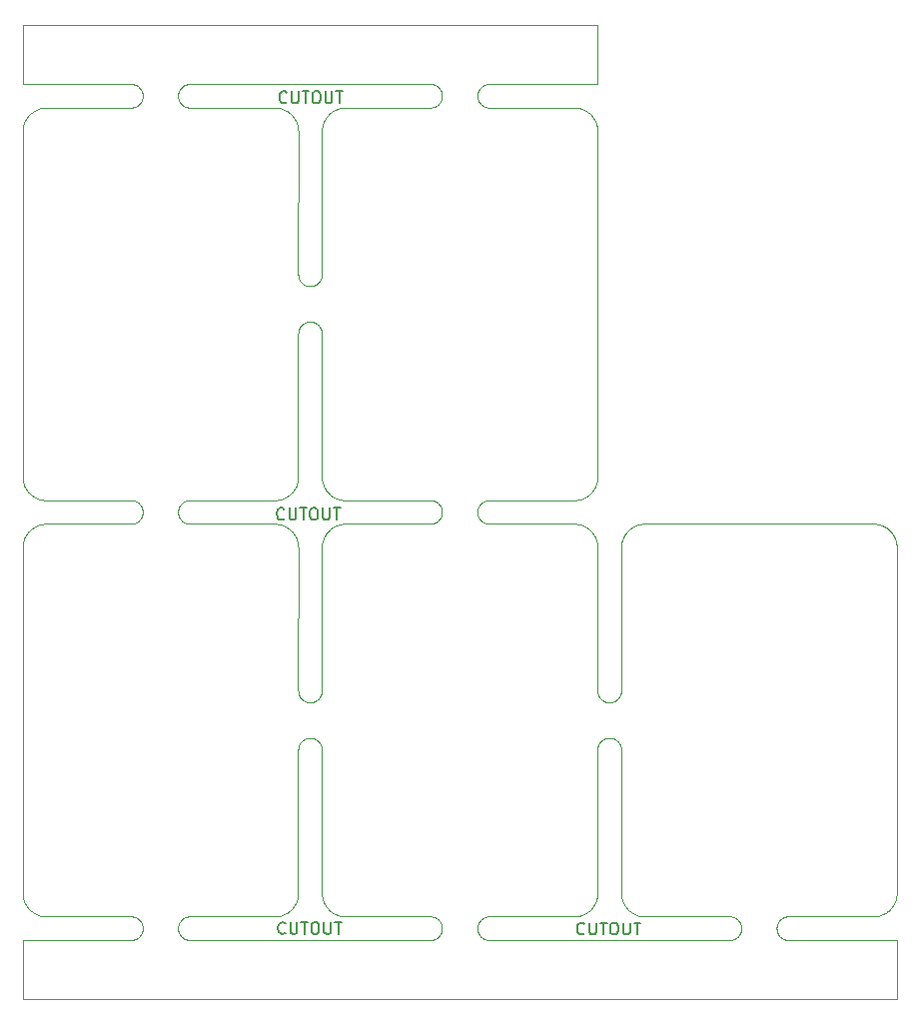
<source format=gbr>
%TF.GenerationSoftware,KiCad,Pcbnew,(6.0.8)*%
%TF.CreationDate,2022-11-08T11:05:07+01:00*%
%TF.ProjectId,STM32G030F6P6,53544d33-3247-4303-9330-463650362e6b,2.0*%
%TF.SameCoordinates,Original*%
%TF.FileFunction,Profile,NP*%
%FSLAX46Y46*%
G04 Gerber Fmt 4.6, Leading zero omitted, Abs format (unit mm)*
G04 Created by KiCad (PCBNEW (6.0.8)) date 2022-11-08 11:05:07*
%MOMM*%
%LPD*%
G01*
G04 APERTURE LIST*
%ADD10C,0.150000*%
%TA.AperFunction,Profile*%
%ADD11C,0.100000*%
%TD*%
G04 APERTURE END LIST*
D10*
X37379912Y-21525542D02*
X37332293Y-21573161D01*
X37189436Y-21620780D01*
X37094198Y-21620780D01*
X36951341Y-21573161D01*
X36856102Y-21477923D01*
X36808483Y-21382685D01*
X36760864Y-21192209D01*
X36760864Y-21049352D01*
X36808483Y-20858876D01*
X36856102Y-20763638D01*
X36951341Y-20668400D01*
X37094198Y-20620780D01*
X37189436Y-20620780D01*
X37332293Y-20668400D01*
X37379912Y-20716019D01*
X37808483Y-20620780D02*
X37808483Y-21430304D01*
X37856102Y-21525542D01*
X37903722Y-21573161D01*
X37998960Y-21620780D01*
X38189436Y-21620780D01*
X38284674Y-21573161D01*
X38332293Y-21525542D01*
X38379912Y-21430304D01*
X38379912Y-20620780D01*
X38713245Y-20620780D02*
X39284674Y-20620780D01*
X38998960Y-21620780D02*
X38998960Y-20620780D01*
X39808483Y-20620780D02*
X39998960Y-20620780D01*
X40094198Y-20668400D01*
X40189436Y-20763638D01*
X40237055Y-20954114D01*
X40237055Y-21287447D01*
X40189436Y-21477923D01*
X40094198Y-21573161D01*
X39998960Y-21620780D01*
X39808483Y-21620780D01*
X39713245Y-21573161D01*
X39618007Y-21477923D01*
X39570388Y-21287447D01*
X39570388Y-20954114D01*
X39618007Y-20763638D01*
X39713245Y-20668400D01*
X39808483Y-20620780D01*
X40665626Y-20620780D02*
X40665626Y-21430304D01*
X40713245Y-21525542D01*
X40760864Y-21573161D01*
X40856102Y-21620780D01*
X41046579Y-21620780D01*
X41141817Y-21573161D01*
X41189436Y-21525542D01*
X41237055Y-21430304D01*
X41237055Y-20620780D01*
X41570388Y-20620780D02*
X42141817Y-20620780D01*
X41856102Y-21620780D02*
X41856102Y-20620780D01*
X37176712Y-56831542D02*
X37129093Y-56879161D01*
X36986236Y-56926780D01*
X36890998Y-56926780D01*
X36748141Y-56879161D01*
X36652902Y-56783923D01*
X36605283Y-56688685D01*
X36557664Y-56498209D01*
X36557664Y-56355352D01*
X36605283Y-56164876D01*
X36652902Y-56069638D01*
X36748141Y-55974400D01*
X36890998Y-55926780D01*
X36986236Y-55926780D01*
X37129093Y-55974400D01*
X37176712Y-56022019D01*
X37605283Y-55926780D02*
X37605283Y-56736304D01*
X37652902Y-56831542D01*
X37700522Y-56879161D01*
X37795760Y-56926780D01*
X37986236Y-56926780D01*
X38081474Y-56879161D01*
X38129093Y-56831542D01*
X38176712Y-56736304D01*
X38176712Y-55926780D01*
X38510045Y-55926780D02*
X39081474Y-55926780D01*
X38795760Y-56926780D02*
X38795760Y-55926780D01*
X39605283Y-55926780D02*
X39795760Y-55926780D01*
X39890998Y-55974400D01*
X39986236Y-56069638D01*
X40033855Y-56260114D01*
X40033855Y-56593447D01*
X39986236Y-56783923D01*
X39890998Y-56879161D01*
X39795760Y-56926780D01*
X39605283Y-56926780D01*
X39510045Y-56879161D01*
X39414807Y-56783923D01*
X39367188Y-56593447D01*
X39367188Y-56260114D01*
X39414807Y-56069638D01*
X39510045Y-55974400D01*
X39605283Y-55926780D01*
X40462426Y-55926780D02*
X40462426Y-56736304D01*
X40510045Y-56831542D01*
X40557664Y-56879161D01*
X40652902Y-56926780D01*
X40843379Y-56926780D01*
X40938617Y-56879161D01*
X40986236Y-56831542D01*
X41033855Y-56736304D01*
X41033855Y-55926780D01*
X41367188Y-55926780D02*
X41938617Y-55926780D01*
X41652902Y-56926780D02*
X41652902Y-55926780D01*
X62627512Y-91985142D02*
X62579893Y-92032761D01*
X62437036Y-92080380D01*
X62341798Y-92080380D01*
X62198941Y-92032761D01*
X62103702Y-91937523D01*
X62056083Y-91842285D01*
X62008464Y-91651809D01*
X62008464Y-91508952D01*
X62056083Y-91318476D01*
X62103702Y-91223238D01*
X62198941Y-91128000D01*
X62341798Y-91080380D01*
X62437036Y-91080380D01*
X62579893Y-91128000D01*
X62627512Y-91175619D01*
X63056083Y-91080380D02*
X63056083Y-91889904D01*
X63103702Y-91985142D01*
X63151322Y-92032761D01*
X63246560Y-92080380D01*
X63437036Y-92080380D01*
X63532274Y-92032761D01*
X63579893Y-91985142D01*
X63627512Y-91889904D01*
X63627512Y-91080380D01*
X63960845Y-91080380D02*
X64532274Y-91080380D01*
X64246560Y-92080380D02*
X64246560Y-91080380D01*
X65056083Y-91080380D02*
X65246560Y-91080380D01*
X65341798Y-91128000D01*
X65437036Y-91223238D01*
X65484655Y-91413714D01*
X65484655Y-91747047D01*
X65437036Y-91937523D01*
X65341798Y-92032761D01*
X65246560Y-92080380D01*
X65056083Y-92080380D01*
X64960845Y-92032761D01*
X64865607Y-91937523D01*
X64817988Y-91747047D01*
X64817988Y-91413714D01*
X64865607Y-91223238D01*
X64960845Y-91128000D01*
X65056083Y-91080380D01*
X65913226Y-91080380D02*
X65913226Y-91889904D01*
X65960845Y-91985142D01*
X66008464Y-92032761D01*
X66103702Y-92080380D01*
X66294179Y-92080380D01*
X66389417Y-92032761D01*
X66437036Y-91985142D01*
X66484655Y-91889904D01*
X66484655Y-91080380D01*
X66817988Y-91080380D02*
X67389417Y-91080380D01*
X67103702Y-92080380D02*
X67103702Y-91080380D01*
X37278312Y-91934342D02*
X37230693Y-91981961D01*
X37087836Y-92029580D01*
X36992598Y-92029580D01*
X36849741Y-91981961D01*
X36754502Y-91886723D01*
X36706883Y-91791485D01*
X36659264Y-91601009D01*
X36659264Y-91458152D01*
X36706883Y-91267676D01*
X36754502Y-91172438D01*
X36849741Y-91077200D01*
X36992598Y-91029580D01*
X37087836Y-91029580D01*
X37230693Y-91077200D01*
X37278312Y-91124819D01*
X37706883Y-91029580D02*
X37706883Y-91839104D01*
X37754502Y-91934342D01*
X37802122Y-91981961D01*
X37897360Y-92029580D01*
X38087836Y-92029580D01*
X38183074Y-91981961D01*
X38230693Y-91934342D01*
X38278312Y-91839104D01*
X38278312Y-91029580D01*
X38611645Y-91029580D02*
X39183074Y-91029580D01*
X38897360Y-92029580D02*
X38897360Y-91029580D01*
X39706883Y-91029580D02*
X39897360Y-91029580D01*
X39992598Y-91077200D01*
X40087836Y-91172438D01*
X40135455Y-91362914D01*
X40135455Y-91696247D01*
X40087836Y-91886723D01*
X39992598Y-91981961D01*
X39897360Y-92029580D01*
X39706883Y-92029580D01*
X39611645Y-91981961D01*
X39516407Y-91886723D01*
X39468788Y-91696247D01*
X39468788Y-91362914D01*
X39516407Y-91172438D01*
X39611645Y-91077200D01*
X39706883Y-91029580D01*
X40564026Y-91029580D02*
X40564026Y-91839104D01*
X40611645Y-91934342D01*
X40659264Y-91981961D01*
X40754502Y-92029580D01*
X40944979Y-92029580D01*
X41040217Y-91981961D01*
X41087836Y-91934342D01*
X41135455Y-91839104D01*
X41135455Y-91029580D01*
X41468788Y-91029580D02*
X42040217Y-91029580D01*
X41754502Y-92029580D02*
X41754502Y-91029580D01*
D11*
X63736922Y-20000000D02*
X54542122Y-20000000D01*
X63734938Y-15000000D02*
X63736922Y-20000000D01*
X79909992Y-57275605D02*
X74929746Y-57274948D01*
X63734503Y-41127036D02*
X63734938Y-36146790D01*
X53581667Y-21252134D02*
X53571022Y-21204727D01*
X40778950Y-89762000D02*
X40779102Y-89762203D01*
X40371512Y-53387677D02*
X40371528Y-53387930D01*
X66501969Y-90121545D02*
X66502168Y-90121703D01*
X87973505Y-57473210D02*
X87973276Y-57473101D01*
X53581667Y-56526134D02*
X53571022Y-56478727D01*
X15061042Y-58784789D02*
X15060982Y-58785035D01*
X16785096Y-55262138D02*
X16785348Y-55262166D01*
X64795641Y-75412195D02*
X64844103Y-75415770D01*
X37736719Y-57816093D02*
X37736533Y-57815921D01*
X89082501Y-88838539D02*
X89082537Y-88838288D01*
X65337208Y-72216193D02*
X65297482Y-72244170D01*
X16293624Y-55144804D02*
X16293861Y-55144895D01*
X29076963Y-20004770D02*
X29125423Y-20001195D01*
X66521999Y-90137049D02*
X66583252Y-90182028D01*
X63615516Y-23317138D02*
X63606895Y-23293861D01*
X25108625Y-56663834D02*
X25088930Y-56708259D01*
X53952259Y-20194826D02*
X53991987Y-20166847D01*
X63606804Y-58567624D02*
X63578614Y-58497052D01*
X15309546Y-58205707D02*
X15296416Y-58226772D01*
X39259472Y-75415769D02*
X39307929Y-75412195D01*
X37582000Y-54863049D02*
X37582203Y-54862897D01*
X64531789Y-72391972D02*
X64484375Y-72381324D01*
X36374364Y-90547838D02*
X36456634Y-90545753D01*
X63606804Y-89254375D02*
X63606895Y-89254138D01*
X40999280Y-90005906D02*
X40999466Y-90006078D01*
X38157858Y-89439791D02*
X38168789Y-89417505D01*
X15000129Y-19991169D02*
X15000201Y-19991655D01*
X41953309Y-22043749D02*
X41953062Y-22043803D01*
X41386698Y-22257607D02*
X41386478Y-22257733D01*
X40719643Y-54406168D02*
X40733823Y-54426541D01*
X40379833Y-23785348D02*
X40377321Y-23810042D01*
X66277921Y-89916533D02*
X66278093Y-89916719D01*
X15011861Y-88762903D02*
X15021462Y-88838288D01*
X41953309Y-55230250D02*
X41977623Y-55235246D01*
X89100477Y-97545517D02*
X89100840Y-97545188D01*
X62627791Y-90337858D02*
X62628017Y-90337743D01*
X36658288Y-90526537D02*
X36658539Y-90526501D01*
X16200008Y-22167270D02*
X16199776Y-22167373D01*
X89098441Y-97546877D02*
X89098874Y-97546646D01*
X53952197Y-57080731D02*
X53913895Y-57050836D01*
X62888747Y-90182028D02*
X62950000Y-90137049D01*
X62322546Y-22088236D02*
X62249484Y-22067330D01*
X62867958Y-22351501D02*
X62804505Y-22309682D01*
X15003512Y-53387677D02*
X15003528Y-53387930D01*
X63048145Y-54783023D02*
X63104533Y-54732078D01*
X40567210Y-58404494D02*
X40567101Y-58404723D01*
X61846755Y-57277287D02*
X61846566Y-57277274D01*
X88693049Y-58059999D02*
X88692897Y-58059796D01*
X41977872Y-55235294D02*
X42052674Y-55248701D01*
X40525385Y-54050947D02*
X40525481Y-54051181D01*
X15000724Y-15006455D02*
X15000559Y-15006917D01*
X53552000Y-20990122D02*
X53553195Y-20941423D01*
X40733971Y-58121252D02*
X40733823Y-58121458D01*
X25043148Y-20481039D02*
X25067099Y-20523318D01*
X40371512Y-88661677D02*
X40371528Y-88661930D01*
X88490710Y-57833195D02*
X88472719Y-57816093D01*
X28188770Y-91655036D02*
X28185195Y-91606576D01*
X66844208Y-90337858D02*
X66866494Y-90348789D01*
X65779749Y-58859309D02*
X65774753Y-58883623D01*
X53647037Y-56708850D02*
X53627349Y-56664430D01*
X38168898Y-58404723D02*
X38168789Y-58404494D01*
X50071033Y-90687290D02*
X50112080Y-90713287D01*
X15365823Y-58121458D02*
X15351643Y-58141831D01*
X41757286Y-57369818D02*
X41685376Y-57394398D01*
X89103996Y-97535972D02*
X89104000Y-97535727D01*
X53647069Y-55839740D02*
X53668919Y-55796334D01*
X63245190Y-22688045D02*
X63245023Y-22687854D01*
X39524751Y-72400282D02*
X39476527Y-72406230D01*
X65694449Y-76113686D02*
X65707407Y-76160521D01*
X38002028Y-54426747D02*
X38002176Y-54426541D01*
X61925957Y-22009321D02*
X61925704Y-22009299D01*
X15199101Y-89417276D02*
X15199210Y-89417505D01*
X40858976Y-54586145D02*
X40909921Y-54642533D01*
X75909281Y-91703262D02*
X75900974Y-91751138D01*
X63710743Y-88863075D02*
X63714501Y-88838539D01*
X16389286Y-22095818D02*
X16317376Y-22120398D01*
X40525481Y-54051181D02*
X40535270Y-54073991D01*
X28194718Y-20844737D02*
X28203025Y-20796861D01*
X63726678Y-53463957D02*
X63726700Y-53463704D01*
X67321062Y-90504196D02*
X67321309Y-90504250D01*
X67742366Y-57274000D02*
X67742239Y-57274001D01*
X75824946Y-91981278D02*
X75803099Y-92024681D01*
X38110266Y-58292478D02*
X38071715Y-58226989D01*
X15000201Y-92556344D02*
X15000129Y-92556830D01*
X63568729Y-23200008D02*
X63568626Y-23199776D01*
X40842478Y-57981073D02*
X40794454Y-58039969D01*
X53553195Y-91488470D02*
X53556770Y-91440006D01*
X28194716Y-21156855D02*
X28188769Y-21108633D01*
X62442375Y-90418804D02*
X62512947Y-90390614D01*
X36658288Y-55252537D02*
X36658539Y-55252501D01*
X66754698Y-90290392D02*
X66776401Y-90302438D01*
X28279053Y-20566721D02*
X28300900Y-20523318D01*
X15060982Y-53762964D02*
X15061042Y-53763210D01*
X66866723Y-57473101D02*
X66866494Y-57473210D01*
X62536223Y-57441373D02*
X62535991Y-57441270D01*
X38324196Y-88962937D02*
X38324250Y-88962690D01*
X29077085Y-55277809D02*
X29125549Y-55274240D01*
X15002246Y-53362634D02*
X15002255Y-53362887D01*
X88472533Y-57815921D02*
X88416145Y-57764976D01*
X63309545Y-22765969D02*
X63261521Y-22707073D01*
X53913895Y-57050836D02*
X53877107Y-57019097D01*
X37941703Y-22766168D02*
X37941545Y-22765969D01*
X40371287Y-23889238D02*
X40371274Y-23889428D01*
X28933343Y-21971906D02*
X28886517Y-21958942D01*
X15025256Y-23684924D02*
X15021498Y-23709460D01*
X63724138Y-59059096D02*
X63714537Y-58983711D01*
X38210518Y-54051181D02*
X38210614Y-54050947D01*
X75630079Y-90836407D02*
X75663580Y-90871598D01*
X15245441Y-58314624D02*
X15210256Y-58381982D01*
X15351643Y-54406168D02*
X15365823Y-54426541D01*
X63732471Y-23886069D02*
X63726700Y-23810295D01*
X63739281Y-76303882D02*
X63745233Y-76255659D01*
X49561746Y-57274948D02*
X42374366Y-57274000D01*
X39356626Y-75411000D02*
X39378938Y-75411000D01*
X40664284Y-58226989D02*
X40625733Y-58292478D01*
X62346472Y-55178259D02*
X62346713Y-55178181D01*
X28750806Y-90642064D02*
X28795235Y-90622376D01*
X65981561Y-58314401D02*
X65981441Y-58314624D01*
X63733744Y-59185112D02*
X63732487Y-59160322D01*
X50151740Y-20194826D02*
X50190047Y-20224721D01*
X50547229Y-91655036D02*
X50541281Y-91703262D01*
X89103702Y-97540136D02*
X89103798Y-97539655D01*
X49707379Y-90557130D02*
X49755250Y-90565442D01*
X88544627Y-89934891D02*
X88544804Y-89934710D01*
X38377233Y-40981659D02*
X38385543Y-40933786D01*
X39802752Y-37041957D02*
X39758332Y-37061646D01*
X42153348Y-55262166D02*
X42178042Y-55264678D01*
X15009321Y-59084042D02*
X15009299Y-59084295D01*
X63726678Y-88737957D02*
X63726700Y-88737704D01*
X40371528Y-53387930D02*
X40377299Y-53463704D01*
X64676358Y-72409804D02*
X64627896Y-72406229D01*
X53877158Y-92291539D02*
X53841966Y-92258033D01*
X40733971Y-22847252D02*
X40733823Y-22847458D01*
X15000158Y-53280226D02*
X15000161Y-53280353D01*
X40429042Y-53763210D02*
X40435264Y-53787240D01*
X63724166Y-88762651D02*
X63726678Y-88737957D01*
X63261359Y-89841121D02*
X63261521Y-89840926D01*
X41475982Y-57484256D02*
X41408624Y-57519441D01*
X79144758Y-90908959D02*
X79176501Y-90872164D01*
X54075397Y-55389909D02*
X54118806Y-55368064D01*
X88172505Y-57583682D02*
X88172292Y-57583546D01*
X39476527Y-37132230D02*
X39428070Y-37135804D01*
X66667494Y-57583682D02*
X66604041Y-57625501D01*
X38157858Y-58382208D02*
X38157743Y-58381982D01*
X24989204Y-90946696D02*
X25017179Y-90986422D01*
X67634898Y-90545258D02*
X67643996Y-90545432D01*
X62717301Y-57531607D02*
X62695598Y-57519561D01*
X66442878Y-57748640D02*
X66424045Y-57764809D01*
X67625433Y-90544725D02*
X67634519Y-90545244D01*
X38890233Y-37020086D02*
X38847952Y-36996133D01*
X37349301Y-90290392D02*
X37349521Y-90290266D01*
X38977667Y-40212353D02*
X39023001Y-40194867D01*
X63370028Y-54426747D02*
X63370176Y-54426541D01*
X62225210Y-22061042D02*
X62224964Y-22060982D01*
X29076841Y-57270822D02*
X29028620Y-57264869D01*
X15952772Y-57570416D02*
X15931707Y-57583546D01*
X54444963Y-92543229D02*
X54396737Y-92537281D01*
X24989173Y-92147740D02*
X24959278Y-92186047D01*
X16510789Y-22061042D02*
X16486759Y-22067264D01*
X89008259Y-89158472D02*
X89015690Y-89134789D01*
X67521348Y-90536166D02*
X67546042Y-90538678D01*
X37808804Y-89934710D02*
X37825906Y-89916719D01*
X62695375Y-22245441D02*
X62628017Y-22210256D01*
X37260017Y-55063743D02*
X37327375Y-55028558D01*
X16486515Y-57341330D02*
X16413453Y-57362236D01*
X66843982Y-90337743D02*
X66844208Y-90337858D01*
X41661624Y-55144804D02*
X41661861Y-55144895D01*
X88846392Y-89529301D02*
X88858438Y-89507598D01*
X36881484Y-90480669D02*
X36954546Y-90459763D01*
X42361635Y-22000161D02*
X42279365Y-22002246D01*
X38409550Y-71708313D02*
X38396592Y-71661478D01*
X15001353Y-97542874D02*
X15001605Y-97543295D01*
X40379861Y-23785096D02*
X40379833Y-23785348D01*
X16810042Y-57283321D02*
X16785348Y-57285833D01*
X50295580Y-90871598D02*
X50327314Y-90908391D01*
X40411749Y-58859309D02*
X40406753Y-58883623D01*
X63733258Y-53375101D02*
X63733432Y-53365997D01*
X25182804Y-56333529D02*
X25179229Y-56381993D01*
X63668669Y-89061484D02*
X63668735Y-89061240D01*
X62224964Y-22060982D02*
X62150937Y-22043803D01*
X41055854Y-22490976D02*
X40999466Y-22541921D01*
X65732718Y-71518117D02*
X65726766Y-71566340D01*
X37893359Y-22706878D02*
X37877190Y-22688045D01*
X65707806Y-71661620D02*
X65694844Y-71708448D01*
X28933557Y-90576696D02*
X28980973Y-90566054D01*
X62783227Y-22296416D02*
X62783010Y-22296284D01*
X54033113Y-55413858D02*
X54075397Y-55389909D01*
X28300919Y-55796334D02*
X28324874Y-55754052D01*
X49707145Y-57264247D02*
X49658914Y-57270190D01*
X36582651Y-22011833D02*
X36557957Y-22009321D01*
X50547229Y-20892963D02*
X50550804Y-20941423D01*
X15003902Y-15002170D02*
X15003522Y-15002482D01*
X78949671Y-91798549D02*
X78939025Y-91751138D01*
X15210141Y-54165791D02*
X15210256Y-54166017D01*
X50190104Y-90771163D02*
X50226892Y-90802902D01*
X36978472Y-57369740D02*
X36954789Y-57362309D01*
X65736000Y-88541644D02*
X65736001Y-88541771D01*
X24894033Y-92258033D02*
X24858841Y-92291539D01*
X15067330Y-23486515D02*
X15067264Y-23486759D01*
X41056045Y-90057190D02*
X41074878Y-90073359D01*
X15199101Y-58404723D02*
X15167373Y-58473776D01*
X40613561Y-23040401D02*
X40613441Y-23040624D01*
X87995791Y-90337858D02*
X87996017Y-90337743D01*
X41953062Y-90504196D02*
X41953309Y-90504250D01*
X75877368Y-91845380D02*
X75862125Y-91891519D01*
X89065294Y-88938127D02*
X89078701Y-88863325D01*
X63739700Y-71517955D02*
X63736129Y-71469493D01*
X39379373Y-37137000D02*
X39357061Y-37137000D01*
X29174253Y-55273051D02*
X36361633Y-55273999D01*
X65946256Y-89440017D02*
X65981441Y-89507375D01*
X41153999Y-54863049D02*
X41215252Y-54908028D01*
X63692196Y-88962937D02*
X63692250Y-88962690D01*
X15952989Y-22296284D02*
X15952772Y-22296416D01*
X40379833Y-59059348D02*
X40377321Y-59084042D01*
X67029861Y-57403104D02*
X67029624Y-57403195D01*
X88858438Y-58314401D02*
X88846392Y-58292698D01*
X89094700Y-59084295D02*
X89094678Y-59084042D01*
X63176627Y-22613108D02*
X63122891Y-22559372D01*
X28545895Y-21776836D02*
X28509107Y-21745097D01*
X36557704Y-90538700D02*
X36557957Y-90538678D01*
X25043148Y-92066960D02*
X25017152Y-92108012D01*
X25154328Y-20749450D02*
X25164974Y-20796861D01*
X63245023Y-54586145D02*
X63245190Y-54585954D01*
X89096612Y-92548416D02*
X89096136Y-92548297D01*
X40981108Y-54714627D02*
X40981289Y-54714804D01*
X88236168Y-90196356D02*
X88256541Y-90182176D01*
X62717301Y-55016392D02*
X62717521Y-55016266D01*
X89060250Y-88962690D02*
X89065246Y-88938376D01*
X40311599Y-71754583D02*
X40294109Y-71799915D01*
X38238804Y-58567624D02*
X38210614Y-58497052D01*
X15002811Y-97544840D02*
X15003159Y-97545188D01*
X28279037Y-56708850D02*
X28259349Y-56664430D01*
X75558047Y-92323278D02*
X75519740Y-92353173D01*
X15351643Y-89680168D02*
X15365823Y-89700541D01*
X16889244Y-55270712D02*
X16889433Y-55270725D01*
X25126125Y-20656480D02*
X25141368Y-20702619D01*
X28584321Y-90741832D02*
X28624054Y-90713853D01*
X50327241Y-56913040D02*
X50295498Y-56949835D01*
X36658539Y-55252501D02*
X36683075Y-55248743D01*
X64391001Y-75468867D02*
X64437137Y-75453627D01*
X87973505Y-90348789D02*
X87995791Y-90337858D01*
X15025298Y-88863325D02*
X15038705Y-88938127D01*
X63193906Y-22631280D02*
X63176804Y-22613289D01*
X53552000Y-21011482D02*
X53552000Y-20990122D01*
X62970030Y-90121545D02*
X63028926Y-90073521D01*
X16709711Y-57295462D02*
X16709460Y-57295498D01*
X40733971Y-89700747D02*
X40778950Y-89762000D01*
X15245561Y-89507598D02*
X15257607Y-89529301D01*
X38483811Y-36613628D02*
X38461965Y-36570222D01*
X78939025Y-91751138D02*
X78930718Y-91703262D01*
X88983601Y-58591376D02*
X88983516Y-58591138D01*
X38210614Y-89324947D02*
X38238804Y-89254375D01*
X50476650Y-55883569D02*
X50494135Y-55928901D01*
X62418623Y-57394398D02*
X62346713Y-57369818D01*
X15038705Y-23609872D02*
X15025298Y-23684674D01*
X40371274Y-23889428D02*
X40370756Y-23898518D01*
X89103918Y-92557318D02*
X89103870Y-92556830D01*
X36978472Y-90452259D02*
X36978713Y-90452181D01*
X40368161Y-53280353D02*
X40370246Y-53362634D01*
X37661121Y-54799359D02*
X37679954Y-54783190D01*
X25182804Y-91487822D02*
X25184000Y-91536517D01*
X61742237Y-55273841D02*
X61742364Y-55273838D01*
X66087501Y-58142041D02*
X66045682Y-58205494D01*
X50550804Y-91487822D02*
X50552000Y-91536517D01*
X38356166Y-23785348D02*
X38356138Y-23785096D01*
X67321309Y-57317749D02*
X67321062Y-57317803D01*
X15000001Y-88541771D02*
X15000158Y-88554226D01*
X40202243Y-40577032D02*
X40228239Y-40618088D01*
X62970030Y-57700454D02*
X62969831Y-57700296D01*
X40909921Y-57905466D02*
X40858976Y-57961854D01*
X88893743Y-58381982D02*
X88858558Y-58314624D01*
X65679210Y-76067543D02*
X65694449Y-76113686D01*
X15009299Y-88737704D02*
X15009321Y-88737957D01*
X63959629Y-72049009D02*
X63929734Y-72010699D01*
X38058317Y-89616505D02*
X38058453Y-89616292D01*
X89094681Y-97547918D02*
X89095169Y-97547870D01*
X63640259Y-53884472D02*
X63647690Y-53860789D01*
X36758376Y-90509246D02*
X36782690Y-90504250D01*
X63615601Y-23317376D02*
X63615516Y-23317138D01*
X16018478Y-55016266D02*
X16018698Y-55016392D01*
X28226639Y-91249647D02*
X28241883Y-91203504D01*
X15002756Y-59172518D02*
X15002741Y-59172898D01*
X75396681Y-92431099D02*
X75353278Y-92452946D01*
X41299494Y-22309682D02*
X41236041Y-22351501D01*
X40909921Y-54642533D02*
X40910093Y-54642719D01*
X36857210Y-55212957D02*
X36881240Y-55206735D01*
X66226809Y-89859954D02*
X66226976Y-89860145D01*
X67321062Y-57317803D02*
X67247035Y-57334982D01*
X15474640Y-57980878D02*
X15474478Y-57981073D01*
X62225210Y-55212957D02*
X62249240Y-55206735D01*
X63901380Y-75850942D02*
X63929360Y-75811218D01*
X37877190Y-54585954D02*
X37893359Y-54567121D01*
X37754710Y-54714804D02*
X37754891Y-54714627D01*
X50476637Y-91936855D02*
X50456946Y-91981278D01*
X54301450Y-92518328D02*
X54254619Y-92505368D01*
X15067264Y-89061240D02*
X15067330Y-89061484D01*
X15474640Y-54567121D02*
X15490809Y-54585954D01*
X50190047Y-20224721D02*
X50226841Y-20256460D01*
X15043749Y-53688690D02*
X15043803Y-53688937D01*
X88172292Y-57583546D02*
X88151227Y-57570416D01*
X63901756Y-71970967D02*
X63875760Y-71929911D01*
X41953062Y-55230196D02*
X41953309Y-55230250D01*
X89103870Y-97539169D02*
X89103918Y-97538681D01*
X38157743Y-23107982D02*
X38122558Y-23040624D01*
X65596616Y-71930008D02*
X65570619Y-71971057D01*
X36856964Y-22060982D02*
X36782937Y-22043803D01*
X63439583Y-89595227D02*
X63439715Y-89595010D01*
X37808804Y-57887289D02*
X37808627Y-57887108D01*
X16107982Y-55063743D02*
X16108208Y-55063858D01*
X28194716Y-56430855D02*
X28188769Y-56382633D01*
X53571025Y-20796861D02*
X53581671Y-20749450D01*
X66146950Y-89762000D02*
X66147102Y-89762203D01*
X54348749Y-21982557D02*
X54301343Y-21971906D01*
X79861549Y-90548240D02*
X79910253Y-90547051D01*
X16317138Y-22120483D02*
X16293861Y-22129104D01*
X54493423Y-92546804D02*
X54444963Y-92543229D01*
X75803099Y-92024681D02*
X75779148Y-92066960D01*
X25126125Y-91891519D02*
X25108637Y-91936855D01*
X63104719Y-90005906D02*
X63122710Y-89988804D01*
X50357173Y-92147740D02*
X50327278Y-92186047D01*
X15952989Y-57570284D02*
X15952772Y-57570416D01*
X63122710Y-22559195D02*
X63104719Y-22542093D01*
X75027158Y-90551177D02*
X75075379Y-90557130D01*
X16993635Y-57274161D02*
X16911365Y-57276246D01*
X63525858Y-23108208D02*
X63525743Y-23107982D01*
X39968830Y-75605847D02*
X40007138Y-75635745D01*
X49610703Y-55273596D02*
X49659158Y-55277177D01*
X63710743Y-53589075D02*
X63714501Y-53564539D01*
X28300881Y-21478250D02*
X28279037Y-21434850D01*
X75920000Y-91557877D02*
X75918804Y-91606576D01*
X63370176Y-54426541D02*
X63384356Y-54406168D01*
X40368001Y-53267771D02*
X40368158Y-53280226D01*
X53581676Y-91296482D02*
X53594639Y-91249647D01*
X16413453Y-90459763D02*
X16486515Y-90480669D01*
X88794453Y-58205707D02*
X88794317Y-58205494D01*
X88085521Y-57531733D02*
X88085301Y-57531607D01*
X36481930Y-55270471D02*
X36557704Y-55264700D01*
X15613289Y-89988804D02*
X15631280Y-90005906D01*
X38342743Y-58958924D02*
X38342701Y-58958674D01*
X63028926Y-22474478D02*
X62970030Y-22426454D01*
X62126127Y-57312705D02*
X62051325Y-57299298D01*
X38071583Y-58226772D02*
X38058453Y-58205707D01*
X63735999Y-59280355D02*
X63735998Y-59280228D01*
X36954789Y-90459690D02*
X36978472Y-90452259D01*
X25141368Y-20702619D02*
X25154328Y-20749450D01*
X79910253Y-90547051D02*
X87097633Y-90547999D01*
X16293624Y-22129195D02*
X16223052Y-22157385D01*
X87810138Y-57403104D02*
X87786861Y-57394483D01*
X54493296Y-57274403D02*
X54444841Y-57270822D01*
X42178042Y-57283321D02*
X42153348Y-57285833D01*
X63726700Y-23810295D02*
X63726678Y-23810042D01*
X67546042Y-57283321D02*
X67521348Y-57285833D01*
X53746826Y-92147740D02*
X53718847Y-92108012D01*
X40368297Y-71469660D02*
X40364718Y-71518117D01*
X38766791Y-75605806D02*
X38806517Y-75577829D01*
X28665113Y-90687858D02*
X28707397Y-90663909D01*
X62535991Y-55106729D02*
X62536223Y-55106626D01*
X28473920Y-21711592D02*
X28440419Y-21676401D01*
X50189990Y-57050273D02*
X50151678Y-57080167D01*
X62969831Y-57700296D02*
X62950203Y-57685102D01*
X89065294Y-58883872D02*
X89065246Y-58883623D01*
X64301638Y-72315936D02*
X64258233Y-72294086D01*
X42266519Y-90545244D02*
X42266898Y-90545258D01*
X79015053Y-91981278D02*
X78995362Y-91936855D01*
X62051075Y-57299256D02*
X62026539Y-57295498D01*
X53718820Y-56835577D02*
X53692828Y-56794526D01*
X63697246Y-58883623D02*
X63692250Y-58859309D01*
X63733753Y-23911365D02*
X63733744Y-23911112D01*
X67742239Y-57274001D02*
X67729762Y-57274158D01*
X15038753Y-58883623D02*
X15038705Y-58883872D01*
X28886720Y-55315652D02*
X28933557Y-55302696D01*
X87996017Y-57484256D02*
X87995791Y-57484141D01*
X50411171Y-91027473D02*
X50435118Y-91069749D01*
X16908186Y-55271434D02*
X24194007Y-55272394D01*
X63734503Y-76401036D02*
X63735702Y-76352339D01*
X62970030Y-22426454D02*
X62969831Y-22426296D01*
X50295539Y-20325158D02*
X50327278Y-20361952D01*
X62867958Y-57625501D02*
X62804505Y-57583682D01*
X15067264Y-58760759D02*
X15061042Y-58784789D01*
X89096136Y-97547702D02*
X89096612Y-97547583D01*
X65736161Y-88554353D02*
X65738246Y-88636634D01*
X37349301Y-55016392D02*
X37349521Y-55016266D01*
X40664416Y-58226772D02*
X40664284Y-58226989D01*
X63875383Y-75891991D02*
X63901380Y-75850942D01*
X54301557Y-55302696D02*
X54348973Y-55292054D01*
X25043171Y-91027473D02*
X25067118Y-91069749D01*
X41215252Y-54908028D02*
X41215458Y-54908176D01*
X39572210Y-40156027D02*
X39619624Y-40166675D01*
X66423854Y-90057023D02*
X66424045Y-90057190D01*
X38168898Y-89417276D02*
X38200626Y-89348223D01*
X40389462Y-53564288D02*
X40389498Y-53564539D01*
X25164971Y-56478103D02*
X25154323Y-56525517D01*
X62322789Y-55185690D02*
X62346472Y-55178259D01*
X88807583Y-89595227D02*
X88807715Y-89595010D01*
X53571022Y-56478727D02*
X53562716Y-56430855D01*
X63490438Y-54233598D02*
X63490558Y-54233375D01*
X88396926Y-57748478D02*
X88338030Y-57700454D01*
X40007138Y-40361745D02*
X40043932Y-40393487D01*
X25088946Y-20566721D02*
X25108637Y-20611144D01*
X37327375Y-22245441D02*
X37260017Y-22210256D01*
X36557704Y-55264700D02*
X36557957Y-55264678D01*
X40567210Y-54143505D02*
X40578141Y-54165791D01*
X15157385Y-23223052D02*
X15129195Y-23293624D01*
X15490976Y-22687854D02*
X15490809Y-22688045D01*
X88151227Y-57570416D02*
X88151010Y-57570284D01*
X15060982Y-89036964D02*
X15061042Y-89037210D01*
X15847252Y-54908028D02*
X15847458Y-54908176D01*
X25164977Y-56069272D02*
X25173283Y-56117144D01*
X78977874Y-91891519D02*
X78962631Y-91845380D01*
X65981441Y-58314624D02*
X65946256Y-58381982D01*
X28213676Y-56022482D02*
X28226639Y-55975647D01*
X15043749Y-58859309D02*
X15038753Y-58883623D01*
X50411125Y-21519947D02*
X50385125Y-21561002D01*
X28300881Y-56752250D02*
X28279037Y-56708850D01*
X38367841Y-23993773D02*
X38367838Y-23993646D01*
X28623987Y-92381152D02*
X28584259Y-92353173D01*
X61729633Y-55273999D02*
X61729760Y-55273998D01*
X38656500Y-75700935D02*
X38691692Y-75667433D01*
X88235958Y-90196498D02*
X88236168Y-90196356D01*
X40252568Y-36613733D02*
X40228616Y-36656008D01*
X15001878Y-97543703D02*
X15002170Y-97544097D01*
X40677682Y-22931494D02*
X40677546Y-22931707D01*
X63194078Y-22631466D02*
X63193906Y-22631280D01*
X63668669Y-53787484D02*
X63668735Y-53787240D01*
X15000201Y-15008344D02*
X15000129Y-15008830D01*
X50261987Y-21711028D02*
X50226789Y-21744534D01*
X62950000Y-54863049D02*
X62950203Y-54862897D01*
X15004704Y-15001605D02*
X15004296Y-15001878D01*
X41320772Y-54977583D02*
X41320989Y-54977715D01*
X61742364Y-55273838D02*
X61824634Y-55271753D01*
X28259362Y-91936855D02*
X28241874Y-91891519D01*
X16108208Y-57484141D02*
X16107982Y-57484256D01*
X75900974Y-91751138D02*
X75890328Y-91798549D01*
X40339407Y-76160521D02*
X40350050Y-76207935D01*
X41781210Y-55185690D02*
X41781453Y-55185763D01*
X61950903Y-90536138D02*
X62026288Y-90526537D01*
X54118721Y-92452946D02*
X54075318Y-92431099D01*
X25141375Y-91249037D02*
X25154332Y-91295865D01*
X65935101Y-58404723D02*
X65903373Y-58473776D01*
X15021498Y-53564539D02*
X15025256Y-53589075D01*
X15309682Y-54342505D02*
X15351501Y-54405958D01*
X62695598Y-90302438D02*
X62717301Y-90290392D01*
X41235831Y-57625643D02*
X41215458Y-57639823D01*
X37957049Y-89762000D02*
X38002028Y-89700747D01*
X37436292Y-22309546D02*
X37415227Y-22296416D01*
X15706878Y-57748640D02*
X15688045Y-57764809D01*
X40677546Y-58205707D02*
X40664416Y-58226772D01*
X39666862Y-72368372D02*
X39620033Y-72381331D01*
X42178042Y-90538678D02*
X42178295Y-90538700D01*
X65831818Y-89158713D02*
X65856398Y-89230623D01*
X37941545Y-22765969D02*
X37893521Y-22707073D01*
X42153096Y-55262138D02*
X42153348Y-55262166D01*
X16898898Y-90545258D02*
X16907996Y-90545432D01*
X38210518Y-89325181D02*
X38210614Y-89324947D01*
X79281952Y-92323278D02*
X79245158Y-92291539D01*
X39069542Y-37094363D02*
X39023400Y-37079119D01*
X38847952Y-36996133D02*
X38806898Y-36970134D01*
X16585062Y-57317803D02*
X16511035Y-57334982D01*
X63724138Y-23785096D02*
X63714537Y-23709711D01*
X40428982Y-89036964D02*
X40429042Y-89037210D01*
X65796982Y-58785035D02*
X65779803Y-58859062D01*
X66226976Y-89860145D02*
X66277921Y-89916533D01*
X42257244Y-55270712D02*
X42257433Y-55270725D01*
X87881181Y-90390518D02*
X87903991Y-90380729D01*
X63029121Y-90073359D02*
X63047954Y-90057190D01*
X53841920Y-21711592D02*
X53808419Y-21676401D01*
X40411749Y-53688690D02*
X40411803Y-53688937D01*
X28324851Y-92066960D02*
X28300900Y-92024681D01*
X63692250Y-88962690D02*
X63697246Y-88938376D01*
X28750806Y-55368064D02*
X28795235Y-55348376D01*
X89065246Y-58883623D02*
X89060250Y-58859309D01*
X37237505Y-55074789D02*
X37259791Y-55063858D01*
X62950203Y-22411102D02*
X62950000Y-22410950D01*
X39427641Y-40138195D02*
X39476103Y-40141770D01*
X36658288Y-22021462D02*
X36582903Y-22011861D01*
X15474640Y-22706878D02*
X15474478Y-22707073D01*
X53668900Y-92024681D02*
X53647053Y-91981278D01*
X67643996Y-90545432D02*
X67644186Y-90545434D01*
X38016356Y-22867831D02*
X38002176Y-22847458D01*
X28664966Y-57134709D02*
X28623919Y-57108712D01*
X38122438Y-89507598D02*
X38122558Y-89507375D01*
X38507760Y-71929911D02*
X38483811Y-71887628D01*
X36582903Y-57285861D02*
X36582651Y-57285833D01*
X63122710Y-54714804D02*
X63122891Y-54714627D01*
X40497104Y-23293861D02*
X40488483Y-23317138D01*
X66349289Y-57833195D02*
X66349108Y-57833372D01*
X63735999Y-24006355D02*
X63735998Y-24006228D01*
X28378826Y-92147740D02*
X28350847Y-92108012D01*
X63029121Y-54799359D02*
X63047954Y-54783190D01*
X66754698Y-57531607D02*
X66754478Y-57531733D01*
X40113005Y-36811875D02*
X40079499Y-36847064D01*
X67625244Y-90544712D02*
X67625433Y-90544725D01*
X64174898Y-72244134D02*
X64135169Y-72216152D01*
X40364718Y-36244117D02*
X40358766Y-36292340D01*
X15043803Y-53688937D02*
X15060982Y-53762964D01*
X37893359Y-54567121D02*
X37893521Y-54566926D01*
X89092166Y-59059348D02*
X89092138Y-59059096D01*
X62249484Y-55206669D02*
X62322546Y-55185763D01*
X79114858Y-90947268D02*
X79144758Y-90908959D01*
X63714501Y-23709460D02*
X63710743Y-23684924D01*
X63490438Y-89507598D02*
X63490558Y-89507375D01*
X38356138Y-23785096D02*
X38346537Y-23709711D01*
X28324874Y-91028052D02*
X28350874Y-90986997D01*
X38200626Y-23199776D02*
X38168898Y-23130723D01*
X39929482Y-36970170D02*
X39888431Y-36996164D01*
X79401039Y-92407148D02*
X79359987Y-92381152D01*
X15009318Y-19999918D02*
X15009809Y-19999942D01*
X24387026Y-21981945D02*
X24339145Y-21990247D01*
X40999280Y-54731906D02*
X40999466Y-54732078D01*
X42279112Y-22002255D02*
X42254322Y-22003512D01*
X65297482Y-72244170D02*
X65256431Y-72270164D01*
X64059692Y-75667433D02*
X64096485Y-75635697D01*
X15003159Y-97545188D02*
X15003522Y-97545517D01*
X37349521Y-22257733D02*
X37349301Y-22257607D01*
X53609874Y-20656480D02*
X53627362Y-20611144D01*
X62605505Y-90348789D02*
X62627791Y-90337858D01*
X16107982Y-22210256D02*
X16040624Y-22245441D01*
X40358766Y-71566340D02*
X40350456Y-71614213D01*
X63048145Y-22490976D02*
X63047954Y-22490809D01*
X40435264Y-53787240D02*
X40435330Y-53787484D01*
X28665039Y-92407148D02*
X28623987Y-92381152D01*
X15021462Y-58983711D02*
X15011861Y-59059096D01*
X63710701Y-53589325D02*
X63710743Y-53589075D01*
X87904223Y-90380626D02*
X87973276Y-90348898D01*
X36782690Y-55230250D02*
X36782937Y-55230196D01*
X75263615Y-90604303D02*
X75308945Y-90621794D01*
X24927539Y-92222841D02*
X24894033Y-92258033D01*
X62026539Y-22021498D02*
X62026288Y-22021462D01*
X65856483Y-89230861D02*
X65865104Y-89254138D01*
X40497195Y-89254375D02*
X40525385Y-89324947D01*
X24242703Y-55273596D02*
X24291158Y-55277177D01*
X15095818Y-23389286D02*
X15095740Y-23389527D01*
X41215252Y-90182028D02*
X41215458Y-90182176D01*
X38365753Y-59185365D02*
X38365744Y-59185112D01*
X15000003Y-92560027D02*
X15000000Y-92560272D01*
X36658539Y-57295498D02*
X36658288Y-57295462D01*
X38329294Y-88938127D02*
X38342701Y-88863325D01*
X24481380Y-92505368D02*
X24434549Y-92518328D01*
X38656874Y-36847002D02*
X38623368Y-36811807D01*
X63726700Y-88737704D02*
X63732712Y-88658761D01*
X89043017Y-89036964D02*
X89060196Y-88962937D01*
X40733823Y-22847458D02*
X40719643Y-22867831D01*
X40842478Y-54566926D02*
X40842640Y-54567121D01*
X88983516Y-58591138D02*
X88974895Y-58567861D01*
X75217380Y-92505368D02*
X75170549Y-92518328D01*
X62627791Y-22210141D02*
X62605505Y-22199210D01*
X63792789Y-71754456D02*
X63777550Y-71708313D01*
X42052674Y-22025298D02*
X41977872Y-22038705D01*
X54301557Y-90576696D02*
X54348973Y-90566054D01*
X15542093Y-57905280D02*
X15541921Y-57905466D01*
X62535991Y-57441270D02*
X62513181Y-57431481D01*
X42275996Y-55271432D02*
X42276186Y-55271434D01*
X89078701Y-58958674D02*
X89065294Y-58883872D01*
X40525385Y-23223052D02*
X40497195Y-23293624D01*
X50435080Y-21477665D02*
X50411125Y-21519947D01*
X66583458Y-57639823D02*
X66583252Y-57639971D01*
X63668669Y-23486515D02*
X63647763Y-23413453D01*
X62717301Y-90290392D02*
X62717521Y-90290266D01*
X63724166Y-23785348D02*
X63724138Y-23785096D01*
X40311210Y-40793543D02*
X40326449Y-40839686D01*
X62605276Y-22199101D02*
X62536223Y-22167373D01*
X40368158Y-53280226D02*
X40368161Y-53280353D01*
X40999466Y-90006078D02*
X41055854Y-90057023D01*
X62225210Y-90486957D02*
X62249240Y-90480735D01*
X28473966Y-20289966D02*
X28509158Y-20256460D01*
X15000081Y-15009318D02*
X15000057Y-15009809D01*
X87880947Y-57431385D02*
X87810375Y-57403195D01*
X15411102Y-58059796D02*
X15410950Y-58059999D01*
X53776685Y-56913608D02*
X53746795Y-56875303D01*
X50385125Y-56835002D02*
X50357141Y-56874731D01*
X63439583Y-58226772D02*
X63426453Y-58205707D01*
X65737496Y-71420963D02*
X65736297Y-71469660D01*
X64060067Y-72154512D02*
X64024874Y-72121002D01*
X38364725Y-53384571D02*
X38365243Y-53375481D01*
X63745645Y-71566185D02*
X63739700Y-71517955D01*
X38238895Y-53980138D02*
X38247516Y-53956861D01*
X24894079Y-90836407D02*
X24927580Y-90871598D01*
X53609874Y-91891519D02*
X53594631Y-91845380D01*
X24617363Y-55367488D02*
X24660760Y-55389337D01*
X63536789Y-58404494D02*
X63525858Y-58382208D01*
X75695314Y-90908391D02*
X75725204Y-90946696D01*
X38365432Y-88639997D02*
X38365433Y-88639808D01*
X37601831Y-57700296D02*
X37582203Y-57685102D01*
X38889845Y-75527887D02*
X38933247Y-75506042D01*
X65745299Y-59084295D02*
X65739287Y-59163238D01*
X62868168Y-57625643D02*
X62867958Y-57625501D01*
X87192634Y-90545753D02*
X87192887Y-90545744D01*
X36782690Y-22043749D02*
X36758376Y-22038753D01*
X28509210Y-90803465D02*
X28546009Y-90771726D01*
X38342743Y-23684924D02*
X38342701Y-23684674D01*
X15002482Y-97544477D02*
X15002811Y-97544840D01*
X15766168Y-22426296D02*
X15765969Y-22426454D01*
X16684924Y-22025256D02*
X16684674Y-22025298D01*
X37877023Y-54586145D02*
X37877190Y-54585954D01*
X25173283Y-56117144D02*
X25179230Y-56165366D01*
X28203025Y-91751138D02*
X28194718Y-91703262D01*
X63809890Y-76022084D02*
X63829583Y-75977665D01*
X54348861Y-20019025D02*
X54396737Y-20010718D01*
X28795144Y-20075362D02*
X28840480Y-20057874D01*
X54033039Y-92407148D02*
X53991987Y-92381152D01*
X65642034Y-75977777D02*
X65661724Y-76022204D01*
X36782937Y-57317803D02*
X36782690Y-57317749D01*
X63525743Y-58381982D02*
X63490558Y-58314624D01*
X66442878Y-90073359D02*
X66443073Y-90073521D01*
X15000912Y-97541997D02*
X15001122Y-97542441D01*
X15000297Y-97540136D02*
X15000416Y-97540612D01*
X63439583Y-54321227D02*
X63439715Y-54321010D01*
X62126376Y-22038753D02*
X62126127Y-22038705D01*
X63615516Y-58591138D02*
X63606895Y-58567861D01*
X65481005Y-72085875D02*
X65447499Y-72121064D01*
X29028620Y-57264869D02*
X28980749Y-57256557D01*
X88677545Y-58039969D02*
X88629521Y-57981073D01*
X66936008Y-57441270D02*
X66935776Y-57441373D01*
X38364487Y-59160322D02*
X38364471Y-59160069D01*
X42153096Y-22011861D02*
X42077711Y-22021462D01*
X15012272Y-92548000D02*
X15012027Y-92548003D01*
X41854759Y-57341264D02*
X41854515Y-57341330D01*
X65718050Y-76207935D02*
X65726354Y-76255814D01*
X40429042Y-89037210D02*
X40435264Y-89061240D01*
X63325049Y-22785999D02*
X63324897Y-22785796D01*
X62605276Y-55074898D02*
X62605505Y-55074789D01*
X15012027Y-97547996D02*
X15012272Y-97548000D01*
X38110266Y-23018478D02*
X38071715Y-22952989D01*
X36374237Y-90547841D02*
X36374237Y-90547841D01*
X36456887Y-55271744D02*
X36481677Y-55270487D01*
X38371281Y-76303882D02*
X38377233Y-76255659D01*
X63478392Y-23018698D02*
X63478266Y-23018478D01*
X38324250Y-88962690D02*
X38329246Y-88938376D01*
X38728485Y-75635697D02*
X38766791Y-75605806D01*
X16907996Y-55271432D02*
X16908186Y-55271434D01*
X15009318Y-15000081D02*
X15008830Y-15000129D01*
X54493423Y-20001195D02*
X54542122Y-20000000D01*
X15167270Y-23200008D02*
X15157481Y-23222818D01*
X79209966Y-92258033D02*
X79176460Y-92222841D01*
X24527519Y-92490125D02*
X24481380Y-92505368D01*
X37826078Y-57905466D02*
X37825906Y-57905280D01*
X63714501Y-53564539D02*
X63714537Y-53564288D01*
X63777155Y-76113551D02*
X63792400Y-76067416D01*
X16293861Y-90418895D02*
X16317138Y-90427516D01*
X15012272Y-20000000D02*
X24193877Y-20000000D01*
X63309545Y-58039969D02*
X63261521Y-57981073D01*
X28203028Y-91343896D02*
X28213676Y-91296482D01*
X65865104Y-58567861D02*
X65856483Y-58591138D01*
X15868041Y-22351501D02*
X15867831Y-22351643D01*
X79486721Y-92452946D02*
X79443318Y-92431099D01*
X15011833Y-88762651D02*
X15011861Y-88762903D01*
X63325049Y-89762000D02*
X63370028Y-89700747D01*
X62536223Y-90380626D02*
X62605276Y-90348898D01*
X24858841Y-92291539D02*
X24822047Y-92323278D01*
X16684674Y-90522701D02*
X16684924Y-90522743D01*
X75779148Y-92066960D02*
X75753152Y-92108012D01*
X37415227Y-22296416D02*
X37415010Y-22296284D01*
X38728861Y-72186254D02*
X38692067Y-72154512D01*
X40525385Y-89324947D02*
X40525481Y-89325181D01*
X63668735Y-58760759D02*
X63668669Y-58760515D01*
X25043125Y-56793947D02*
X25017125Y-56835002D01*
X49659036Y-20004770D02*
X49707262Y-20010718D01*
X15005558Y-97546877D02*
X15006002Y-97547087D01*
X53692828Y-21520526D02*
X53668881Y-21478250D01*
X38346537Y-88838288D02*
X38356138Y-88762903D01*
X16389527Y-22095740D02*
X16389286Y-22095818D01*
X25126135Y-91202901D02*
X25141375Y-91249037D01*
X54163235Y-90622376D02*
X54208576Y-90604891D01*
X66210640Y-57980878D02*
X66210478Y-57981073D01*
X64258233Y-72294086D02*
X64215952Y-72270133D01*
X50357204Y-55672696D02*
X50385179Y-55712422D01*
X63536789Y-54143505D02*
X63536898Y-54143276D01*
X28980973Y-90566054D02*
X29028854Y-90557752D01*
X63578614Y-58497052D02*
X63578518Y-58496818D01*
X40367870Y-41078506D02*
X40369061Y-41127209D01*
X63733258Y-88649101D02*
X63733432Y-88639997D01*
X65935210Y-89417505D02*
X65946141Y-89439791D01*
X24193746Y-22000948D02*
X17006366Y-22000000D01*
X41661861Y-22129104D02*
X41661624Y-22129195D01*
X37436505Y-54964317D02*
X37499958Y-54922498D01*
X40778950Y-58059999D02*
X40733971Y-58121252D01*
X41977623Y-90509246D02*
X41977872Y-90509294D01*
X63261359Y-57980878D02*
X63245190Y-57962045D01*
X54163144Y-20075362D02*
X54208480Y-20057874D01*
X66367466Y-57815921D02*
X66367280Y-57816093D01*
X16898519Y-90545244D02*
X16898898Y-90545258D01*
X40842640Y-22706878D02*
X40842478Y-22707073D01*
X16413453Y-57362236D02*
X16413210Y-57362309D01*
X64024874Y-72121002D02*
X63991368Y-72085807D01*
X79060851Y-92066960D02*
X79036900Y-92024681D01*
X49985278Y-20095053D02*
X50028681Y-20116900D01*
X24291036Y-92543229D02*
X24242576Y-92546804D01*
X40779102Y-89762203D02*
X40794296Y-89781831D01*
X36683075Y-90522743D02*
X36683325Y-90522701D01*
X15785999Y-22410950D02*
X15785796Y-22411102D01*
X28184000Y-56285482D02*
X28184000Y-56263174D01*
X29028737Y-92537281D02*
X28980861Y-92528974D01*
X28624054Y-55439853D02*
X28665113Y-55413858D01*
X40435330Y-53787484D02*
X40456236Y-53860546D01*
X66032284Y-89595010D02*
X66032416Y-89595227D01*
X63193906Y-54642719D02*
X63194078Y-54642533D01*
X38978063Y-37061629D02*
X38933638Y-37041936D01*
X75725204Y-90946696D02*
X75753179Y-90986422D01*
X15559372Y-57887108D02*
X15559195Y-57887289D01*
X15210256Y-58381982D02*
X15210141Y-58382208D01*
X28408721Y-92186047D02*
X28378826Y-92147740D01*
X24989141Y-21600731D02*
X24959241Y-21639040D01*
X50151678Y-57080167D02*
X50111945Y-57108146D01*
X15785796Y-54862897D02*
X15785999Y-54863049D01*
X38306957Y-53763210D02*
X38307017Y-53762964D01*
X40370567Y-23908002D02*
X40370566Y-23908191D01*
X54163144Y-92472637D02*
X54118721Y-92452946D01*
X40406705Y-53664127D02*
X40406753Y-53664376D01*
X79144721Y-92186047D02*
X79114826Y-92147740D01*
X65903373Y-89348223D02*
X65935101Y-89417276D01*
X39069542Y-72368363D02*
X39023400Y-72353119D01*
X89100840Y-92550811D02*
X89100477Y-92550482D01*
X67729762Y-57274158D02*
X67729635Y-57274161D01*
X64988033Y-72381331D02*
X64940624Y-72391976D01*
X75519740Y-92353173D02*
X75480012Y-92381152D01*
X53556769Y-56382633D02*
X53553195Y-56334177D01*
X38300669Y-53787484D02*
X38300735Y-53787240D01*
X15038705Y-53664127D02*
X15038753Y-53664376D01*
X36954789Y-57362309D02*
X36954546Y-57362236D01*
X37520541Y-54908176D02*
X37520747Y-54908028D01*
X38507383Y-40617991D02*
X38533380Y-40576942D01*
X15129195Y-58567624D02*
X15129104Y-58567861D01*
X40368297Y-36195660D02*
X40364718Y-36244117D01*
X63675017Y-23511035D02*
X63674957Y-23510789D01*
X36758127Y-57312705D02*
X36683325Y-57299298D01*
X16684674Y-57299298D02*
X16609872Y-57312705D01*
X64940210Y-75430027D02*
X64987624Y-75440675D01*
X28440460Y-20325158D02*
X28473966Y-20289966D01*
X38385543Y-76207786D02*
X38396193Y-76160379D01*
X89103440Y-92554917D02*
X89103275Y-92554455D01*
X49940945Y-90621794D02*
X49985363Y-90641488D01*
X41757527Y-90452259D02*
X41781210Y-90459690D01*
X63615516Y-89230861D02*
X63615601Y-89230623D01*
X50262079Y-55562407D02*
X50295580Y-55597598D01*
X50357204Y-90946696D02*
X50385179Y-90986422D01*
X37145181Y-55116518D02*
X37167991Y-55106729D01*
X15003902Y-19997829D02*
X15004296Y-19998121D01*
X41235831Y-54922356D02*
X41236041Y-54922498D01*
X63176627Y-57887108D02*
X63122891Y-57833372D01*
X63568626Y-54074223D02*
X63568729Y-54073991D01*
X88752498Y-58142041D02*
X88752356Y-58141831D01*
X65736297Y-71469660D02*
X65732718Y-71518117D01*
X88794317Y-58205494D02*
X88752498Y-58142041D01*
X16609623Y-55235246D02*
X16609872Y-55235294D01*
X50541283Y-91391144D02*
X50547230Y-91439366D01*
X78995374Y-91158165D02*
X79015069Y-91113740D01*
X75824962Y-91113149D02*
X75844650Y-91157569D01*
X41661624Y-57403195D02*
X41591052Y-57431385D01*
X79086847Y-92108012D02*
X79060851Y-92066960D01*
X65779803Y-58859062D02*
X65779749Y-58859309D01*
X41498494Y-90348789D02*
X41498723Y-90348898D01*
X28378795Y-56875303D02*
X28350820Y-56835577D01*
X63606804Y-23293624D02*
X63578614Y-23223052D01*
X39115966Y-75440668D02*
X39163375Y-75430023D01*
X53776685Y-21639608D02*
X53746795Y-21601303D01*
X41408624Y-90302558D02*
X41475982Y-90337743D01*
X61925704Y-22009299D02*
X61846755Y-22003287D01*
X38122558Y-54233375D02*
X38157743Y-54166017D01*
X37327598Y-22245561D02*
X37327375Y-22245441D01*
X15296416Y-58226772D02*
X15296284Y-58226989D01*
X24617278Y-20095053D02*
X24660681Y-20116900D01*
X63536898Y-89417276D02*
X63568626Y-89348223D01*
X15210256Y-89440017D02*
X15245441Y-89507375D01*
X40625733Y-58292478D02*
X40625607Y-58292698D01*
X38561360Y-40537218D02*
X38591256Y-40498914D01*
X38847568Y-40277835D02*
X38889845Y-40253887D01*
X42153348Y-57285833D02*
X42153096Y-57285861D01*
X41386698Y-55016392D02*
X41408401Y-55028438D01*
X62150937Y-57317803D02*
X62150690Y-57317749D01*
X36857210Y-57335042D02*
X36856964Y-57334982D01*
X15120398Y-53956623D02*
X15120483Y-53956861D01*
X88693049Y-89762000D02*
X88738028Y-89700747D01*
X15199101Y-23130723D02*
X15167373Y-23199776D01*
X16585062Y-55230196D02*
X16585309Y-55230250D01*
X63384356Y-89680168D02*
X63384498Y-89679958D01*
X38367998Y-24006228D02*
X38367841Y-23993773D01*
X40144370Y-40498990D02*
X40174265Y-40537300D01*
X15365971Y-89700747D02*
X15410950Y-89762000D01*
X38806898Y-72244134D02*
X38767169Y-72216152D01*
X38933638Y-37041936D02*
X38890233Y-37020086D01*
X61849677Y-90544487D02*
X61849930Y-90544471D01*
X38365753Y-23911365D02*
X38365744Y-23911112D01*
X63578518Y-58496818D02*
X63568729Y-58474008D01*
X37050623Y-55153601D02*
X37050861Y-55153516D01*
X38279690Y-89134789D02*
X38279763Y-89134546D01*
X16107982Y-90337743D02*
X16108208Y-90337858D01*
X39758332Y-37061646D02*
X39712998Y-37079132D01*
X40202619Y-71971057D02*
X40174639Y-72010781D01*
X38364725Y-88658571D02*
X38365243Y-88649481D01*
X28259349Y-56664430D02*
X28241864Y-56619098D01*
X50509368Y-91845380D02*
X50494125Y-91891519D01*
X63640181Y-89158713D02*
X63640259Y-89158472D01*
X89015763Y-58687453D02*
X89015690Y-58687210D01*
X67521096Y-57285861D02*
X67445711Y-57295462D01*
X65935210Y-58404494D02*
X65935101Y-58404723D01*
X24858892Y-55528902D02*
X24894079Y-55562407D01*
X15004296Y-92549878D02*
X15003902Y-92550170D01*
X66936008Y-90380729D02*
X66958818Y-90390518D01*
X63309545Y-54508030D02*
X63309703Y-54507831D01*
X63733433Y-88639808D02*
X63734503Y-76401036D01*
X39929101Y-75577865D02*
X39968830Y-75605847D01*
X67521348Y-57285833D02*
X67521096Y-57285861D01*
X41055854Y-57764976D02*
X40999466Y-57815921D01*
X38058317Y-22931494D02*
X38016498Y-22868041D01*
X39427641Y-75412195D02*
X39476103Y-75415770D01*
X28188769Y-56382633D02*
X28185195Y-56334177D01*
X78930718Y-91703262D02*
X78924770Y-91655036D01*
X38279763Y-58687453D02*
X38279690Y-58687210D01*
X38623368Y-72085807D02*
X38591629Y-72049009D01*
X75558104Y-90771163D02*
X75594892Y-90802902D01*
X15006002Y-15000912D02*
X15005558Y-15001122D01*
X38324196Y-58859062D02*
X38307017Y-58785035D01*
X29125549Y-55274240D02*
X29174253Y-55273051D01*
X37601831Y-22426296D02*
X37582203Y-22411102D01*
X15088309Y-53860789D02*
X15095740Y-53884472D01*
X15021498Y-58983460D02*
X15021462Y-58983711D01*
X89094678Y-88737957D02*
X89094700Y-88737704D01*
X40377299Y-53463704D02*
X40377321Y-53463957D01*
X37436292Y-90238453D02*
X37436505Y-90238317D01*
X28300900Y-92024681D02*
X28279053Y-91981278D01*
X87518937Y-57317803D02*
X87518690Y-57317749D01*
X88846266Y-89529521D02*
X88846392Y-89529301D01*
X29028854Y-55283752D02*
X29077085Y-55277809D01*
X28213667Y-21252134D02*
X28203022Y-21204727D01*
X88063598Y-90302438D02*
X88085301Y-90290392D01*
X64627896Y-72406229D02*
X64579667Y-72400280D01*
X16486759Y-55206735D02*
X16510789Y-55212957D01*
X53808460Y-20325158D02*
X53841966Y-20289966D01*
X40664284Y-54321010D02*
X40664416Y-54321227D01*
X49802549Y-92518328D02*
X49755138Y-92528974D01*
X63525858Y-89439791D02*
X63536789Y-89417505D01*
X87217677Y-90544487D02*
X87217930Y-90544471D01*
X63640259Y-58663527D02*
X63640181Y-58663286D01*
X63668669Y-58760515D02*
X63647763Y-58687453D01*
X87097760Y-90547998D02*
X87110237Y-90547841D01*
X50327278Y-20361952D02*
X50357173Y-20400259D01*
X40339407Y-40886521D02*
X40350050Y-40933935D01*
X37144947Y-90390614D02*
X37145181Y-90390518D01*
X40567101Y-54143276D02*
X40567210Y-54143505D01*
X50028602Y-21884090D02*
X49985193Y-21905935D01*
X15009299Y-59084295D02*
X15003287Y-59163238D01*
X40910093Y-54642719D02*
X40927195Y-54660710D01*
X89103918Y-97538681D02*
X89103942Y-97538190D01*
X25184000Y-56284825D02*
X25182804Y-56333529D01*
X16389527Y-90452259D02*
X16413210Y-90459690D01*
X40625607Y-89529301D02*
X40625733Y-89529521D01*
X28241874Y-20656480D02*
X28259362Y-20611144D01*
X54118636Y-57180511D02*
X54075239Y-57158662D01*
X40927195Y-54660710D02*
X40927372Y-54660891D01*
X63426453Y-58205707D02*
X63426317Y-58205494D01*
X88974895Y-58567861D02*
X88974804Y-58567624D01*
X50532974Y-20796861D02*
X50541281Y-20844737D01*
X65893481Y-58496818D02*
X65893385Y-58497052D01*
X15038705Y-88938127D02*
X15038753Y-88938376D01*
X29174122Y-92548000D02*
X29125423Y-92546804D01*
X63732487Y-59160322D02*
X63732471Y-59160069D01*
X62322789Y-22088309D02*
X62322546Y-22088236D01*
X63384498Y-22868041D02*
X63384356Y-22867831D01*
X63384356Y-22867831D02*
X63370176Y-22847458D01*
X28378858Y-90947268D02*
X28408758Y-90908959D01*
X40364299Y-76304044D02*
X40367870Y-76352506D01*
X39968830Y-40331847D02*
X40007138Y-40361745D01*
X24858892Y-90802902D02*
X24894079Y-90836407D01*
X65946141Y-58382208D02*
X65935210Y-58404494D01*
X87714472Y-90452259D02*
X87714713Y-90452181D01*
X49610576Y-20001195D02*
X49659036Y-20004770D01*
X38766791Y-40331806D02*
X38806517Y-40303829D01*
X15008344Y-15000201D02*
X15007863Y-15000297D01*
X89078743Y-58958924D02*
X89078701Y-58958674D01*
X64844527Y-72406230D02*
X64796070Y-72409804D01*
X16810042Y-22009321D02*
X16785348Y-22011833D01*
X62126127Y-90509294D02*
X62126376Y-90509246D01*
X66162454Y-89782030D02*
X66210478Y-89840926D01*
X15296416Y-54321227D02*
X15309546Y-54342292D01*
X15257733Y-58292478D02*
X15257607Y-58292698D01*
X40999466Y-22541921D02*
X40999280Y-22542093D01*
X89098441Y-92549122D02*
X89097997Y-92548912D01*
X42276186Y-90545434D02*
X49562007Y-90546394D01*
X65903373Y-58473776D02*
X65903270Y-58474008D01*
X67029861Y-90418895D02*
X67053138Y-90427516D01*
X87419325Y-90522701D02*
X87494127Y-90509294D01*
X16130723Y-57473101D02*
X16130494Y-57473210D01*
X62442375Y-57403195D02*
X62442138Y-57403104D01*
X37499958Y-57625501D02*
X37436505Y-57583682D01*
X87419075Y-90522743D02*
X87419325Y-90522701D01*
X61827813Y-57276565D02*
X54541992Y-57275605D01*
X63668735Y-53787240D02*
X63674957Y-53763210D01*
X16040401Y-90302438D02*
X16040624Y-90302558D01*
X41878789Y-90486957D02*
X41879035Y-90487017D01*
X65893385Y-89324947D02*
X65893481Y-89325181D01*
X89103870Y-92556830D02*
X89103798Y-92556344D01*
X62322546Y-55185763D02*
X62322789Y-55185690D01*
X63697246Y-88938376D02*
X63697294Y-88938127D01*
X65981561Y-89507598D02*
X65993607Y-89529301D01*
X15000559Y-19993082D02*
X15000724Y-19993544D01*
X53556769Y-21108633D02*
X53553195Y-21060177D01*
X37144947Y-57431385D02*
X37074375Y-57403195D01*
X38157858Y-23108208D02*
X38157743Y-23107982D01*
X50552000Y-20990122D02*
X50552000Y-21010825D01*
X41133969Y-22426454D02*
X41075073Y-22474478D01*
X25067080Y-56751665D02*
X25043125Y-56793947D01*
X89097082Y-97547440D02*
X89097544Y-97547275D01*
X89100487Y-59160322D02*
X89100471Y-59160069D01*
X61849930Y-90544471D02*
X61925704Y-90538700D01*
X63194078Y-57905466D02*
X63193906Y-57905280D01*
X38168789Y-58404494D02*
X38157858Y-58382208D01*
X36683325Y-22025298D02*
X36683075Y-22025256D01*
X38122438Y-58314401D02*
X38110392Y-58292698D01*
X37754891Y-22559372D02*
X37754710Y-22559195D01*
X40007514Y-72186302D02*
X39969208Y-72216193D01*
X15007387Y-92548416D02*
X15006917Y-92548559D01*
X15129104Y-53980138D02*
X15129195Y-53980375D01*
X62249484Y-22067330D02*
X62249240Y-22067264D01*
X89103999Y-59280355D02*
X89103998Y-59280228D01*
X54118636Y-21906511D02*
X54075239Y-21884662D01*
X38210518Y-23222818D02*
X38200729Y-23200008D01*
X61925957Y-55264678D02*
X61950651Y-55262166D01*
X75480080Y-90713287D02*
X75519802Y-90741268D01*
X41781453Y-90459763D02*
X41854515Y-90480669D01*
X37736719Y-22542093D02*
X37736533Y-22541921D01*
X65747861Y-59059096D02*
X65747833Y-59059348D01*
X38358700Y-59084295D02*
X38358678Y-59084042D01*
X25182804Y-20941423D02*
X25184000Y-20990122D01*
X79245158Y-92291539D02*
X79209966Y-92258033D01*
X63647763Y-58687453D02*
X63647690Y-58687210D01*
X37825906Y-54642719D02*
X37826078Y-54642533D01*
X38238804Y-23293624D02*
X38210614Y-23223052D01*
X88904898Y-58404723D02*
X88904789Y-58404494D01*
X87690789Y-90459690D02*
X87714472Y-90452259D01*
X49940945Y-55347794D02*
X49985363Y-55367488D01*
X24387026Y-57255945D02*
X24339145Y-57264247D01*
X15003274Y-59163428D02*
X15002756Y-59172518D01*
X50532974Y-91751138D02*
X50522328Y-91798549D01*
X41215252Y-22365971D02*
X41153999Y-22410950D01*
X16810042Y-55264678D02*
X16810295Y-55264700D01*
X50552000Y-56262517D02*
X50552000Y-56284825D01*
X74930007Y-90546394D02*
X74978703Y-90547596D01*
X63478266Y-89529521D02*
X63478392Y-89529301D01*
X24387250Y-90565442D02*
X24434656Y-90576093D01*
X25108650Y-91157569D02*
X25126135Y-91202901D01*
X50522328Y-91798549D02*
X50509368Y-91845380D01*
X38272259Y-23389527D02*
X38272181Y-23389286D01*
X66688772Y-57570416D02*
X66667707Y-57583546D01*
X15006917Y-15000559D02*
X15006455Y-15000724D01*
X16040624Y-55028558D02*
X16107982Y-55063743D01*
X62051325Y-22025298D02*
X62051075Y-22025256D01*
X40927372Y-54660891D02*
X40981108Y-54714627D01*
X38272259Y-89158472D02*
X38279690Y-89134789D01*
X63104533Y-57815921D02*
X63048145Y-57764976D01*
X16223052Y-55116614D02*
X16293624Y-55144804D01*
X79764854Y-90557752D02*
X79813085Y-90551809D01*
X15490809Y-54585954D02*
X15490976Y-54586145D01*
X41075073Y-90073521D02*
X41133969Y-90121545D01*
X15061042Y-89037210D02*
X15067264Y-89061240D01*
X41386478Y-90290266D02*
X41386698Y-90290392D01*
X61824887Y-90545744D02*
X61849677Y-90544487D01*
X38168898Y-23130723D02*
X38168789Y-23130494D01*
X38110392Y-89529301D02*
X38122438Y-89507598D01*
X87786861Y-90427516D02*
X87810138Y-90418895D01*
X40389462Y-88838288D02*
X40389498Y-88838539D01*
X89096612Y-97547583D02*
X89097082Y-97547440D01*
X41215458Y-22365823D02*
X41215252Y-22365971D01*
X39023001Y-75468867D02*
X39069137Y-75453627D01*
X40370566Y-59182191D02*
X40369496Y-71420963D01*
X40377321Y-53463957D02*
X40379833Y-53488651D01*
X37050861Y-55153516D02*
X37074138Y-55144895D01*
X42257433Y-90544725D02*
X42266519Y-90545244D01*
X25173279Y-56430223D02*
X25164971Y-56478103D01*
X38368129Y-36195493D02*
X38366938Y-36146790D01*
X37601831Y-54847703D02*
X37602030Y-54847545D01*
X42257244Y-90544712D02*
X42257433Y-90544725D01*
X36857210Y-22061042D02*
X36856964Y-22060982D01*
X38110392Y-58292698D02*
X38110266Y-58292478D01*
X37436292Y-54964453D02*
X37436505Y-54964317D01*
X24927498Y-21675835D02*
X24893987Y-21711028D01*
X28279069Y-55839740D02*
X28300919Y-55796334D01*
X50357173Y-20400259D02*
X50385152Y-20439987D01*
X38346501Y-58983460D02*
X38342743Y-58958924D01*
X38728485Y-40361697D02*
X38766791Y-40331806D01*
X38110392Y-23018698D02*
X38110266Y-23018478D01*
X28378826Y-20400259D02*
X28408721Y-20361952D01*
X36557957Y-22009321D02*
X36557704Y-22009299D01*
X37415010Y-57570284D02*
X37349521Y-57531733D01*
X75217482Y-90589057D02*
X75263615Y-90604303D01*
X37168223Y-22167373D02*
X37167991Y-22167270D01*
X41320989Y-57570284D02*
X41320772Y-57570416D01*
X66295372Y-89934891D02*
X66349108Y-89988627D01*
X15067330Y-53787484D02*
X15088236Y-53860546D01*
X62969831Y-22426296D02*
X62950203Y-22411102D01*
X87518937Y-90504196D02*
X87592964Y-90487017D01*
X49562007Y-90546394D02*
X49610703Y-90547596D01*
X16130494Y-22199210D02*
X16108208Y-22210141D01*
X15002741Y-59172898D02*
X15002567Y-59182002D01*
X50541283Y-56117144D02*
X50547230Y-56165366D01*
X89101517Y-92551522D02*
X89101188Y-92551159D01*
X67634519Y-90545244D02*
X67634898Y-90545258D01*
X40567210Y-89417505D02*
X40578141Y-89439791D01*
X62418861Y-57394483D02*
X62418623Y-57394398D01*
X53627374Y-91158165D02*
X53647069Y-91113740D01*
X41408401Y-90302438D02*
X41408624Y-90302558D01*
X15309546Y-89616292D02*
X15309682Y-89616505D01*
X66958818Y-90390518D02*
X66959052Y-90390614D01*
X40428982Y-23511035D02*
X40411803Y-23585062D01*
X15000912Y-15006002D02*
X15000724Y-15006455D01*
X38307017Y-23511035D02*
X38306957Y-23510789D01*
X28980749Y-21982557D02*
X28933343Y-21971906D01*
X16413210Y-90459690D02*
X16413453Y-90459763D01*
X15426296Y-54507831D02*
X15426454Y-54508030D01*
X88936626Y-58473776D02*
X88904898Y-58404723D01*
X53556770Y-91440006D02*
X53562720Y-91391776D01*
X28300900Y-20523318D02*
X28324851Y-20481039D01*
X62249484Y-57341330D02*
X62249240Y-57341264D01*
X41591052Y-57431385D02*
X41590818Y-57431481D01*
X36782937Y-90504196D02*
X36856964Y-90487017D01*
X16413453Y-55185763D02*
X16486515Y-55206669D01*
X50456946Y-20566721D02*
X50476637Y-20611144D01*
X53562718Y-91703262D02*
X53556770Y-91655036D01*
X41661624Y-90418804D02*
X41661861Y-90418895D01*
X37808627Y-57887108D02*
X37754891Y-57833372D01*
X67345872Y-57312705D02*
X67345623Y-57312753D01*
X37660926Y-90073521D02*
X37661121Y-90073359D01*
X75803118Y-91069749D02*
X75824962Y-91113149D01*
X38622994Y-40462124D02*
X38656500Y-40426935D01*
X42077711Y-22021462D02*
X42077460Y-22021498D01*
X42052674Y-57299298D02*
X41977872Y-57312705D01*
X88629521Y-57981073D02*
X88629359Y-57980878D01*
X15687854Y-57764976D02*
X15631466Y-57815921D01*
X40535373Y-89348223D02*
X40567101Y-89417276D01*
X15257733Y-54255521D02*
X15296284Y-54321010D01*
X88974804Y-89254375D02*
X88974895Y-89254138D01*
X40842640Y-89841121D02*
X40858809Y-89859954D01*
X37956897Y-89762203D02*
X37957049Y-89762000D01*
X15868041Y-90196498D02*
X15931494Y-90238317D01*
X40613441Y-89507375D02*
X40613561Y-89507598D01*
X74929877Y-92548000D02*
X54542122Y-92548000D01*
X28194720Y-56117776D02*
X28203028Y-56069896D01*
X54075397Y-90663909D02*
X54118806Y-90642064D01*
X38367998Y-59280228D02*
X38367841Y-59267773D01*
X40578256Y-54166017D02*
X40613441Y-54233375D01*
X24291158Y-90551177D02*
X24339379Y-90557130D01*
X38307017Y-89036964D02*
X38324196Y-88962937D01*
X41153796Y-57685102D02*
X41134168Y-57700296D01*
X64134791Y-75605806D02*
X64174517Y-75577829D01*
X63714537Y-58983711D02*
X63714501Y-58983460D01*
X50385152Y-92108012D02*
X50357173Y-92147740D01*
X75862135Y-91202901D02*
X75877375Y-91249037D01*
X40311210Y-76067543D02*
X40326449Y-76113686D01*
X28545952Y-20224721D02*
X28584259Y-20194826D01*
X54208480Y-92490125D02*
X54163144Y-92472637D01*
X15559195Y-89934710D02*
X15559372Y-89934891D01*
X38071583Y-22952772D02*
X38058453Y-22931707D01*
X88172505Y-90238317D02*
X88235958Y-90196498D01*
X16511035Y-57334982D02*
X16510789Y-57335042D01*
X24434549Y-20029671D02*
X24481380Y-20042631D01*
X75890328Y-91798549D02*
X75877368Y-91845380D01*
X36782690Y-57317749D02*
X36758376Y-57312753D01*
X40393298Y-23684674D02*
X40393256Y-23684924D01*
X41591052Y-55116614D02*
X41661624Y-55144804D01*
X63194078Y-54642533D02*
X63245023Y-54586145D01*
X89060196Y-88962937D02*
X89060250Y-88962690D01*
X15868041Y-54922498D02*
X15931494Y-54964317D01*
X38483431Y-75934266D02*
X38507383Y-75891991D01*
X38847568Y-75551835D02*
X38889845Y-75527887D01*
X38409155Y-76113551D02*
X38424400Y-76067416D01*
X53609883Y-91203504D02*
X53627374Y-91158165D01*
X15867831Y-22351643D02*
X15847458Y-22365823D01*
X62888747Y-57639971D02*
X62888541Y-57639823D01*
X75630033Y-92258033D02*
X75594841Y-92291539D01*
X40406753Y-58883623D02*
X40406705Y-58883872D01*
X15009321Y-88737957D02*
X15011833Y-88762651D01*
X88544627Y-57887108D02*
X88490891Y-57833372D01*
X53842012Y-55562971D02*
X53877210Y-55529465D01*
X15005558Y-19998877D02*
X15006002Y-19999087D01*
X87690789Y-57362309D02*
X87690546Y-57362236D01*
X16040401Y-55028438D02*
X16040624Y-55028558D01*
X16684924Y-57299256D02*
X16684674Y-57299298D01*
X40719501Y-22868041D02*
X40677682Y-22931494D01*
X40079125Y-40426997D02*
X40112631Y-40462192D01*
X75915230Y-91439366D02*
X75918804Y-91487822D01*
X38307017Y-53762964D02*
X38324196Y-53688937D01*
X62418861Y-22120483D02*
X62418623Y-22120398D01*
X75308945Y-90621794D02*
X75353363Y-90641488D01*
X65993607Y-58292698D02*
X65981561Y-58314401D01*
X25043171Y-55753473D02*
X25067118Y-55795749D01*
X25179229Y-91655036D02*
X25173281Y-91703262D01*
X15687854Y-22490976D02*
X15631466Y-22541921D01*
X66226976Y-57961854D02*
X66226809Y-57962045D01*
X63426317Y-54342505D02*
X63426453Y-54342292D01*
X62605505Y-22199210D02*
X62605276Y-22199101D01*
X28194720Y-91391776D02*
X28203028Y-91343896D01*
X40664416Y-22952772D02*
X40664284Y-22952989D01*
X40371287Y-59163238D02*
X40371274Y-59163428D01*
X15868041Y-57625501D02*
X15867831Y-57625643D01*
X40007138Y-75635745D02*
X40043932Y-75667487D01*
X89102121Y-97543703D02*
X89102394Y-97543295D01*
X62804505Y-90238317D02*
X62867958Y-90196498D01*
X38110266Y-89529521D02*
X38110392Y-89529301D01*
X36683325Y-57299298D02*
X36683075Y-57299256D01*
X62346713Y-22095818D02*
X62346472Y-22095740D01*
X63029121Y-22474640D02*
X63028926Y-22474478D01*
X53877210Y-55529465D02*
X53914009Y-55497726D01*
X89101753Y-59185365D02*
X89101744Y-59185112D01*
X89082537Y-88838288D02*
X89092138Y-88762903D01*
X62418623Y-90427601D02*
X62418861Y-90427516D01*
X24527615Y-90604303D02*
X24572945Y-90621794D01*
X37736533Y-54732078D02*
X37736719Y-54731906D01*
X65797042Y-89037210D02*
X65803264Y-89061240D01*
X28184000Y-56263174D02*
X28185195Y-56214470D01*
X36582903Y-55262138D02*
X36658288Y-55252537D01*
X15000003Y-15012027D02*
X15000000Y-15012272D01*
X50151678Y-21806167D02*
X50111945Y-21834146D01*
X63578614Y-23223052D02*
X63578518Y-23222818D01*
X37520747Y-54908028D02*
X37582000Y-54863049D01*
X65297101Y-75577865D02*
X65336830Y-75605847D01*
X40613561Y-54233598D02*
X40625607Y-54255301D01*
X16040624Y-22245441D02*
X16040401Y-22245561D01*
X36582903Y-90536138D02*
X36658288Y-90526537D01*
X63647690Y-89134789D02*
X63647763Y-89134546D01*
X16040401Y-57519561D02*
X16018698Y-57531607D01*
X66147102Y-58059796D02*
X66146950Y-58059999D01*
X53647053Y-91981278D02*
X53627362Y-91936855D01*
X63193906Y-89916719D02*
X63194078Y-89916533D01*
X65034862Y-72368372D02*
X64988033Y-72381331D01*
X88893743Y-89440017D02*
X88893858Y-89439791D01*
X39666862Y-37094372D02*
X39620033Y-37107331D01*
X15005558Y-15001122D02*
X15005125Y-15001353D01*
X28213667Y-56526134D02*
X28203022Y-56478727D01*
X88794317Y-89616505D02*
X88794453Y-89616292D01*
X28184000Y-91557877D02*
X28184000Y-91537174D01*
X63726678Y-23810042D02*
X63724166Y-23785348D01*
X38806898Y-36970134D02*
X38767169Y-36942152D01*
X38366503Y-41127036D02*
X38367702Y-41078339D01*
X75170656Y-90576093D02*
X75217482Y-90589057D01*
X24702960Y-20140851D02*
X24744012Y-20166847D01*
X88738028Y-89700747D02*
X88738176Y-89700541D01*
X62695598Y-22245561D02*
X62695375Y-22245441D01*
X15006917Y-19999440D02*
X15007387Y-19999583D01*
X16810042Y-90538678D02*
X16810295Y-90538700D01*
X64096861Y-72186254D02*
X64060067Y-72154512D01*
X39307929Y-75412195D02*
X39356626Y-75411000D01*
X62628017Y-55063743D02*
X62695375Y-55028558D01*
X25173281Y-91703262D02*
X25164974Y-91751138D01*
X50522323Y-56525517D02*
X50509360Y-56572352D01*
X88318203Y-57685102D02*
X88318000Y-57684950D01*
X28795235Y-90622376D02*
X28840576Y-90604891D01*
X75075262Y-92537281D02*
X75027036Y-92543229D01*
X79086874Y-90986997D02*
X79114858Y-90947268D01*
X88490891Y-57833372D02*
X88490710Y-57833195D01*
X67247035Y-90487017D02*
X67321062Y-90504196D01*
X28584197Y-21806731D02*
X28545895Y-21776836D01*
X66210478Y-57981073D02*
X66162454Y-58039969D01*
X66443073Y-57748478D02*
X66442878Y-57748640D01*
X50476650Y-91157569D02*
X50494135Y-91202901D01*
X61824887Y-55271744D02*
X61849677Y-55270487D01*
X40927195Y-89934710D02*
X40927372Y-89934891D01*
X49561877Y-92548000D02*
X29174122Y-92548000D01*
X15120398Y-58591376D02*
X15095818Y-58663286D01*
X41878789Y-22061042D02*
X41854759Y-22067264D01*
X24927580Y-55597598D02*
X24959314Y-55634391D01*
X63640181Y-23389286D02*
X63615601Y-23317376D01*
X54208384Y-21943696D02*
X54163054Y-21926205D01*
X15003902Y-97545829D02*
X15004296Y-97546121D01*
X53746826Y-20400259D02*
X53776721Y-20361952D01*
X38365433Y-53365808D02*
X38366503Y-41127036D01*
X15001605Y-15004704D02*
X15001353Y-15005125D01*
X63324897Y-89762203D02*
X63325049Y-89762000D01*
X61950903Y-22011861D02*
X61950651Y-22011833D01*
X66045546Y-58205707D02*
X66032416Y-58226772D01*
X40779102Y-58059796D02*
X40778950Y-58059999D01*
X39023001Y-40194867D02*
X39069137Y-40179627D01*
X15001353Y-92553125D02*
X15001122Y-92553558D01*
X37327375Y-55028558D02*
X37327598Y-55028438D01*
X40429042Y-58784789D02*
X40428982Y-58785035D01*
X88338030Y-90121545D02*
X88396926Y-90073521D01*
X28474012Y-90836971D02*
X28509210Y-90803465D01*
X25088946Y-91981278D02*
X25067099Y-92024681D01*
X50151740Y-92353173D02*
X50112012Y-92381152D01*
X38071715Y-58226989D02*
X38071583Y-58226772D01*
X89103798Y-97539655D02*
X89103870Y-97539169D01*
X38279690Y-23413210D02*
X38272259Y-23389527D01*
X41781453Y-22088236D02*
X41781210Y-22088309D01*
X15043803Y-88962937D02*
X15060982Y-89036964D01*
X38371281Y-41029882D02*
X38377233Y-40981659D01*
X78921195Y-91488470D02*
X78924770Y-91440006D01*
X66147102Y-89762203D02*
X66162296Y-89781831D01*
X36978713Y-55178181D02*
X37050623Y-55153601D01*
X38300735Y-89061240D02*
X38306957Y-89037210D01*
X15003902Y-92550170D02*
X15003522Y-92550482D01*
X65447125Y-75700997D02*
X65480631Y-75736192D01*
X65512370Y-75772990D02*
X65542265Y-75811300D01*
X40393298Y-53589325D02*
X40406705Y-53664127D01*
X89036669Y-58760515D02*
X89015763Y-58687453D01*
X79622720Y-90589652D02*
X79669557Y-90576696D01*
X62224964Y-55213017D02*
X62225210Y-55212957D01*
X15490976Y-54586145D02*
X15541921Y-54642533D01*
X65893481Y-89325181D02*
X65903270Y-89347991D01*
X25108637Y-91936855D02*
X25088946Y-91981278D01*
X66502168Y-90121703D02*
X66521796Y-90136897D01*
X63568626Y-89348223D02*
X63568729Y-89347991D01*
X66754478Y-90290266D02*
X66754698Y-90290392D01*
X66521796Y-57685102D02*
X66502168Y-57700296D01*
X39023400Y-37079119D02*
X38978063Y-37061629D01*
X15426296Y-89781831D02*
X15426454Y-89782030D01*
X65865195Y-89254375D02*
X65893385Y-89324947D01*
X40350456Y-36340213D02*
X40339806Y-36387620D01*
X15006002Y-92548912D02*
X15005558Y-92549122D01*
X39524751Y-37126282D02*
X39476527Y-37132230D01*
X65707407Y-76160521D02*
X65718050Y-76207935D01*
X40406705Y-23609872D02*
X40393298Y-23684674D01*
X16413210Y-55185690D02*
X16413453Y-55185763D01*
X40794454Y-58039969D02*
X40794296Y-58040168D01*
X87973276Y-57473101D02*
X87904223Y-57441373D01*
X24783678Y-21806167D02*
X24743945Y-21834146D01*
X29173992Y-22001605D02*
X29125296Y-22000403D01*
X40367870Y-76352506D02*
X40369061Y-76401209D01*
X40488483Y-89230861D02*
X40497104Y-89254138D01*
X15167270Y-54073991D02*
X15167373Y-54074223D01*
X28300919Y-91070334D02*
X28324874Y-91028052D01*
X15120483Y-53956861D02*
X15129104Y-53980138D01*
X24339262Y-20010718D02*
X24387138Y-20019025D01*
X40677546Y-89616292D02*
X40677682Y-89616505D01*
X25184000Y-91557877D02*
X25182804Y-91606576D01*
X63309703Y-89781831D02*
X63324897Y-89762203D01*
X62322546Y-90459763D02*
X62322789Y-90459690D01*
X38122558Y-58314624D02*
X38122438Y-58314401D01*
X16511035Y-90487017D02*
X16585062Y-90504196D01*
X74978703Y-90547596D02*
X75027158Y-90551177D01*
X64483966Y-75440668D02*
X64531375Y-75430023D01*
X15004704Y-97546394D02*
X15005125Y-97546646D01*
X16993762Y-57274158D02*
X16993635Y-57274161D01*
X67247035Y-57334982D02*
X67246789Y-57335042D01*
X15541921Y-89916533D02*
X15542093Y-89916719D01*
X37259791Y-57484141D02*
X37237505Y-57473210D01*
X88561906Y-89916719D02*
X88562078Y-89916533D01*
X24527423Y-57217108D02*
X24481279Y-57232347D01*
X53718847Y-20439987D02*
X53746826Y-20400259D01*
X63047954Y-57764809D02*
X63029121Y-57748640D01*
X50112012Y-20166847D02*
X50151740Y-20194826D01*
X41757527Y-55178259D02*
X41781210Y-55185690D01*
X15009318Y-92548081D02*
X15008830Y-92548129D01*
X53571028Y-91343896D02*
X53581676Y-91296482D01*
X53553195Y-21060177D02*
X53552000Y-21011482D01*
X53746858Y-55673268D02*
X53776758Y-55634959D01*
X38279690Y-58687210D02*
X38272259Y-58663527D01*
X28840480Y-20057874D02*
X28886619Y-20042631D01*
X15001122Y-19994441D02*
X15001353Y-19994874D01*
X64987624Y-75440675D02*
X65034457Y-75453636D01*
X38692067Y-36880512D02*
X38656874Y-36847002D01*
X15245441Y-89507375D02*
X15245561Y-89507598D01*
X65661724Y-76022204D02*
X65679210Y-76067543D01*
X37660926Y-57748478D02*
X37602030Y-57700454D01*
X37327598Y-55028438D02*
X37349301Y-55016392D01*
X79576576Y-90604891D02*
X79622720Y-90589652D01*
X39476103Y-75415770D02*
X39524332Y-75421719D01*
X15000129Y-97539169D02*
X15000201Y-97539655D01*
X89100471Y-59160069D02*
X89094700Y-59084295D01*
X15000000Y-53267644D02*
X15000001Y-53267771D01*
X89082501Y-58983460D02*
X89078743Y-58958924D01*
X37415010Y-22296284D02*
X37349521Y-22257733D01*
X41685376Y-90427601D02*
X41757286Y-90452181D01*
X63734938Y-36146790D02*
X63735999Y-24006355D01*
X42077460Y-22021498D02*
X42052924Y-22025256D01*
X88063375Y-57519441D02*
X87996017Y-57484256D01*
X38377233Y-76255659D02*
X38385543Y-76207786D01*
X42266898Y-55271258D02*
X42275996Y-55271432D01*
X15167373Y-58473776D02*
X15167270Y-58474008D01*
X38238895Y-58567861D02*
X38238804Y-58567624D01*
X75877375Y-91249037D02*
X75890332Y-91295865D01*
X41568008Y-22167270D02*
X41567776Y-22167373D01*
X15088309Y-58687210D02*
X15088236Y-58687453D01*
X50028681Y-92431099D02*
X49985278Y-92452946D01*
X15707073Y-22474478D02*
X15706878Y-22474640D01*
X17006239Y-22000001D02*
X16993762Y-22000158D01*
X15952772Y-90251583D02*
X15952989Y-90251715D01*
X63384498Y-58142041D02*
X63384356Y-58141831D01*
X28707397Y-90663909D02*
X28750806Y-90642064D01*
X41074878Y-54799359D02*
X41075073Y-54799521D01*
X38364471Y-59160069D02*
X38358700Y-59084295D01*
X65542265Y-75811300D02*
X65570243Y-75851032D01*
X63261359Y-22706878D02*
X63245190Y-22688045D01*
X65779803Y-88962937D02*
X65796982Y-89036964D01*
X88738176Y-89700541D02*
X88752356Y-89680168D01*
X65738567Y-59182002D02*
X65738566Y-59182191D01*
X41757286Y-22095818D02*
X41685376Y-22120398D01*
X87293704Y-57283299D02*
X87214755Y-57277287D01*
X63647763Y-23413453D02*
X63647690Y-23413210D01*
X39378938Y-40137000D02*
X39427641Y-40138195D01*
X37679954Y-54783190D02*
X37680145Y-54783023D01*
X40406753Y-53664376D02*
X40411749Y-53688690D01*
X15765969Y-54847545D02*
X15766168Y-54847703D01*
X42052924Y-90522743D02*
X42077460Y-90526501D01*
X28584197Y-57080731D02*
X28545895Y-57050836D01*
X61950651Y-55262166D02*
X61950903Y-55262138D01*
X89091727Y-97548000D02*
X89091972Y-97547996D01*
X62783010Y-90251715D02*
X62783227Y-90251583D01*
X38058453Y-58205707D02*
X38058317Y-58205494D01*
X50295539Y-92222841D02*
X50262033Y-92258033D01*
X28203022Y-56478727D02*
X28194716Y-56430855D01*
X40393256Y-88863075D02*
X40393298Y-88863325D01*
X16908186Y-90545434D02*
X24194007Y-90546394D01*
X40719501Y-54405958D02*
X40719643Y-54406168D01*
X66443073Y-90073521D02*
X66501969Y-90121545D01*
X66367466Y-90006078D02*
X66423854Y-90057023D01*
X75353278Y-92452946D02*
X75308855Y-92472637D01*
X36881484Y-22067330D02*
X36881240Y-22067264D01*
X15007387Y-97547583D02*
X15007863Y-97547702D01*
X36469101Y-22002741D02*
X36460003Y-22002567D01*
X41153999Y-90137049D02*
X41215252Y-90182028D01*
X41320772Y-57570416D02*
X41299707Y-57583546D01*
X63615601Y-58591376D02*
X63615516Y-58591138D01*
X37074375Y-55144804D02*
X37144947Y-55116614D01*
X89095655Y-92548201D02*
X89095169Y-92548129D01*
X88416145Y-90057023D02*
X88472533Y-90006078D01*
X37601831Y-90121703D02*
X37602030Y-90121545D01*
X40358766Y-36292340D02*
X40350456Y-36340213D01*
X15410950Y-54488000D02*
X15411102Y-54488203D01*
X63048145Y-57764976D02*
X63047954Y-57764809D01*
X53594639Y-91249647D02*
X53609883Y-91203504D01*
X40613561Y-89507598D02*
X40625607Y-89529301D01*
X15002566Y-59182191D02*
X15000000Y-88541644D01*
X37661121Y-57748640D02*
X37660926Y-57748478D01*
X89096136Y-92548297D02*
X89095655Y-92548201D01*
X62126127Y-22038705D02*
X62051325Y-22025298D01*
X28795144Y-92472637D02*
X28750721Y-92452946D01*
X50028760Y-90663337D02*
X50071033Y-90687290D01*
X53842012Y-90836971D02*
X53877210Y-90803465D01*
X37808627Y-89934891D02*
X37808804Y-89934710D01*
X40406705Y-58883872D02*
X40393298Y-58958674D01*
X24339379Y-55283130D02*
X24387250Y-55291442D01*
X28226624Y-56572962D02*
X28213667Y-56526134D01*
X15025298Y-58958674D02*
X15025256Y-58958924D01*
X38533380Y-75850942D02*
X38561360Y-75811218D01*
X16785348Y-90536166D02*
X16810042Y-90538678D01*
X38367838Y-59267646D02*
X38365753Y-59185365D01*
X62442138Y-57403104D02*
X62418861Y-57394483D01*
X40293724Y-40748204D02*
X40311210Y-40793543D01*
X16200008Y-57441270D02*
X16199776Y-57441373D01*
X28509158Y-92291539D02*
X28473966Y-92258033D01*
X38533756Y-71970967D02*
X38507760Y-71929911D01*
X39357061Y-72411000D02*
X39308358Y-72409804D01*
X66045682Y-58205494D02*
X66045546Y-58205707D01*
X40294109Y-71799915D02*
X40274416Y-71844334D01*
X39211667Y-72400280D02*
X39163789Y-72391972D01*
X87192887Y-90545744D02*
X87217677Y-90544487D01*
X38016356Y-89680168D02*
X38016498Y-89679958D01*
X15426454Y-22765969D02*
X15426296Y-22766168D01*
X62950000Y-22410950D02*
X62888747Y-22365971D01*
X66032284Y-58226989D02*
X65993733Y-58292478D01*
X39888047Y-75551866D02*
X39929101Y-75577865D01*
X40435264Y-23486759D02*
X40429042Y-23510789D01*
X40393256Y-53589075D02*
X40393298Y-53589325D01*
X88904898Y-89417276D02*
X88936626Y-89348223D01*
X24572855Y-20075362D02*
X24617278Y-20095053D01*
X36881240Y-22067264D02*
X36857210Y-22061042D01*
X50385125Y-21561002D02*
X50357141Y-21600731D01*
X62717521Y-90290266D02*
X62783010Y-90251715D01*
X65893385Y-58497052D02*
X65865195Y-58567624D01*
X15952772Y-22296416D02*
X15931707Y-22309546D01*
X16199776Y-90380626D02*
X16200008Y-90380729D01*
X15002567Y-59182002D02*
X15002566Y-59182191D01*
X29125296Y-57274403D02*
X29076841Y-57270822D01*
X15631280Y-90005906D02*
X15631466Y-90006078D01*
X89103087Y-92554002D02*
X89102877Y-92553558D01*
X62418861Y-55153516D02*
X62442138Y-55144895D01*
X25017152Y-20439987D02*
X25043148Y-20481039D01*
X38058453Y-89616292D02*
X38071583Y-89595227D01*
X36683075Y-22025256D02*
X36658539Y-22021498D01*
X89008181Y-58663286D02*
X88983601Y-58591376D01*
X40252188Y-75934371D02*
X40274034Y-75977777D01*
X38366503Y-76401036D02*
X38367702Y-76352339D01*
X50226841Y-20256460D02*
X50262033Y-20289966D01*
X15210256Y-23107982D02*
X15210141Y-23108208D01*
X39378938Y-75411000D02*
X39427641Y-75412195D01*
X39524332Y-75421719D02*
X39572210Y-75430027D01*
X67053376Y-57394398D02*
X67053138Y-57394483D01*
X25067118Y-91069749D02*
X25088962Y-91113149D01*
X63245023Y-22687854D02*
X63194078Y-22631466D01*
X16907996Y-90545432D02*
X16908186Y-90545434D01*
X40664416Y-89595227D02*
X40677546Y-89616292D01*
X79486806Y-90642064D02*
X79531235Y-90622376D01*
X50509375Y-91249037D02*
X50522332Y-91295865D01*
X28378795Y-21601303D02*
X28350820Y-21561577D01*
X36582651Y-55262166D02*
X36582903Y-55262138D01*
X62888541Y-22365823D02*
X62868168Y-22351643D01*
X38342743Y-53589075D02*
X38346501Y-53564539D01*
X75753152Y-92108012D02*
X75725173Y-92147740D01*
X15005125Y-19998646D02*
X15005558Y-19998877D01*
X63732487Y-23886322D02*
X63732471Y-23886069D01*
X53581676Y-56022482D02*
X53594639Y-55975647D01*
X40779102Y-22785796D02*
X40778950Y-22785999D01*
X38358678Y-53463957D02*
X38358700Y-53463704D01*
X62605276Y-57473101D02*
X62536223Y-57441373D01*
X61837101Y-22002741D02*
X61828003Y-22002567D01*
X63647690Y-23413210D02*
X63640259Y-23389527D01*
X15038753Y-88938376D02*
X15043749Y-88962690D01*
X49940764Y-21925623D02*
X49895423Y-21943108D01*
X63875760Y-71929911D02*
X63851811Y-71887628D01*
X62783227Y-54977583D02*
X62804292Y-54964453D01*
X28933557Y-55302696D02*
X28980973Y-55292054D01*
X66604041Y-90196498D02*
X66667494Y-90238317D01*
X25017152Y-92108012D02*
X24989173Y-92147740D01*
X50111945Y-21834146D02*
X50070886Y-21860141D01*
X54075318Y-20116900D02*
X54118721Y-20095053D01*
X63490558Y-23040624D02*
X63490438Y-23040401D01*
X63176627Y-54660891D02*
X63176804Y-54660710D01*
X40370741Y-23898898D02*
X40370567Y-23908002D01*
X63536898Y-54143276D02*
X63568626Y-54074223D01*
X66349289Y-89988804D02*
X66367280Y-90005906D01*
X40613441Y-23040624D02*
X40578256Y-23107982D01*
X24822104Y-55497163D02*
X24858892Y-55528902D01*
X41567776Y-22167373D02*
X41498723Y-22199101D01*
X88256747Y-57639971D02*
X88256541Y-57639823D01*
X37499958Y-90196498D02*
X37500168Y-90196356D01*
X41134168Y-90121703D02*
X41153796Y-90136897D01*
X37074375Y-22129195D02*
X37074138Y-22129104D01*
X24989204Y-55672696D02*
X25017179Y-55712422D01*
X63261359Y-54567121D02*
X63261521Y-54566926D01*
X89101744Y-59185112D02*
X89100487Y-59160322D01*
X28707239Y-57158662D02*
X28664966Y-57134709D01*
X38247601Y-89230623D02*
X38272181Y-89158713D01*
X62628017Y-57484256D02*
X62627791Y-57484141D01*
X63028926Y-57748478D02*
X62970030Y-57700454D01*
X40567101Y-89417276D02*
X40567210Y-89417505D01*
X40456309Y-23413210D02*
X40456236Y-23413453D01*
X38071583Y-89595227D02*
X38071715Y-89595010D01*
X41591052Y-90390614D02*
X41661624Y-90418804D01*
X24572764Y-57199623D02*
X24527423Y-57217108D01*
X38272259Y-58663527D02*
X38272181Y-58663286D01*
X88415954Y-57764809D02*
X88397121Y-57748640D01*
X41953062Y-57317803D02*
X41879035Y-57334982D01*
X28226624Y-21298962D02*
X28213667Y-21252134D01*
X50456962Y-91113149D02*
X50476650Y-91157569D01*
X40999280Y-22542093D02*
X40981289Y-22559195D01*
X41299494Y-54964317D02*
X41299707Y-54964453D01*
X66045546Y-89616292D02*
X66045682Y-89616505D01*
X40379833Y-53488651D02*
X40379861Y-53488903D01*
X41685138Y-57394483D02*
X41661861Y-57403104D01*
X67445711Y-57295462D02*
X67445460Y-57295498D01*
X89097544Y-97547275D02*
X89097997Y-97547087D01*
X40719643Y-22867831D02*
X40719501Y-22868041D01*
X49802656Y-90576093D02*
X49849482Y-90589057D01*
X63525743Y-54166017D02*
X63525858Y-54165791D01*
X89103087Y-97541997D02*
X89103275Y-97541544D01*
X40794454Y-22765969D02*
X40794296Y-22766168D01*
X54541992Y-57275605D02*
X54493296Y-57274403D01*
X66146950Y-58059999D02*
X66101971Y-58121252D01*
X24339145Y-21990247D02*
X24290914Y-21996190D01*
X38122558Y-23040624D02*
X38122438Y-23040401D01*
X39802361Y-40232063D02*
X39845766Y-40253913D01*
X41977623Y-22038753D02*
X41953309Y-22043749D01*
X49940855Y-92472637D02*
X49895519Y-92490125D01*
X88063598Y-57519561D02*
X88063375Y-57519441D01*
X28226631Y-20702619D02*
X28241874Y-20656480D01*
X63324897Y-22785796D02*
X63309703Y-22766168D01*
X40488483Y-23317138D02*
X40488398Y-23317376D01*
X62804505Y-22309682D02*
X62804292Y-22309546D01*
X63692196Y-58859062D02*
X63675017Y-58785035D01*
X40379833Y-88762651D02*
X40379861Y-88762903D01*
X42052924Y-55248743D02*
X42077460Y-55252501D01*
X63525743Y-23107982D02*
X63490558Y-23040624D01*
X15088309Y-23413210D02*
X15088236Y-23413453D01*
X87293957Y-90538678D02*
X87318651Y-90536166D01*
X38324250Y-58859309D02*
X38324196Y-58859062D01*
X63245190Y-89859954D02*
X63261359Y-89841121D01*
X62513181Y-57431481D02*
X62512947Y-57431385D01*
X67149210Y-90459690D02*
X67149453Y-90459763D01*
X25141360Y-21298352D02*
X25126116Y-21344495D01*
X62695375Y-90302558D02*
X62695598Y-90302438D01*
X36481677Y-90544487D02*
X36481930Y-90544471D01*
X15559195Y-22613289D02*
X15542093Y-22631280D01*
X63714501Y-58983460D02*
X63710743Y-58958924D01*
X25154328Y-91798549D02*
X25141368Y-91845380D01*
X38933247Y-75506042D02*
X38977667Y-75486353D01*
X16222818Y-57431481D02*
X16200008Y-57441270D01*
X25182804Y-56213822D02*
X25184000Y-56262517D01*
X89078743Y-88863075D02*
X89082501Y-88838539D01*
X38424400Y-40793416D02*
X38441890Y-40748084D01*
X66101971Y-89700747D02*
X66146950Y-89762000D01*
X53776758Y-90908959D02*
X53808501Y-90872164D01*
X15095818Y-58663286D02*
X15095740Y-58663527D01*
X15009809Y-15000057D02*
X15009809Y-15000057D01*
X17006366Y-22000000D02*
X17006239Y-22000001D01*
X24822104Y-90771163D02*
X24858892Y-90802902D01*
X63668735Y-23486759D02*
X63668669Y-23486515D01*
X15296284Y-58226989D02*
X15257733Y-58292478D01*
X15474478Y-54566926D02*
X15474640Y-54567121D01*
X40377299Y-88737704D02*
X40377321Y-88737957D01*
X36460003Y-22002567D02*
X36459813Y-22002565D01*
X40578256Y-58381982D02*
X40578141Y-58382208D01*
X24822047Y-20224721D02*
X24858841Y-20256460D01*
X54396854Y-90557752D02*
X54445085Y-90551809D01*
X63028926Y-54799521D02*
X63029121Y-54799359D01*
X40079499Y-36847064D02*
X40044307Y-36880566D01*
X39259896Y-72406229D02*
X39211667Y-72400280D01*
X89103583Y-92555387D02*
X89103440Y-92554917D01*
X38168789Y-54143505D02*
X38168898Y-54143276D01*
X61849677Y-55270487D02*
X61849930Y-55270471D01*
X88562078Y-89916533D02*
X88613023Y-89860145D01*
X53692874Y-91028052D02*
X53718874Y-90986997D01*
X41590818Y-55116518D02*
X41591052Y-55116614D01*
X63697294Y-88938127D02*
X63710701Y-88863325D01*
X41133969Y-90121545D02*
X41134168Y-90121703D01*
X28980973Y-55292054D02*
X29028854Y-55283752D01*
X38306957Y-58784789D02*
X38300735Y-58760759D01*
X54254619Y-20042631D02*
X54301450Y-20029671D01*
X88846266Y-58292478D02*
X88807715Y-58226989D01*
X63733432Y-53365997D02*
X63733433Y-53365808D01*
X29076963Y-92543229D02*
X29028737Y-92537281D01*
X15006917Y-92548559D02*
X15006455Y-92548724D01*
X75844637Y-91936855D02*
X75824946Y-91981278D01*
X88677545Y-89782030D02*
X88677703Y-89781831D01*
X40779102Y-54488203D02*
X40794296Y-54507831D01*
X49802549Y-20029671D02*
X49849380Y-20042631D01*
X64484375Y-72381324D02*
X64437542Y-72368363D01*
X41661861Y-90418895D02*
X41685138Y-90427516D01*
X53647069Y-91113740D02*
X53668919Y-91070334D01*
X79576480Y-92490125D02*
X79531144Y-92472637D01*
X40488398Y-23317376D02*
X40463818Y-23389286D01*
X62970030Y-54847545D02*
X63028926Y-54799521D01*
X38168789Y-23130494D02*
X38157858Y-23108208D01*
X15157481Y-89325181D02*
X15167270Y-89347991D01*
X38358700Y-53463704D02*
X38364712Y-53384761D01*
X38002176Y-54426541D02*
X38016356Y-54406168D01*
X65757462Y-58983711D02*
X65747861Y-59059096D01*
X38358700Y-23810295D02*
X38358678Y-23810042D01*
X53668919Y-91070334D02*
X53692874Y-91028052D01*
X16911112Y-22002255D02*
X16886322Y-22003512D01*
X67647365Y-57276246D02*
X67647112Y-57276255D01*
X87881181Y-57431481D02*
X87880947Y-57431385D01*
X15706878Y-90073359D02*
X15707073Y-90073521D01*
X65761256Y-58958924D02*
X65757498Y-58983460D01*
X79360054Y-90713853D02*
X79401113Y-90687858D01*
X63764592Y-71661478D02*
X63753949Y-71614064D01*
X38385949Y-71614064D02*
X38377645Y-71566185D01*
X16040401Y-22245561D02*
X16018698Y-22257607D01*
X28324874Y-55754052D02*
X28350874Y-55712997D01*
X89097544Y-92548724D02*
X89097082Y-92548559D01*
X38656874Y-72121002D02*
X38623368Y-72085807D01*
X63426453Y-89616292D02*
X63439583Y-89595227D01*
X36758127Y-22038705D02*
X36683325Y-22025298D01*
X41590818Y-57431481D02*
X41568008Y-57441270D01*
X16486759Y-22067264D02*
X16486515Y-22067330D01*
X41498723Y-22199101D02*
X41498494Y-22199210D01*
X63029121Y-57748640D02*
X63028926Y-57748478D01*
X64531375Y-75430023D02*
X64579248Y-75421717D01*
X61950903Y-55262138D02*
X62026288Y-55252537D01*
X37661121Y-22474640D02*
X37660926Y-22474478D01*
X37500168Y-54922356D02*
X37520541Y-54908176D01*
X40858809Y-22688045D02*
X40842640Y-22706878D01*
X15210141Y-23108208D02*
X15199210Y-23130494D01*
X16709711Y-55252537D02*
X16785096Y-55262138D01*
X40778950Y-22785999D02*
X40733971Y-22847252D01*
X66087643Y-58141831D02*
X66087501Y-58142041D01*
X67125286Y-90452181D02*
X67125527Y-90452259D01*
X15847252Y-90182028D02*
X15847458Y-90182176D01*
X25184000Y-56262517D02*
X25184000Y-56284825D01*
X38346501Y-53564539D02*
X38346537Y-53564288D01*
X37520747Y-22365971D02*
X37520541Y-22365823D01*
X89095169Y-97547870D02*
X89095655Y-97547798D01*
X40677546Y-22931707D02*
X40664416Y-22952772D01*
X16413210Y-22088309D02*
X16389527Y-22095740D01*
X89103998Y-59280228D02*
X89103841Y-59267773D01*
X40326449Y-40839686D02*
X40339407Y-40886521D01*
X88256541Y-90182176D02*
X88256747Y-90182028D01*
X40463818Y-58663286D02*
X40463740Y-58663527D01*
X16130494Y-90348789D02*
X16130723Y-90348898D01*
X40044307Y-72154566D02*
X40007514Y-72186302D01*
X62026288Y-57295462D02*
X61950903Y-57285861D01*
X41299494Y-90238317D02*
X41299707Y-90238453D01*
X37436505Y-90238317D02*
X37499958Y-90196498D01*
X40794296Y-54507831D02*
X40794454Y-54508030D01*
X28623919Y-21834712D02*
X28584197Y-21806731D01*
X28840480Y-92490125D02*
X28795144Y-92472637D01*
X62717521Y-55016266D02*
X62783010Y-54977715D01*
X28509210Y-55529465D02*
X28546009Y-55497726D01*
X15157385Y-89324947D02*
X15157481Y-89325181D01*
X87714472Y-57369740D02*
X87690789Y-57362309D01*
X89092166Y-88762651D02*
X89094678Y-88737957D01*
X39163789Y-72391972D02*
X39116375Y-72381324D01*
X25108650Y-55883569D02*
X25126135Y-55928901D01*
X63176804Y-22613289D02*
X63176627Y-22613108D01*
X38279763Y-53860546D02*
X38300669Y-53787484D01*
X40174639Y-72010781D02*
X40144743Y-72049085D01*
X88858558Y-58314624D02*
X88858438Y-58314401D01*
X15847252Y-57639971D02*
X15785999Y-57684950D01*
X39356626Y-40137000D02*
X39378938Y-40137000D01*
X15088236Y-89134546D02*
X15088309Y-89134789D01*
X37582203Y-90136897D02*
X37601831Y-90121703D01*
X42374366Y-57274000D02*
X42374239Y-57274001D01*
X63640181Y-53884713D02*
X63640259Y-53884472D01*
X16684924Y-90522743D02*
X16709460Y-90526501D01*
X41408624Y-22245441D02*
X41408401Y-22245561D01*
X63606895Y-53980138D02*
X63615516Y-53956861D01*
X41498723Y-90348898D02*
X41567776Y-90380626D01*
X37349521Y-55016266D02*
X37415010Y-54977715D01*
X16709460Y-90526501D02*
X16709711Y-90526537D01*
X16130723Y-22199101D02*
X16130494Y-22199210D01*
X41408401Y-57519561D02*
X41386698Y-57531607D01*
X54396854Y-55283752D02*
X54445085Y-55277809D01*
X24339262Y-92537281D02*
X24291036Y-92543229D01*
X78977883Y-91203504D02*
X78995374Y-91158165D01*
X39969208Y-72216193D02*
X39929482Y-72244170D01*
X28259349Y-21390430D02*
X28241864Y-21345098D01*
X24481279Y-57232347D02*
X24434442Y-57245303D01*
X24783802Y-55467268D02*
X24822104Y-55497163D01*
X38272181Y-89158713D02*
X38272259Y-89158472D01*
X63536898Y-23130723D02*
X63536789Y-23130494D01*
X49755026Y-21981945D02*
X49707145Y-21990247D01*
X41153999Y-22410950D02*
X41153796Y-22411102D01*
X50028760Y-55389337D02*
X50071033Y-55413290D01*
X16200008Y-90380729D02*
X16222818Y-90390518D01*
X87217930Y-90544471D02*
X87293704Y-90538700D01*
X66349108Y-89988627D02*
X66349289Y-89988804D01*
X40144743Y-72049085D02*
X40113005Y-72085875D01*
X38356138Y-53488903D02*
X38356166Y-53488651D01*
X15411102Y-54488203D02*
X15426296Y-54507831D01*
X40981108Y-89988627D02*
X40981289Y-89988804D01*
X65739512Y-88661677D02*
X65739528Y-88661930D01*
X49659158Y-90551177D02*
X49707379Y-90557130D01*
X53594624Y-56572962D02*
X53581667Y-56526134D01*
X49802442Y-21971303D02*
X49755026Y-21981945D01*
X63991368Y-72085807D02*
X63959629Y-72049009D01*
X40368001Y-88541771D02*
X40368158Y-88554226D01*
X53991987Y-20166847D02*
X54033039Y-20140851D01*
X54208576Y-55330891D02*
X54254720Y-55315652D01*
X41134168Y-22426296D02*
X41133969Y-22426454D01*
X28473920Y-56985592D02*
X28440419Y-56950401D01*
X38238804Y-89254375D02*
X38238895Y-89254138D01*
X37237505Y-57473210D02*
X37237276Y-57473101D01*
X88974804Y-58567624D02*
X88946614Y-58497052D01*
X87903991Y-90380729D02*
X87904223Y-90380626D01*
X16511035Y-22060982D02*
X16510789Y-22061042D01*
X28933343Y-57245906D02*
X28886517Y-57232942D01*
X50411171Y-55753473D02*
X50435118Y-55795749D01*
X50522328Y-20749450D02*
X50532974Y-20796861D01*
X37582203Y-57685102D02*
X37582000Y-57684950D01*
X53718874Y-90986997D02*
X53746858Y-90947268D01*
X38329246Y-88938376D02*
X38329294Y-88938127D01*
X88151010Y-57570284D02*
X88085521Y-57531733D01*
X65747833Y-59059348D02*
X65745321Y-59084042D01*
X15120483Y-58591138D02*
X15120398Y-58591376D01*
X54542253Y-90547051D02*
X61729633Y-90547999D01*
X75263519Y-92490125D02*
X75217380Y-92505368D01*
X50476637Y-20611144D02*
X50494125Y-20656480D01*
X15167373Y-89348223D02*
X15199101Y-89417276D01*
X41133969Y-57700454D02*
X41075073Y-57748478D01*
X61729760Y-55273998D02*
X61742237Y-55273841D01*
X15490809Y-22688045D02*
X15474640Y-22706878D01*
X36881240Y-55206735D02*
X36881484Y-55206669D01*
X53571022Y-21204727D02*
X53562716Y-21156855D01*
X15542093Y-54642719D02*
X15559195Y-54660710D01*
X40497104Y-53980138D02*
X40497195Y-53980375D01*
X65761298Y-58958674D02*
X65761256Y-58958924D01*
X63028926Y-90073521D02*
X63029121Y-90073359D01*
X63426453Y-22931707D02*
X63426317Y-22931494D01*
X16511035Y-55213017D02*
X16585062Y-55230196D01*
X87205101Y-57276741D02*
X87196003Y-57276567D01*
X24743945Y-57108146D02*
X24702886Y-57134141D01*
X37237505Y-90348789D02*
X37259791Y-90337858D01*
X15199210Y-58404494D02*
X15199101Y-58404723D01*
X15043749Y-23585309D02*
X15038753Y-23609623D01*
X15952989Y-54977715D02*
X16018478Y-55016266D01*
X38591256Y-40498914D02*
X38622994Y-40462124D01*
X41215458Y-54908176D02*
X41235831Y-54922356D01*
X61729760Y-90547998D02*
X61742237Y-90547841D01*
X39069137Y-75453627D02*
X39115966Y-75440668D01*
X40677682Y-54342505D02*
X40719501Y-54405958D01*
X24783678Y-57080167D02*
X24743945Y-57108146D01*
X75890332Y-91295865D02*
X75900977Y-91343272D01*
X15002811Y-15003159D02*
X15002482Y-15003522D01*
X40369496Y-36146963D02*
X40368297Y-36195660D01*
X36758376Y-22038753D02*
X36758127Y-22038705D01*
X53746795Y-56875303D02*
X53718820Y-56835577D01*
X67345872Y-90509294D02*
X67420674Y-90522701D01*
X54301343Y-21971906D02*
X54254517Y-21958942D01*
X67729635Y-57274161D02*
X67647365Y-57276246D01*
X15931494Y-22309682D02*
X15868041Y-22351501D01*
X37349301Y-22257607D02*
X37327598Y-22245561D01*
X15003528Y-88661930D02*
X15009299Y-88737704D01*
X15011861Y-59059096D02*
X15011833Y-59059348D01*
X66278093Y-89916719D02*
X66295195Y-89934710D01*
X40858976Y-22687854D02*
X40858809Y-22688045D01*
X64215568Y-75551835D02*
X64257845Y-75527887D01*
X40368161Y-88554353D02*
X40370246Y-88636634D01*
X37520747Y-57639971D02*
X37520541Y-57639823D01*
X37941703Y-58040168D02*
X37941545Y-58039969D01*
X87786623Y-57394398D02*
X87714713Y-57369818D01*
X38247516Y-89230861D02*
X38247601Y-89230623D01*
X62950203Y-57685102D02*
X62950000Y-57684950D01*
X16018698Y-57531607D02*
X16018478Y-57531733D01*
X38300669Y-58760515D02*
X38279763Y-58687453D01*
X63439715Y-89595010D02*
X63478266Y-89529521D01*
X38461965Y-36570222D02*
X38442275Y-36525795D01*
X62126127Y-55235294D02*
X62126376Y-55235246D01*
X41153796Y-54862897D02*
X41153999Y-54863049D01*
X39888047Y-40277866D02*
X39929101Y-40303865D01*
X63692196Y-53688937D02*
X63692250Y-53688690D01*
X15120483Y-89230861D02*
X15129104Y-89254138D01*
X42178295Y-90538700D02*
X42257244Y-90544712D01*
X16486515Y-55206669D02*
X16486759Y-55206735D01*
X37415227Y-90251583D02*
X37436292Y-90238453D01*
X37327598Y-90302438D02*
X37349301Y-90290392D01*
X50547229Y-56381993D02*
X50541279Y-56430223D01*
X16993762Y-22000158D02*
X16993635Y-22000161D01*
X65993733Y-58292478D02*
X65993607Y-58292698D01*
X28440460Y-92222841D02*
X28408721Y-92186047D01*
X29125423Y-92546804D02*
X29076963Y-92543229D01*
X49658914Y-21996190D02*
X49610450Y-21999759D01*
X28184000Y-91537174D02*
X28185195Y-91488470D01*
X40368158Y-88554226D02*
X40368161Y-88554353D01*
X36954789Y-22088309D02*
X36954546Y-22088236D01*
X66162454Y-58039969D02*
X66162296Y-58040168D01*
X63724166Y-59059348D02*
X63724138Y-59059096D01*
X38157858Y-54165791D02*
X38168789Y-54143505D01*
X15008830Y-92548129D02*
X15008344Y-92548201D01*
X50456962Y-55839149D02*
X50476650Y-55883569D01*
X36658539Y-90526501D02*
X36683075Y-90522743D01*
X40144743Y-36775085D02*
X40113005Y-36811875D01*
X36374237Y-55273841D02*
X36374364Y-55273838D01*
X24481279Y-21958347D02*
X24434442Y-21971303D01*
X25179229Y-20892963D02*
X25182804Y-20941423D01*
X15490809Y-89859954D02*
X15490976Y-89860145D01*
X38279763Y-89134546D02*
X38300669Y-89061484D01*
X50522332Y-56021865D02*
X50532977Y-56069272D01*
X63692250Y-53688690D02*
X63697246Y-53664376D01*
X36978713Y-57369818D02*
X36978472Y-57369740D01*
X62783010Y-57570284D02*
X62717521Y-57531733D01*
X53808501Y-90872164D02*
X53842012Y-90836971D01*
X54118721Y-20095053D02*
X54163144Y-20075362D01*
X89092138Y-88762903D02*
X89092166Y-88762651D01*
X28750636Y-21906511D02*
X28707239Y-21884662D01*
X24894079Y-55562407D02*
X24927580Y-55597598D01*
X38364471Y-23886069D02*
X38358700Y-23810295D01*
X15687854Y-54783023D02*
X15688045Y-54783190D01*
X38396592Y-36387478D02*
X38385949Y-36340064D01*
X25067099Y-20523318D02*
X25088946Y-20566721D01*
X38358678Y-23810042D02*
X38356166Y-23785348D01*
X49707262Y-92537281D02*
X49659036Y-92543229D01*
X41074878Y-90073359D02*
X41075073Y-90073521D01*
X15847458Y-22365823D02*
X15847252Y-22365971D01*
X87097633Y-90547999D02*
X87097760Y-90547998D01*
X16293861Y-55144895D02*
X16317138Y-55153516D01*
X50357141Y-56874731D02*
X50327241Y-56913040D01*
X15007863Y-19999702D02*
X15008344Y-19999798D01*
X62950000Y-90137049D02*
X62950203Y-90136897D01*
X41236041Y-57625501D02*
X41235831Y-57625643D01*
X62695375Y-57519441D02*
X62628017Y-57484256D01*
X49562007Y-55272394D02*
X49610703Y-55273596D01*
X15003512Y-88661677D02*
X15003528Y-88661930D01*
X62868168Y-22351643D02*
X62867958Y-22351501D01*
X25088930Y-56708259D02*
X25067080Y-56751665D01*
X28241864Y-56619098D02*
X28226624Y-56572962D01*
X37520747Y-90182028D02*
X37582000Y-90137049D01*
X15541921Y-22631466D02*
X15490976Y-22687854D01*
X65125936Y-75486370D02*
X65170361Y-75506063D01*
X38889845Y-40253887D02*
X38933247Y-40232042D01*
X16609623Y-90509246D02*
X16609872Y-90509294D01*
X40909921Y-89916533D02*
X40910093Y-89916719D01*
X62249240Y-22067264D02*
X62225210Y-22061042D01*
X65411932Y-75667487D02*
X65447125Y-75700997D01*
X16040624Y-90302558D02*
X16107982Y-90337743D01*
X24744080Y-90713287D02*
X24783802Y-90741268D01*
X36374364Y-55273838D02*
X36456634Y-55271753D01*
X53808419Y-21676401D02*
X53776685Y-21639608D01*
X15009809Y-15000057D02*
X15009318Y-15000081D01*
X88472533Y-90006078D02*
X88472719Y-90005906D01*
X15351501Y-89679958D02*
X15351643Y-89680168D01*
X49849380Y-92505368D02*
X49802549Y-92518328D01*
X37893521Y-22707073D02*
X37893359Y-22706878D01*
X15296284Y-54321010D02*
X15296416Y-54321227D01*
X37500168Y-57625643D02*
X37499958Y-57625501D01*
X15766168Y-54847703D02*
X15785796Y-54862897D01*
X53581671Y-20749450D02*
X53594631Y-20702619D01*
X38002176Y-89700541D02*
X38016356Y-89680168D01*
X15000129Y-15008830D02*
X15000081Y-15009318D01*
X38306957Y-23510789D02*
X38300735Y-23486759D01*
X15012027Y-19999996D02*
X15012272Y-20000000D01*
X41056045Y-57764809D02*
X41055854Y-57764976D01*
X25154323Y-21251517D02*
X25141360Y-21298352D01*
X79320259Y-92353173D02*
X79281952Y-92323278D01*
X15002255Y-53362887D02*
X15003512Y-53387677D01*
X67222759Y-57341264D02*
X67222515Y-57341330D01*
X67345623Y-90509246D02*
X67345872Y-90509294D01*
X53808501Y-55598164D02*
X53842012Y-55562971D01*
X41879035Y-22060982D02*
X41878789Y-22061042D01*
X75753179Y-90986422D02*
X75779171Y-91027473D01*
X65865104Y-89254138D02*
X65865195Y-89254375D01*
X62804505Y-54964317D02*
X62867958Y-54922498D01*
X40535270Y-54073991D02*
X40535373Y-54074223D01*
X40625607Y-58292698D02*
X40613561Y-58314401D01*
X53594624Y-21298962D02*
X53581667Y-21252134D01*
X89103798Y-92556344D02*
X89103702Y-92555863D01*
X67445711Y-90526537D02*
X67521096Y-90536138D01*
X79716973Y-90566054D02*
X79764854Y-90557752D01*
X65739274Y-59163428D02*
X65738756Y-59172518D01*
X63245023Y-57961854D02*
X63194078Y-57905466D01*
X41977872Y-90509294D02*
X42052674Y-90522701D01*
X67546295Y-90538700D02*
X67625244Y-90544712D01*
X89094190Y-97547942D02*
X89094681Y-97547918D01*
X61950651Y-90536166D02*
X61950903Y-90536138D01*
X63261521Y-57981073D02*
X63261359Y-57980878D01*
X28665039Y-20140851D02*
X28707318Y-20116900D01*
X62804292Y-57583546D02*
X62783227Y-57570416D01*
X53991919Y-57108712D02*
X53952197Y-57080731D01*
X37237276Y-55074898D02*
X37237505Y-55074789D01*
X50226789Y-57018534D02*
X50189990Y-57050273D01*
X15001878Y-15004296D02*
X15001605Y-15004704D01*
X89099703Y-92549878D02*
X89099295Y-92549605D01*
X15688045Y-22490809D02*
X15687854Y-22490976D01*
X62026288Y-55252537D02*
X62026539Y-55252501D01*
X53841920Y-56985592D02*
X53808419Y-56950401D01*
X28509107Y-21745097D02*
X28473920Y-21711592D01*
X15002741Y-23898898D02*
X15002567Y-23908002D01*
X37074375Y-57403195D02*
X37074138Y-57403104D01*
X24702960Y-92407148D02*
X24660681Y-92431099D01*
X38507383Y-75891991D02*
X38533380Y-75850942D01*
X37660926Y-22474478D02*
X37602030Y-22426454D01*
X66958818Y-57431481D02*
X66936008Y-57441270D01*
X66776624Y-90302558D02*
X66843982Y-90337743D01*
X62224964Y-90487017D02*
X62225210Y-90486957D01*
X54118806Y-90642064D02*
X54163235Y-90622376D01*
X37260017Y-90337743D02*
X37327375Y-90302558D01*
X40435330Y-89061484D02*
X40456236Y-89134546D01*
X15025256Y-88863075D02*
X15025298Y-88863325D01*
X15061042Y-23510789D02*
X15060982Y-23511035D01*
X38461583Y-75977665D02*
X38483431Y-75934266D01*
X15157481Y-23222818D02*
X15157385Y-23223052D01*
X62442375Y-55144804D02*
X62512947Y-55116614D01*
X88629359Y-57980878D02*
X88613190Y-57962045D01*
X15095740Y-58663527D02*
X15088309Y-58687210D01*
X40456236Y-23413453D02*
X40435330Y-23486515D01*
X36856964Y-90487017D02*
X36857210Y-90486957D01*
X42052674Y-55248701D02*
X42052924Y-55248743D01*
X63261521Y-89840926D02*
X63309545Y-89782030D01*
X38591256Y-75772914D02*
X38622994Y-75736124D01*
X28408758Y-55634959D02*
X28440501Y-55598164D01*
X16130723Y-55074898D02*
X16199776Y-55106626D01*
X36582903Y-22011861D02*
X36582651Y-22011833D01*
X89100477Y-92550482D02*
X89100097Y-92550170D01*
X87690546Y-57362236D02*
X87617484Y-57341330D01*
X15867831Y-54922356D02*
X15868041Y-54922498D01*
X88738028Y-58121252D02*
X88693049Y-58059999D01*
X37877190Y-57962045D02*
X37877023Y-57961854D01*
X41757286Y-55178181D02*
X41757527Y-55178259D01*
X50476625Y-56663834D02*
X50456930Y-56708259D01*
X15120398Y-89230623D02*
X15120483Y-89230861D01*
X15001122Y-97542441D02*
X15001353Y-97542874D01*
X37415227Y-57570416D02*
X37415010Y-57570284D01*
X61925704Y-55264700D02*
X61925957Y-55264678D01*
X37145181Y-90390518D02*
X37167991Y-90380729D01*
X37941703Y-89781831D02*
X37956897Y-89762203D01*
X36954546Y-90459763D02*
X36954789Y-90459690D01*
X25182804Y-91606576D02*
X25179229Y-91655036D01*
X38561734Y-36736699D02*
X38533756Y-36696967D01*
X39307929Y-40138195D02*
X39356626Y-40137000D01*
X15688045Y-90057190D02*
X15706878Y-90073359D01*
X15000416Y-19992612D02*
X15000559Y-19993082D01*
X88472719Y-90005906D02*
X88490710Y-89988804D01*
X88613023Y-57961854D02*
X88562078Y-57905466D01*
X63615601Y-53956623D02*
X63640181Y-53884713D01*
X64940624Y-72391976D02*
X64892751Y-72400282D01*
X38367838Y-23993646D02*
X38365753Y-23911365D01*
X64579248Y-75421717D02*
X64627472Y-75415769D01*
X65935101Y-89417276D02*
X65935210Y-89417505D01*
X40535270Y-58474008D02*
X40525481Y-58496818D01*
X65170752Y-72315957D02*
X65126332Y-72335646D01*
X37260017Y-22210256D02*
X37259791Y-22210141D01*
X15257733Y-89529521D02*
X15296284Y-89595010D01*
X15559195Y-54660710D02*
X15559372Y-54660891D01*
X40677682Y-89616505D02*
X40719501Y-89679958D01*
X53571025Y-91751138D02*
X53562718Y-91703262D01*
X67149210Y-57362309D02*
X67125527Y-57369740D01*
X63245190Y-57962045D02*
X63245023Y-57961854D01*
X42178042Y-22009321D02*
X42153348Y-22011833D01*
X63370028Y-58121252D02*
X63325049Y-58059999D01*
X40393256Y-23684924D02*
X40389498Y-23709460D01*
X65856398Y-89230623D02*
X65856483Y-89230861D01*
X75439033Y-90687290D02*
X75480080Y-90713287D01*
X62804292Y-22309546D02*
X62783227Y-22296416D01*
X89098874Y-92549353D02*
X89098441Y-92549122D01*
X15766168Y-57700296D02*
X15765969Y-57700454D01*
X15001605Y-97543295D02*
X15001878Y-97543703D01*
X15001605Y-92552704D02*
X15001353Y-92553125D01*
X49802656Y-55302093D02*
X49849482Y-55315057D01*
X25017179Y-55712422D02*
X25043171Y-55753473D01*
X28440419Y-56950401D02*
X28408685Y-56913608D01*
X67647112Y-57276255D02*
X67622322Y-57277512D01*
X15004296Y-15001878D02*
X15003902Y-15002170D01*
X62717301Y-22257607D02*
X62695598Y-22245561D01*
X50151802Y-90741268D02*
X50190104Y-90771163D01*
X15129104Y-89254138D02*
X15129195Y-89254375D01*
X38324196Y-53688937D02*
X38324250Y-53688690D01*
X24744080Y-55439287D02*
X24783802Y-55467268D01*
X62512947Y-22157385D02*
X62442375Y-22129195D01*
X88236168Y-57625643D02*
X88235958Y-57625501D01*
X66226809Y-57962045D02*
X66210640Y-57980878D01*
X36478755Y-22003287D02*
X36478566Y-22003274D01*
X28623987Y-20166847D02*
X28665039Y-20140851D01*
X75480012Y-92381152D02*
X75438960Y-92407148D01*
X65803264Y-89061240D02*
X65803330Y-89061484D01*
X79036919Y-91070334D02*
X79060874Y-91028052D01*
X87996017Y-90337743D02*
X88063375Y-90302558D01*
X61925957Y-90538678D02*
X61950651Y-90536166D01*
X16510789Y-90486957D02*
X16511035Y-90487017D01*
X37941545Y-89782030D02*
X37941703Y-89781831D01*
X89102646Y-97542874D02*
X89102877Y-97542441D01*
X15000057Y-97538190D02*
X15000081Y-97538681D01*
X15038705Y-58883872D02*
X15025298Y-58958674D01*
X78920000Y-91557877D02*
X78920000Y-91537174D01*
X78924770Y-91440006D02*
X78930720Y-91391776D01*
X38168789Y-89417505D02*
X38168898Y-89417276D01*
X37145181Y-22157481D02*
X37144947Y-22157385D01*
X15008344Y-19999798D02*
X15008830Y-19999870D01*
X79176460Y-92222841D02*
X79144721Y-92186047D01*
X15157385Y-58497052D02*
X15129195Y-58567624D01*
X88936729Y-89347991D02*
X88946518Y-89325181D01*
X39163375Y-40156023D02*
X39211248Y-40147717D01*
X16018478Y-22257733D02*
X15952989Y-22296284D01*
X38396193Y-76160379D02*
X38409155Y-76113551D01*
X87880947Y-90390614D02*
X87881181Y-90390518D01*
X15296284Y-89595010D02*
X15296416Y-89595227D01*
X39379373Y-72411000D02*
X39357061Y-72411000D01*
X36557957Y-55264678D02*
X36582651Y-55262166D01*
X50435099Y-92024681D02*
X50411148Y-92066960D01*
X89008259Y-58663527D02*
X89008181Y-58663286D01*
X54541992Y-22001605D02*
X54493296Y-22000403D01*
X50547230Y-91439366D02*
X50550804Y-91487822D01*
X15000003Y-97535972D02*
X15000057Y-97538190D01*
X40664284Y-89595010D02*
X40664416Y-89595227D01*
X75695278Y-92186047D02*
X75663539Y-92222841D01*
X40525385Y-58497052D02*
X40497195Y-58567624D01*
X25164971Y-21204103D02*
X25154323Y-21251517D01*
X39163375Y-75430023D02*
X39211248Y-75421717D01*
X15474640Y-89841121D02*
X15490809Y-89859954D01*
X38847952Y-72270133D02*
X38806898Y-72244134D01*
X16585062Y-22043803D02*
X16511035Y-22060982D01*
X40613441Y-58314624D02*
X40578256Y-58381982D01*
X38461965Y-71844222D02*
X38442275Y-71799795D01*
X24927498Y-56949835D02*
X24893987Y-56985028D01*
X40456236Y-58687453D02*
X40435330Y-58760515D01*
X89098874Y-97546646D02*
X89099295Y-97546394D01*
X41977872Y-22038705D02*
X41977623Y-22038753D01*
X62126376Y-55235246D02*
X62150690Y-55230250D01*
X37259791Y-55063858D02*
X37260017Y-55063743D01*
X63568729Y-89347991D02*
X63578518Y-89325181D01*
X40389462Y-58983711D02*
X40379861Y-59059096D01*
X40456236Y-89134546D02*
X40456309Y-89134789D01*
X28509107Y-57019097D02*
X28473920Y-56985592D01*
X16486515Y-90480669D02*
X16486759Y-90480735D01*
X28259374Y-55884165D02*
X28279069Y-55839740D01*
X28980861Y-20019025D02*
X29028737Y-20010718D01*
X16510789Y-55212957D02*
X16511035Y-55213017D01*
X40778950Y-54488000D02*
X40779102Y-54488203D01*
X88544804Y-57887289D02*
X88544627Y-57887108D01*
X36361633Y-55273999D02*
X36361760Y-55273998D01*
X62512947Y-55116614D02*
X62513181Y-55116518D01*
X65694844Y-71708448D02*
X65679599Y-71754583D01*
X28279037Y-21434850D02*
X28259349Y-21390430D01*
X38358678Y-59084042D02*
X38356166Y-59059348D01*
X15005125Y-97546646D02*
X15005558Y-97546877D01*
X66367280Y-57816093D02*
X66349289Y-57833195D01*
X54493549Y-90548240D02*
X54542253Y-90547051D01*
X49659036Y-92543229D02*
X49610576Y-92546804D01*
X40733823Y-58121458D02*
X40719643Y-58141831D01*
X63714537Y-88838288D02*
X63724138Y-88762903D01*
X41055854Y-90057023D02*
X41056045Y-90057190D01*
X63426317Y-89616505D02*
X63426453Y-89616292D01*
X75918804Y-91606576D02*
X75915229Y-91655036D01*
X15000201Y-97539655D02*
X15000297Y-97540136D01*
X15000297Y-19992136D02*
X15000416Y-19992612D01*
X38329246Y-58883623D02*
X38324250Y-58859309D01*
X15785796Y-22411102D02*
X15766168Y-22426296D01*
X16785096Y-22011861D02*
X16709711Y-22021462D01*
X24481380Y-20042631D02*
X24527519Y-20057874D01*
X37680145Y-54783023D02*
X37736533Y-54732078D01*
X15687854Y-90057023D02*
X15688045Y-90057190D01*
X15474478Y-22707073D02*
X15426454Y-22765969D01*
X49610576Y-92546804D02*
X49561877Y-92548000D01*
X62150690Y-57317749D02*
X62126376Y-57312753D01*
X40981289Y-89988804D02*
X40999280Y-90005906D01*
X67321309Y-90504250D02*
X67345623Y-90509246D01*
X49849482Y-55315057D02*
X49895615Y-55330303D01*
X38367702Y-76352339D02*
X38371281Y-76303882D01*
X16785096Y-57285861D02*
X16709711Y-57295462D01*
X39428070Y-72409804D02*
X39379373Y-72411000D01*
X63710701Y-88863325D02*
X63710743Y-88863075D01*
X38356166Y-59059348D02*
X38356138Y-59059096D01*
X53553195Y-20941423D02*
X53556770Y-20892963D01*
X39572210Y-75430027D02*
X39619624Y-75440675D01*
X38396592Y-71661478D02*
X38385949Y-71614064D01*
X40429042Y-23510789D02*
X40428982Y-23511035D01*
X63309703Y-54507831D02*
X63324897Y-54488203D01*
X66583252Y-90182028D02*
X66583458Y-90182176D01*
X38110392Y-54255301D02*
X38122438Y-54233598D01*
X15351501Y-54405958D02*
X15351643Y-54406168D01*
X15006455Y-19999275D02*
X15006917Y-19999440D01*
X28185195Y-91606576D02*
X28184000Y-91557877D01*
X15000129Y-92556830D02*
X15000081Y-92557318D01*
X15410950Y-58059999D02*
X15365971Y-58121252D01*
X15000416Y-92555387D02*
X15000297Y-92555863D01*
X53571028Y-56069896D02*
X53581676Y-56022482D01*
X65662109Y-71799915D02*
X65642416Y-71844334D01*
X38365433Y-88639808D02*
X38366503Y-76401036D01*
X41476208Y-55063858D02*
X41498494Y-55074789D01*
X63745233Y-76255659D02*
X63753543Y-76207786D01*
X16223052Y-57431385D02*
X16222818Y-57431481D01*
X65946141Y-89439791D02*
X65946256Y-89440017D01*
X78949676Y-91296482D02*
X78962639Y-91249647D01*
X28408758Y-90908959D02*
X28440501Y-90872164D01*
X28933450Y-92518328D02*
X28886619Y-92505368D01*
X15000161Y-53280353D02*
X15002246Y-53362634D01*
X62513181Y-22157481D02*
X62512947Y-22157385D01*
X62346713Y-57369818D02*
X62346472Y-57369740D01*
X28241883Y-91203504D02*
X28259374Y-91158165D01*
X65679599Y-71754583D02*
X65662109Y-71799915D01*
X40910093Y-89916719D02*
X40927195Y-89934710D01*
X24822047Y-92323278D02*
X24783740Y-92353173D01*
X28886517Y-57232942D02*
X28840384Y-57217696D01*
X50111945Y-57108146D02*
X50070886Y-57134141D01*
X87293957Y-57283321D02*
X87293704Y-57283299D01*
X42279365Y-22002246D02*
X42279112Y-22002255D01*
X40664284Y-22952989D02*
X40625733Y-23018478D01*
X53877107Y-21745097D02*
X53841920Y-21711592D01*
X38058453Y-54342292D02*
X38071583Y-54321227D01*
X39888431Y-72270164D02*
X39846154Y-72294112D01*
X24617363Y-90641488D02*
X24660760Y-90663337D01*
X28840576Y-90604891D02*
X28886720Y-90589652D01*
X62150690Y-90504250D02*
X62150937Y-90504196D01*
X28185195Y-91488470D02*
X28188770Y-91440006D01*
X62888747Y-54908028D02*
X62950000Y-54863049D01*
X37500168Y-22351643D02*
X37499958Y-22351501D01*
X89100712Y-88658761D02*
X89100725Y-88658571D01*
X49895423Y-21943108D02*
X49849279Y-21958347D01*
X38300735Y-58760759D02*
X38300669Y-58760515D01*
X38200729Y-89347991D02*
X38210518Y-89325181D01*
X53808460Y-92222841D02*
X53776721Y-92186047D01*
X79813085Y-90551809D02*
X79861549Y-90548240D01*
X41567776Y-57441373D02*
X41498723Y-57473101D01*
X62346713Y-55178181D02*
X62418623Y-55153601D01*
X39163789Y-37117972D02*
X39116375Y-37107324D01*
X65779749Y-88962690D02*
X65779803Y-88962937D01*
X24783740Y-20194826D02*
X24822047Y-20224721D01*
X41386698Y-57531607D02*
X41386478Y-57531733D01*
X36557957Y-90538678D02*
X36582651Y-90536166D01*
X40379861Y-53488903D02*
X40389462Y-53564288D01*
X63692196Y-23585062D02*
X63675017Y-23511035D01*
X89078701Y-88863325D02*
X89078743Y-88863075D01*
X40350050Y-40933935D02*
X40358354Y-40981814D01*
X39845766Y-75527913D02*
X39888047Y-75551866D01*
X24194007Y-55272394D02*
X24242703Y-55273596D01*
X50435118Y-55795749D02*
X50456962Y-55839149D01*
X15245561Y-58314401D02*
X15245441Y-58314624D01*
X61849930Y-55270471D02*
X61925704Y-55264700D01*
X66583458Y-90182176D02*
X66603831Y-90196356D01*
X41879035Y-55213017D02*
X41953062Y-55230196D01*
X15000416Y-15007387D02*
X15000297Y-15007863D01*
X28213671Y-20749450D02*
X28226631Y-20702619D01*
X15009809Y-97547942D02*
X15012027Y-97547996D01*
X15003528Y-53387930D02*
X15009299Y-53463704D01*
X38238895Y-23293861D02*
X38238804Y-23293624D01*
X79359987Y-92381152D02*
X79320259Y-92353173D01*
X37349521Y-57531733D02*
X37349301Y-57531607D01*
X15157481Y-58496818D02*
X15157385Y-58497052D01*
X36758127Y-90509294D02*
X36758376Y-90509246D01*
X63536789Y-89417505D02*
X63536898Y-89417276D01*
X15000000Y-92560272D02*
X15000000Y-97535727D01*
X40370566Y-23908191D02*
X40369496Y-36146963D01*
X62442138Y-22129104D02*
X62418861Y-22120483D01*
X62868168Y-54922356D02*
X62888541Y-54908176D01*
X67053138Y-57394483D02*
X67029861Y-57403104D01*
X38307017Y-58785035D02*
X38306957Y-58784789D01*
X67149453Y-90459763D02*
X67222515Y-90480669D01*
X41953309Y-57317749D02*
X41953062Y-57317803D01*
X24194007Y-90546394D02*
X24242703Y-90547596D01*
X15009299Y-23810295D02*
X15003287Y-23889238D01*
X89101258Y-88649101D02*
X89101432Y-88639997D01*
X53552000Y-56263174D02*
X53553195Y-56214470D01*
X28185195Y-20941423D02*
X28188770Y-20892963D01*
X38356166Y-53488651D02*
X38358678Y-53463957D01*
X16585309Y-55230250D02*
X16609623Y-55235246D01*
X66278093Y-57905280D02*
X66277921Y-57905466D01*
X28408721Y-20361952D02*
X28440460Y-20325158D01*
X38591629Y-36775009D02*
X38561734Y-36736699D01*
X37941545Y-54508030D02*
X37941703Y-54507831D01*
X62249240Y-90480735D02*
X62249484Y-90480669D01*
X39757936Y-40212370D02*
X39802361Y-40232063D01*
X65797042Y-58784789D02*
X65796982Y-58785035D01*
X28584259Y-20194826D02*
X28623987Y-20166847D01*
X63726700Y-59084295D02*
X63726678Y-59084042D01*
X39888431Y-36996164D02*
X39846154Y-37020112D01*
X41386478Y-55016266D02*
X41386698Y-55016392D01*
X50522323Y-21251517D02*
X50509360Y-21298352D01*
X88752498Y-89679958D02*
X88794317Y-89616505D01*
X50552000Y-91557877D02*
X50550804Y-91606576D01*
X53952197Y-21806731D02*
X53913895Y-21776836D01*
X40981108Y-57833372D02*
X40927372Y-57887108D01*
X37168223Y-55106626D02*
X37237276Y-55074898D01*
X36481930Y-90544471D02*
X36557704Y-90538700D01*
X15004704Y-19998394D02*
X15005125Y-19998646D01*
X63668735Y-89061240D02*
X63674957Y-89037210D01*
X88544804Y-89934710D02*
X88561906Y-89916719D01*
X41685138Y-22120483D02*
X41661861Y-22129104D01*
X25184000Y-91536517D02*
X25184000Y-91557877D01*
X87394539Y-90526501D02*
X87419075Y-90522743D01*
X39666457Y-40179636D02*
X39712599Y-40194880D01*
X39712599Y-75468880D02*
X39757936Y-75486370D01*
X38356138Y-59059096D02*
X38346537Y-58983711D01*
X25154332Y-91295865D02*
X25164977Y-91343272D01*
X40456236Y-53860546D02*
X40456309Y-53860789D01*
X50226892Y-90802902D02*
X50262079Y-90836407D01*
X15199210Y-23130494D02*
X15199101Y-23130723D01*
X66603831Y-57625643D02*
X66583458Y-57639823D01*
X64892332Y-75421719D02*
X64940210Y-75430027D01*
X38168898Y-54143276D02*
X38200626Y-54074223D01*
X75308855Y-92472637D02*
X75263519Y-92490125D01*
X65831818Y-58663286D02*
X65831740Y-58663527D01*
X41498494Y-57473210D02*
X41476208Y-57484141D01*
X63439583Y-22952772D02*
X63426453Y-22931707D01*
X63735998Y-59280228D02*
X63735841Y-59267773D01*
X50070960Y-20140851D02*
X50112012Y-20166847D01*
X63724138Y-53488903D02*
X63724166Y-53488651D01*
X15088236Y-53860546D02*
X15088309Y-53860789D01*
X79114826Y-92147740D02*
X79086847Y-92108012D01*
X63324897Y-54488203D02*
X63325049Y-54488000D01*
X49610450Y-21999759D02*
X49561746Y-22000948D01*
X79401113Y-90687858D02*
X79443397Y-90663909D01*
X36658539Y-22021498D02*
X36658288Y-22021462D01*
X16317376Y-55153601D02*
X16389286Y-55178181D01*
X66866494Y-90348789D02*
X66866723Y-90348898D01*
X89103583Y-97540612D02*
X89103702Y-97540136D01*
X40144370Y-75772990D02*
X40174265Y-75811300D01*
X15541921Y-54642533D02*
X15542093Y-54642719D01*
X67546295Y-57283299D02*
X67546042Y-57283321D01*
X64345667Y-75486353D02*
X64391001Y-75468867D01*
X63490438Y-23040401D02*
X63478392Y-23018698D01*
X37259791Y-90337858D02*
X37260017Y-90337743D01*
X66210478Y-89840926D02*
X66210640Y-89841121D01*
X88946614Y-89324947D02*
X88974804Y-89254375D01*
X28795054Y-21926205D02*
X28750636Y-21906511D01*
X40858809Y-89859954D02*
X40858976Y-89860145D01*
X16609872Y-90509294D02*
X16684674Y-90522701D01*
X65803264Y-58760759D02*
X65797042Y-58784789D01*
X15000201Y-19991655D02*
X15000297Y-19992136D01*
X61824634Y-90545753D02*
X61824887Y-90545744D01*
X37582203Y-22411102D02*
X37582000Y-22410950D01*
X88752356Y-58141831D02*
X88738176Y-58121458D01*
X24193877Y-92548000D02*
X15012272Y-92548000D01*
X78962639Y-91249647D02*
X78977883Y-91203504D01*
X41386698Y-90290392D02*
X41408401Y-90302438D01*
X38342701Y-53589325D02*
X38342743Y-53589075D01*
X62346472Y-22095740D02*
X62322789Y-22088309D01*
X87214755Y-57277287D02*
X87214566Y-57277274D01*
X15426296Y-58040168D02*
X15411102Y-58059796D01*
X63104719Y-54731906D02*
X63122710Y-54714804D01*
X50509360Y-21298352D02*
X50494116Y-21344495D01*
X40435264Y-89061240D02*
X40435330Y-89061484D01*
X65736001Y-88541771D02*
X65736158Y-88554226D01*
X40981289Y-57833195D02*
X40981108Y-57833372D01*
X40043932Y-40393487D02*
X40079125Y-40426997D01*
X15631280Y-57816093D02*
X15613289Y-57833195D01*
X40252188Y-40660371D02*
X40274034Y-40703777D01*
X38890233Y-72294086D02*
X38847952Y-72270133D01*
X87394288Y-90526537D02*
X87394539Y-90526501D01*
X63439715Y-22952989D02*
X63439583Y-22952772D01*
X28750721Y-20095053D02*
X28795144Y-20075362D01*
X64746938Y-75411000D02*
X64795641Y-75412195D01*
X15120483Y-23317138D02*
X15120398Y-23317376D01*
X38247601Y-58591376D02*
X38247516Y-58591138D01*
X38200729Y-23200008D02*
X38200626Y-23199776D01*
X24291158Y-55277177D02*
X24339379Y-55283130D01*
X54163054Y-21926205D02*
X54118636Y-21906511D01*
X64096485Y-75635697D02*
X64134791Y-75605806D01*
X79910122Y-92548000D02*
X79861423Y-92546804D01*
X50190047Y-92323278D02*
X50151740Y-92353173D01*
X15410950Y-89762000D02*
X15411102Y-89762203D01*
X40406753Y-88938376D02*
X40411749Y-88962690D01*
X25141375Y-55975037D02*
X25154332Y-56021865D01*
X15120398Y-23317376D02*
X15095818Y-23389286D01*
X50385179Y-90986422D02*
X50411171Y-91027473D01*
X40377321Y-88737957D02*
X40379833Y-88762651D01*
X15296416Y-89595227D02*
X15309546Y-89616292D01*
X15000158Y-88554226D02*
X15000161Y-88554353D01*
X65570619Y-71971057D02*
X65542639Y-72010781D01*
X63176627Y-89934891D02*
X63176804Y-89934710D01*
X24959314Y-90908391D02*
X24989204Y-90946696D01*
X15060982Y-58785035D02*
X15043803Y-58859062D01*
X50552000Y-21010825D02*
X50550804Y-21059529D01*
X25141360Y-56572352D02*
X25126116Y-56618495D01*
X40393256Y-58958924D02*
X40389498Y-58983460D01*
X40488398Y-89230623D02*
X40488483Y-89230861D01*
X75123250Y-90565442D02*
X75170656Y-90576093D01*
X63478392Y-89529301D02*
X63490438Y-89507598D01*
X66295372Y-57887108D02*
X66295195Y-57887289D01*
X61837480Y-57276755D02*
X61837101Y-57276741D01*
X37736719Y-90005906D02*
X37754710Y-89988804D01*
X38200626Y-58473776D02*
X38168898Y-58404723D01*
X79036900Y-92024681D02*
X79015053Y-91981278D01*
X53992054Y-55439853D02*
X54033113Y-55413858D01*
X79015069Y-91113740D02*
X79036919Y-91070334D01*
X41977623Y-55235246D02*
X41977872Y-55235294D01*
X67622322Y-57277512D02*
X67622069Y-57277528D01*
X88085301Y-90290392D02*
X88085521Y-90290266D01*
X25164977Y-91343272D02*
X25173283Y-91391144D01*
X62783227Y-90251583D02*
X62804292Y-90238453D01*
X15000297Y-15007863D02*
X15000201Y-15008344D01*
X54301450Y-20029671D02*
X54348861Y-20019025D01*
X41879035Y-57334982D02*
X41878789Y-57335042D01*
X16389527Y-55178259D02*
X16413210Y-55185690D01*
X63122891Y-54714627D02*
X63176627Y-54660891D01*
X40456309Y-58687210D02*
X40456236Y-58687453D01*
X28184000Y-21011482D02*
X28184000Y-20990122D01*
X65718456Y-71614213D02*
X65707806Y-71661620D01*
X40294109Y-36525915D02*
X40274416Y-36570334D01*
X79210012Y-90836971D02*
X79245210Y-90803465D01*
X38346537Y-23709711D02*
X38346501Y-23709460D01*
X66688989Y-90251715D02*
X66754478Y-90290266D01*
X63606804Y-53980375D02*
X63606895Y-53980138D01*
X38238804Y-53980375D02*
X38238895Y-53980138D01*
X53647053Y-20566721D02*
X53668900Y-20523318D01*
X88490891Y-89988627D02*
X88544627Y-89934891D01*
X50189990Y-21776273D02*
X50151678Y-21806167D01*
X65726354Y-76255814D02*
X65732299Y-76304044D01*
X50112080Y-55439287D02*
X50151802Y-55467268D01*
X36881240Y-90480735D02*
X36881484Y-90480669D01*
X38366938Y-71420790D02*
X38367999Y-59280355D01*
X16810295Y-22009299D02*
X16810042Y-22009321D01*
X25154323Y-56525517D02*
X25141360Y-56572352D01*
X15490976Y-57961854D02*
X15490809Y-57962045D01*
X88946614Y-58497052D02*
X88946518Y-58496818D01*
X49659158Y-55277177D02*
X49707379Y-55283130D01*
X53692851Y-20481039D02*
X53718847Y-20439987D01*
X28324851Y-20481039D02*
X28350847Y-20439987D01*
X28241874Y-91891519D02*
X28226631Y-91845380D01*
X50071033Y-55413290D02*
X50112080Y-55439287D01*
X38346501Y-88838539D02*
X38346537Y-88838288D01*
X41781453Y-55185763D02*
X41854515Y-55206669D01*
X40842640Y-57980878D02*
X40842478Y-57981073D01*
X40339806Y-36387620D02*
X40326844Y-36434448D01*
X17006239Y-57274001D02*
X16993762Y-57274158D01*
X63176804Y-89934710D02*
X63193906Y-89916719D01*
X40525481Y-23222818D02*
X40525385Y-23223052D01*
X41498723Y-57473101D02*
X41498494Y-57473210D01*
X63478392Y-58292698D02*
X63478266Y-58292478D01*
X63309703Y-58040168D02*
X63309545Y-58039969D01*
X65596239Y-75892088D02*
X65620188Y-75934371D01*
X62717521Y-22257733D02*
X62717301Y-22257607D01*
X37957049Y-58059999D02*
X37956897Y-58059796D01*
X15474478Y-57981073D02*
X15426454Y-58039969D01*
X87318651Y-57285833D02*
X87293957Y-57283321D01*
X38238895Y-89254138D02*
X38247516Y-89230861D01*
X37754710Y-22559195D02*
X37736719Y-22542093D01*
X37237276Y-90348898D02*
X37237505Y-90348789D01*
X53913952Y-20224721D02*
X53952259Y-20194826D01*
X41854515Y-90480669D02*
X41854759Y-90480735D01*
X64346063Y-72335629D02*
X64301638Y-72315936D01*
X15785999Y-90137049D02*
X15847252Y-90182028D01*
X15766168Y-90121703D02*
X15785796Y-90136897D01*
X66935776Y-57441373D02*
X66866723Y-57473101D01*
X36758376Y-55235246D02*
X36782690Y-55230250D01*
X15245561Y-54233598D02*
X15257607Y-54255301D01*
X38623368Y-36811807D02*
X38591629Y-36775009D01*
X38365432Y-53365997D02*
X38365433Y-53365808D01*
X89099703Y-97546121D02*
X89100097Y-97545829D01*
X89060196Y-58859062D02*
X89043017Y-58785035D01*
X50550804Y-56333529D02*
X50547229Y-56381993D01*
X15009321Y-23810042D02*
X15009299Y-23810295D01*
X65034457Y-75453636D02*
X65080599Y-75468880D01*
X63697294Y-53664127D02*
X63710701Y-53589325D01*
X65170361Y-75506063D02*
X65213766Y-75527913D01*
X61950903Y-57285861D02*
X61950651Y-57285833D01*
X89094700Y-88737704D02*
X89100712Y-88658761D01*
X38272259Y-53884472D02*
X38279690Y-53860789D01*
X38279690Y-53860789D02*
X38279763Y-53860546D01*
X53556770Y-56166006D02*
X53562720Y-56117776D01*
X65738246Y-88636634D02*
X65738255Y-88636887D01*
X63104719Y-57816093D02*
X63104533Y-57815921D01*
X38058317Y-54342505D02*
X38058453Y-54342292D01*
X37679954Y-22490809D02*
X37661121Y-22474640D01*
X53552000Y-56285482D02*
X53552000Y-56263174D01*
X78995362Y-91936855D02*
X78977874Y-91891519D01*
X39211248Y-40147717D02*
X39259472Y-40141769D01*
X24702886Y-21860141D02*
X24660602Y-21884090D01*
X28840576Y-55330891D02*
X28886720Y-55315652D01*
X16911365Y-22002246D02*
X16911112Y-22002255D01*
X38157743Y-54166017D02*
X38157858Y-54165791D01*
X42077711Y-57295462D02*
X42077460Y-57295498D01*
X40497195Y-53980375D02*
X40525385Y-54050947D01*
X63426317Y-22931494D02*
X63384498Y-22868041D01*
X29125423Y-20001195D02*
X29174122Y-20000000D01*
X63674957Y-89037210D02*
X63675017Y-89036964D01*
X15411102Y-22785796D02*
X15410950Y-22785999D01*
X41134168Y-54847703D02*
X41153796Y-54862897D01*
X49707262Y-20010718D02*
X49755138Y-20019025D01*
X16018478Y-90290266D02*
X16018698Y-90290392D01*
X38533380Y-40576942D02*
X38561360Y-40537218D01*
X63439715Y-54321010D02*
X63478266Y-54255521D01*
X66776624Y-57519441D02*
X66776401Y-57519561D01*
X15007863Y-97547702D02*
X15008344Y-97547798D01*
X24927539Y-20325158D02*
X24959278Y-20361952D01*
X40371274Y-59163428D02*
X40370756Y-59172518D01*
X62950000Y-57684950D02*
X62888747Y-57639971D01*
X41299494Y-57583682D02*
X41236041Y-57625501D01*
X63692250Y-23585309D02*
X63692196Y-23585062D01*
X54033039Y-20140851D02*
X54075318Y-20116900D01*
X42153096Y-57285861D02*
X42077711Y-57295462D01*
X62535991Y-90380729D02*
X62536223Y-90380626D01*
X50532971Y-21204103D02*
X50522323Y-21251517D01*
X40794296Y-58040168D02*
X40779102Y-58059796D01*
X89100097Y-92550170D02*
X89099703Y-92549878D01*
X37500168Y-90196356D02*
X37520541Y-90182176D01*
X40497195Y-58567624D02*
X40497104Y-58567861D01*
X28226639Y-55975647D02*
X28241883Y-55929504D01*
X24959278Y-92186047D02*
X24927539Y-92222841D01*
X15351501Y-58142041D02*
X15309682Y-58205494D01*
X37826078Y-54642533D02*
X37877023Y-54586145D01*
X42361762Y-22000158D02*
X42361635Y-22000161D01*
X65375514Y-72186302D02*
X65337208Y-72216193D01*
X42361762Y-57274158D02*
X42361635Y-57274161D01*
X40043932Y-75667487D02*
X40079125Y-75700997D01*
X87419325Y-57299298D02*
X87419075Y-57299256D01*
X63724166Y-59059348D02*
X63724166Y-59059348D01*
X62783010Y-54977715D02*
X62783227Y-54977583D01*
X24572945Y-90621794D02*
X24617363Y-90641488D01*
X16413210Y-57362309D02*
X16389527Y-57369740D01*
X41236041Y-90196498D02*
X41299494Y-90238317D01*
X65747861Y-88762903D02*
X65757462Y-88838288D01*
X15000000Y-88541644D02*
X15000001Y-88541771D01*
X24434549Y-92518328D02*
X24387138Y-92528974D01*
X38200626Y-89348223D02*
X38200729Y-89347991D01*
X53562716Y-56430855D02*
X53556769Y-56382633D01*
X38691692Y-75667433D02*
X38728485Y-75635697D01*
X42077460Y-57295498D02*
X42052924Y-57299256D01*
X42254322Y-22003512D02*
X42254069Y-22003528D01*
X41408401Y-22245561D02*
X41386698Y-22257607D01*
X24893987Y-21711028D02*
X24858789Y-21744534D01*
X15001353Y-15005125D02*
X15001122Y-15005558D01*
X36881484Y-57341330D02*
X36881240Y-57341264D01*
X15008344Y-92548201D02*
X15007863Y-92548297D01*
X15410950Y-22785999D02*
X15365971Y-22847252D01*
X63578614Y-54050947D02*
X63606804Y-53980375D01*
X79861423Y-92546804D02*
X79812963Y-92543229D01*
X50151802Y-55467268D02*
X50190104Y-55497163D01*
X50262033Y-92258033D02*
X50226841Y-92291539D01*
X66424045Y-90057190D02*
X66442878Y-90073359D01*
X62442138Y-90418895D02*
X62442375Y-90418804D01*
X88858558Y-89507375D02*
X88893743Y-89440017D01*
X88936729Y-58474008D02*
X88936626Y-58473776D01*
X62150937Y-55230196D02*
X62224964Y-55213017D01*
X62346472Y-90452259D02*
X62346713Y-90452181D01*
X38300669Y-89061484D02*
X38300735Y-89061240D01*
X54033113Y-90687858D02*
X54075397Y-90663909D01*
X66843982Y-57484256D02*
X66776624Y-57519441D01*
X24572764Y-21925623D02*
X24527423Y-21943108D01*
X15210141Y-89439791D02*
X15210256Y-89440017D01*
X40377321Y-23810042D02*
X40377299Y-23810295D01*
X87786623Y-90427601D02*
X87786861Y-90427516D01*
X40910093Y-57905280D02*
X40909921Y-57905466D01*
X37167991Y-90380729D02*
X37168223Y-90380626D01*
X53746795Y-21601303D02*
X53718820Y-21561577D01*
X62026539Y-90526501D02*
X62051075Y-90522743D01*
X89100840Y-97545188D02*
X89101188Y-97544840D01*
X15003287Y-23889238D02*
X15003274Y-23889428D01*
X40535373Y-23199776D02*
X40535270Y-23200008D01*
X37754891Y-54714627D02*
X37808627Y-54660891D01*
X63726678Y-59084042D02*
X63724166Y-59059348D01*
X24821990Y-21776273D02*
X24783678Y-21806167D01*
X63525743Y-89440017D02*
X63525858Y-89439791D01*
X39428070Y-37135804D02*
X39379373Y-37137000D01*
X28546009Y-55497726D02*
X28584321Y-55467832D01*
X79669557Y-90576696D02*
X79716973Y-90566054D01*
X28440419Y-21676401D02*
X28408685Y-21639608D01*
X40927372Y-57887108D02*
X40927195Y-57887289D01*
X16293624Y-90418804D02*
X16293861Y-90418895D01*
X17006366Y-57274000D02*
X17006239Y-57274001D01*
X42266519Y-55271244D02*
X42266898Y-55271258D01*
X62249240Y-55206735D02*
X62249484Y-55206669D01*
X89101188Y-92551159D02*
X89100840Y-92550811D01*
X16889433Y-55270725D02*
X16898519Y-55271244D01*
X62535991Y-22167270D02*
X62513181Y-22157481D01*
X37074138Y-55144895D02*
X37074375Y-55144804D01*
X15847252Y-22365971D02*
X15785999Y-22410950D01*
X41075073Y-57748478D02*
X41074878Y-57748640D01*
X54493549Y-55274240D02*
X54542253Y-55273051D01*
X36658288Y-57295462D02*
X36582903Y-57285861D01*
X37168223Y-90380626D02*
X37237276Y-90348898D01*
X38978063Y-72335629D02*
X38933638Y-72315936D01*
X65738756Y-59172518D02*
X65738741Y-59172898D01*
X36469480Y-22002755D02*
X36469101Y-22002741D01*
X67445460Y-90526501D02*
X67445711Y-90526537D01*
X37893359Y-57980878D02*
X37877190Y-57962045D01*
X41476208Y-90337858D02*
X41498494Y-90348789D01*
X29174253Y-90547051D02*
X36361633Y-90547999D01*
X37074138Y-57403104D02*
X37050861Y-57394483D01*
X15426454Y-58039969D02*
X15426296Y-58040168D01*
X37415227Y-54977583D02*
X37436292Y-54964453D01*
X16609872Y-55235294D02*
X16684674Y-55248701D01*
X16810295Y-57283299D02*
X16810042Y-57283321D01*
X37050623Y-90427601D02*
X37050861Y-90427516D01*
X15025298Y-23684674D02*
X15025256Y-23684924D01*
X79531235Y-90622376D02*
X79576576Y-90604891D01*
X40326844Y-36434448D02*
X40311599Y-36480583D01*
X75909283Y-91391144D02*
X75915230Y-91439366D01*
X87394288Y-57295462D02*
X87318903Y-57285861D01*
X40999466Y-54732078D02*
X41055854Y-54783023D01*
X50327314Y-90908391D02*
X50357204Y-90946696D01*
X66032416Y-58226772D02*
X66032284Y-58226989D01*
X15351501Y-22868041D02*
X15309682Y-22931494D01*
X15365823Y-54426541D02*
X15365971Y-54426747D01*
X37602030Y-54847545D02*
X37660926Y-54799521D01*
X15157385Y-54050947D02*
X15157481Y-54051181D01*
X42266898Y-90545258D02*
X42275996Y-90545432D01*
X88561906Y-57905280D02*
X88544804Y-57887289D01*
X62627791Y-57484141D02*
X62605505Y-57473210D01*
X67246789Y-57335042D02*
X67222759Y-57341264D01*
X41591052Y-22157385D02*
X41590818Y-22157481D01*
X62026539Y-57295498D02*
X62026288Y-57295462D01*
X63261521Y-54566926D02*
X63309545Y-54508030D01*
X53776721Y-20361952D02*
X53808460Y-20325158D01*
X15000003Y-19987972D02*
X15000057Y-19990190D01*
X75438960Y-92407148D02*
X75396681Y-92431099D01*
X16222818Y-22157481D02*
X16200008Y-22167270D01*
X15199210Y-54143505D02*
X15210141Y-54165791D01*
X40909921Y-22631466D02*
X40858976Y-22687854D01*
X16223052Y-22157385D02*
X16222818Y-22157481D01*
X16317376Y-57394398D02*
X16317138Y-57394483D01*
X16130494Y-57473210D02*
X16108208Y-57484141D01*
X38483431Y-40660266D02*
X38507383Y-40617991D01*
X15296284Y-22952989D02*
X15257733Y-23018478D01*
X37144947Y-55116614D02*
X37145181Y-55116518D01*
X40112631Y-75736192D02*
X40144370Y-75772990D01*
X24572855Y-92472637D02*
X24527519Y-92490125D01*
X88893858Y-58382208D02*
X88893743Y-58381982D01*
X15002482Y-92551522D02*
X15002170Y-92551902D01*
X62868168Y-90196356D02*
X62888541Y-90182176D01*
X63724166Y-53488651D02*
X63726678Y-53463957D01*
X25164974Y-91751138D02*
X25154328Y-91798549D01*
X63726700Y-53463704D02*
X63732712Y-53384761D01*
X38365258Y-88649101D02*
X38365432Y-88639997D01*
X15001353Y-19994874D02*
X15001605Y-19995295D01*
X40719643Y-58141831D02*
X40719501Y-58142041D01*
X39929482Y-72244170D02*
X39888431Y-72270164D01*
X65757498Y-88838539D02*
X65761256Y-88863075D01*
X41386478Y-22257733D02*
X41320989Y-22296284D01*
X38200729Y-58474008D02*
X38200626Y-58473776D01*
X38656500Y-40426935D02*
X38691692Y-40393433D01*
X16317138Y-55153516D02*
X16317376Y-55153601D01*
X41075073Y-22474478D02*
X41074878Y-22474640D01*
X24821990Y-57050273D02*
X24783678Y-57080167D01*
X65993607Y-89529301D02*
X65993733Y-89529521D01*
X63851811Y-71887628D02*
X63829965Y-71844222D01*
X63733243Y-88649481D02*
X63733258Y-88649101D01*
X65620188Y-75934371D02*
X65642034Y-75977777D01*
X88397121Y-57748640D02*
X88396926Y-57748478D01*
X15001878Y-19995703D02*
X15002170Y-19996097D01*
X66101971Y-58121252D02*
X66101823Y-58121458D01*
X65757462Y-88838288D02*
X65757498Y-88838539D01*
X15003522Y-92550482D02*
X15003159Y-92550811D01*
X15000000Y-15012272D02*
X15000000Y-19987727D01*
X15785999Y-54863049D02*
X15847252Y-54908028D01*
X65824236Y-89134546D02*
X65824309Y-89134789D01*
X24989173Y-20400259D02*
X25017152Y-20439987D01*
X75594892Y-90802902D02*
X75630079Y-90836407D01*
X41236041Y-22351501D02*
X41235831Y-22351643D01*
X63568729Y-54073991D02*
X63578518Y-54051181D01*
X53914009Y-90771726D02*
X53952321Y-90741832D01*
X53562718Y-20844737D02*
X53571025Y-20796861D01*
X54445085Y-90551809D02*
X54493549Y-90548240D01*
X15000297Y-92555863D02*
X15000201Y-92556344D01*
X66502168Y-57700296D02*
X66501969Y-57700454D01*
X87110237Y-90547841D02*
X87110364Y-90547838D01*
X15012272Y-15000000D02*
X15012027Y-15000003D01*
X39846154Y-37020112D02*
X39802752Y-37041957D01*
X87810375Y-57403195D02*
X87810138Y-57403104D01*
X53627349Y-56664430D02*
X53609864Y-56619098D01*
X89101188Y-97544840D02*
X89101517Y-97544477D01*
X37050623Y-22120398D02*
X36978713Y-22095818D01*
X63606895Y-89254138D02*
X63615516Y-89230861D01*
X88318203Y-90136897D02*
X88337831Y-90121703D01*
X38367841Y-59267773D02*
X38367838Y-59267646D01*
X40535270Y-23200008D02*
X40525481Y-23222818D01*
X16810295Y-55264700D02*
X16889244Y-55270712D01*
X63578518Y-23222818D02*
X63568729Y-23200008D01*
X15000161Y-88554353D02*
X15002246Y-88636634D01*
X15002566Y-23908191D02*
X15000000Y-53267644D01*
X15067330Y-58760515D02*
X15067264Y-58760759D01*
X36459813Y-57276565D02*
X29173992Y-57275605D01*
X50456930Y-21434259D02*
X50435080Y-21477665D01*
X62783010Y-22296284D02*
X62717521Y-22257733D01*
X89099295Y-92549605D02*
X89098874Y-92549353D01*
X36481677Y-55270487D02*
X36481930Y-55270471D01*
X41685376Y-55153601D02*
X41757286Y-55178181D01*
X40393298Y-88863325D02*
X40406705Y-88938127D01*
X63384356Y-58141831D02*
X63370176Y-58121458D01*
X63439715Y-58226989D02*
X63439583Y-58226772D01*
X66688772Y-90251583D02*
X66688989Y-90251715D01*
X41685138Y-90427516D02*
X41685376Y-90427601D01*
X50262033Y-20289966D02*
X50295539Y-20325158D01*
X37825906Y-57905280D02*
X37808804Y-57887289D01*
X15365823Y-22847458D02*
X15351643Y-22867831D01*
X38002028Y-58121252D02*
X37957049Y-58059999D01*
X75862125Y-91891519D02*
X75844637Y-91936855D01*
X16293624Y-57403195D02*
X16223052Y-57431385D01*
X49849279Y-21958347D02*
X49802442Y-21971303D01*
X24660760Y-90663337D02*
X24703033Y-90687290D01*
X75779171Y-91027473D02*
X75803118Y-91069749D01*
X66162296Y-89781831D02*
X66162454Y-89782030D01*
X39259472Y-40141769D02*
X39307929Y-40138195D01*
X42257433Y-55270725D02*
X42266519Y-55271244D01*
X42254322Y-57277512D02*
X42254069Y-57277528D01*
X38396193Y-40886379D02*
X38409155Y-40839551D01*
X15009318Y-97547918D02*
X15009809Y-97547942D01*
X15351643Y-58141831D02*
X15351501Y-58142041D01*
X88738176Y-58121458D02*
X88738028Y-58121252D01*
X41320772Y-90251583D02*
X41320989Y-90251715D01*
X39572624Y-37117976D02*
X39524751Y-37126282D01*
X28624054Y-90713853D02*
X28665113Y-90687858D01*
X49940855Y-20075362D02*
X49985278Y-20095053D01*
X38247601Y-23317376D02*
X38247516Y-23317138D01*
X61950651Y-22011833D02*
X61925957Y-22009321D01*
X25126116Y-56618495D02*
X25108625Y-56663834D01*
X88677703Y-89781831D02*
X88692897Y-89762203D01*
X15002567Y-23908002D02*
X15002566Y-23908191D01*
X24291036Y-20004770D02*
X24339262Y-20010718D01*
X50494116Y-56618495D02*
X50476625Y-56663834D01*
X15257733Y-23018478D02*
X15257607Y-23018698D01*
X24959241Y-21639040D02*
X24927498Y-21675835D01*
X38441890Y-40748084D02*
X38461583Y-40703665D01*
X40535373Y-54074223D02*
X40567101Y-54143276D01*
X37237276Y-57473101D02*
X37168223Y-57441373D01*
X53692851Y-92066960D02*
X53668900Y-92024681D01*
X75663539Y-92222841D02*
X75630033Y-92258033D01*
X15003522Y-15002482D02*
X15003159Y-15002811D01*
X49610450Y-57273759D02*
X49561746Y-57274948D01*
X64796070Y-72409804D02*
X64747373Y-72411000D01*
X87810138Y-90418895D02*
X87810375Y-90418804D01*
X54348973Y-90566054D02*
X54396854Y-90557752D01*
X36857210Y-90486957D02*
X36881240Y-90480735D01*
X40858976Y-89860145D02*
X40909921Y-89916533D01*
X38157743Y-89440017D02*
X38157858Y-89439791D01*
X75027036Y-92543229D02*
X74978576Y-92546804D01*
X78921195Y-91606576D02*
X78920000Y-91557877D01*
X38002176Y-22847458D02*
X38002028Y-22847252D01*
X24193877Y-20000000D02*
X24242576Y-20001195D01*
X89103996Y-92560027D02*
X89103942Y-92557809D01*
X36683325Y-90522701D02*
X36758127Y-90509294D01*
X87973276Y-90348898D02*
X87973505Y-90348789D01*
X65831740Y-58663527D02*
X65824309Y-58687210D01*
X75663580Y-90871598D02*
X75695314Y-90908391D01*
X39476103Y-40141770D02*
X39524332Y-40147719D01*
X28350820Y-21561577D02*
X28324828Y-21520526D01*
X53609864Y-56619098D02*
X53594624Y-56572962D01*
X15003522Y-19997517D02*
X15003902Y-19997829D01*
X38279763Y-23413453D02*
X38279690Y-23413210D01*
X15003159Y-19997188D02*
X15003522Y-19997517D01*
X62418623Y-55153601D02*
X62418861Y-55153516D01*
X40406753Y-23609623D02*
X40406705Y-23609872D01*
X67420924Y-57299256D02*
X67420674Y-57299298D01*
X63753949Y-71614064D02*
X63745645Y-71566185D01*
X24572945Y-55347794D02*
X24617363Y-55367488D01*
X67546042Y-90538678D02*
X67546295Y-90538700D01*
X38002176Y-58121458D02*
X38002028Y-58121252D01*
X40463818Y-23389286D02*
X40463740Y-23389527D01*
X40377299Y-59084295D02*
X40371287Y-59163238D01*
X50509375Y-55975037D02*
X50522332Y-56021865D01*
X29028854Y-90557752D02*
X29077085Y-90551809D01*
X38561734Y-72010699D02*
X38533756Y-71970967D01*
X25043125Y-21519947D02*
X25017125Y-21561002D01*
X87786861Y-57394483D02*
X87786623Y-57394398D01*
X38200626Y-54074223D02*
X38200729Y-54073991D01*
X28279069Y-91113740D02*
X28300919Y-91070334D01*
X15365971Y-58121252D02*
X15365823Y-58121458D01*
X15011833Y-59059348D02*
X15009321Y-59084042D01*
X50456930Y-56708259D02*
X50435080Y-56751665D01*
X41408401Y-55028438D02*
X41408624Y-55028558D01*
X40578256Y-89440017D02*
X40613441Y-89507375D01*
X28203028Y-56069896D02*
X28213676Y-56022482D01*
X15257607Y-54255301D02*
X15257733Y-54255521D01*
X63732712Y-88658761D02*
X63732725Y-88658571D01*
X38365744Y-59185112D02*
X38364487Y-59160322D01*
X37499958Y-54922498D02*
X37500168Y-54922356D01*
X15000724Y-92554455D02*
X15000559Y-92554917D01*
X40368000Y-88541644D02*
X40368001Y-88541771D01*
X87196003Y-57276567D02*
X87195813Y-57276565D01*
X24744012Y-92381152D02*
X24702960Y-92407148D01*
X28584321Y-55467832D02*
X28624054Y-55439853D01*
X37520541Y-90182176D02*
X37520747Y-90182028D01*
X25173281Y-20844737D02*
X25179229Y-20892963D01*
X40625607Y-54255301D02*
X40625733Y-54255521D01*
X75915229Y-91655036D02*
X75909281Y-91703262D01*
X15043803Y-58859062D02*
X15043749Y-58859309D01*
X36782937Y-55230196D02*
X36856964Y-55213017D01*
X15000057Y-92557809D02*
X15000003Y-92560027D01*
X65213766Y-75527913D02*
X65256047Y-75551866D01*
X65824309Y-58687210D02*
X65824236Y-58687453D01*
X41299707Y-90238453D02*
X41320772Y-90251583D01*
X53553195Y-91606576D02*
X53552000Y-91557877D01*
X36856964Y-57334982D02*
X36782937Y-57317803D01*
X50532971Y-56478103D02*
X50522323Y-56525517D01*
X25067118Y-55795749D02*
X25088962Y-55839149D01*
X54032966Y-57134709D02*
X53991919Y-57108712D01*
X15931494Y-90238317D02*
X15931707Y-90238453D01*
X65542639Y-72010781D02*
X65512743Y-72049085D01*
X89015690Y-58687210D02*
X89008259Y-58663527D01*
X40112631Y-40462192D02*
X40144370Y-40498990D01*
X62150690Y-55230250D02*
X62150937Y-55230196D01*
X87714713Y-90452181D02*
X87786623Y-90427601D01*
X62867958Y-90196498D02*
X62868168Y-90196356D01*
X54075239Y-57158662D02*
X54032966Y-57134709D01*
X15426454Y-89782030D02*
X15474478Y-89840926D01*
X37893359Y-89841121D02*
X37893521Y-89840926D01*
X66101823Y-58121458D02*
X66087643Y-58141831D01*
X65946256Y-58381982D02*
X65946141Y-58382208D01*
X15000912Y-19993997D02*
X15001122Y-19994441D01*
X39116375Y-72381324D02*
X39069542Y-72368363D01*
X15167270Y-58474008D02*
X15157481Y-58496818D01*
X62322546Y-57362236D02*
X62249484Y-57341330D01*
X16609623Y-57312753D02*
X16585309Y-57317749D01*
X24617193Y-57179935D02*
X24572764Y-57199623D01*
X63478266Y-54255521D02*
X63478392Y-54255301D01*
X67125286Y-57369818D02*
X67053376Y-57394398D01*
X49849279Y-57232347D02*
X49802442Y-57245303D01*
X28350847Y-92108012D02*
X28324851Y-92066960D01*
X39666457Y-75453636D02*
X39712599Y-75468880D01*
X15021498Y-23709460D02*
X15021462Y-23709711D01*
X38358678Y-88737957D02*
X38358700Y-88737704D01*
X28840384Y-21943696D02*
X28795054Y-21926205D01*
X49985278Y-92452946D02*
X49940855Y-92472637D01*
X15688045Y-54783190D02*
X15706878Y-54799359D01*
X49755250Y-55291442D02*
X49802656Y-55302093D01*
X38371700Y-71517955D02*
X38368129Y-71469493D01*
X65903270Y-89347991D02*
X65903373Y-89348223D01*
X15490976Y-89860145D02*
X15541921Y-89916533D01*
X28184000Y-20990122D02*
X28185195Y-20941423D01*
X15025256Y-58958924D02*
X15021498Y-58983460D01*
X53668881Y-56752250D02*
X53647037Y-56708850D01*
X40389462Y-23709711D02*
X40379861Y-23785096D01*
X87394539Y-57295498D02*
X87394288Y-57295462D01*
X63710743Y-23684924D02*
X63710701Y-23684674D01*
X40411803Y-53688937D02*
X40428982Y-53762964D01*
X89101243Y-88649481D02*
X89101258Y-88649101D01*
X54444841Y-21996822D02*
X54396620Y-21990869D01*
X40377299Y-23810295D02*
X40371287Y-23889238D01*
X40202243Y-75851032D02*
X40228239Y-75892088D01*
X28213671Y-91798549D02*
X28203025Y-91751138D01*
X28350874Y-55712997D02*
X28378858Y-55673268D01*
X25088930Y-21434259D02*
X25067080Y-21477665D01*
X15765969Y-22426454D02*
X15707073Y-22474478D01*
X63525858Y-54165791D02*
X63536789Y-54143505D01*
X38364712Y-53384761D02*
X38364725Y-53384571D01*
X15210256Y-54166017D02*
X15245441Y-54233375D01*
X41878789Y-55212957D02*
X41879035Y-55213017D01*
X53776721Y-92186047D02*
X53746826Y-92147740D01*
X40625733Y-89529521D02*
X40664284Y-89595010D01*
X65620568Y-71887733D02*
X65596616Y-71930008D01*
X28259362Y-20611144D02*
X28279053Y-20566721D01*
X49985193Y-21905935D02*
X49940764Y-21925623D01*
X16486759Y-90480735D02*
X16510789Y-90486957D01*
X66667494Y-90238317D02*
X66667707Y-90238453D01*
X63490558Y-58314624D02*
X63490438Y-58314401D01*
X28750721Y-92452946D02*
X28707318Y-92431099D01*
X49802442Y-57245303D02*
X49755026Y-57255945D01*
X65126332Y-72335646D02*
X65080998Y-72353132D01*
X24703033Y-55413290D02*
X24744080Y-55439287D01*
X28665113Y-55413858D02*
X28707397Y-55389909D01*
X25179230Y-91439366D02*
X25182804Y-91487822D01*
X37327598Y-57519561D02*
X37327375Y-57519441D01*
X50327314Y-55634391D02*
X50357204Y-55672696D01*
X65856398Y-58591376D02*
X65831818Y-58663286D01*
X42153348Y-57285833D02*
X42153348Y-57285833D01*
X36469101Y-57276741D02*
X36460003Y-57276567D01*
X40981108Y-22559372D02*
X40927372Y-22613108D01*
X79060874Y-91028052D02*
X79086874Y-90986997D01*
X38342743Y-88863075D02*
X38346501Y-88838539D01*
X40370756Y-23898518D02*
X40370741Y-23898898D01*
X88974895Y-89254138D02*
X88983516Y-89230861D01*
X50541279Y-21156223D02*
X50532971Y-21204103D01*
X38157743Y-58381982D02*
X38122558Y-58314624D01*
X37167991Y-22167270D02*
X37145181Y-22157481D01*
X41878789Y-57335042D02*
X41854759Y-57341264D01*
X65745321Y-88737957D02*
X65747833Y-88762651D01*
X15025256Y-53589075D02*
X15025298Y-53589325D01*
X87904223Y-57441373D02*
X87903991Y-57441270D01*
X38385543Y-40933786D02*
X38396193Y-40886379D01*
X50494135Y-91202901D02*
X50509375Y-91249037D01*
X42254069Y-57277528D02*
X42178295Y-57283299D01*
X40488398Y-53956623D02*
X40488483Y-53956861D01*
X15210141Y-58382208D02*
X15199210Y-58404494D01*
X87592964Y-57334982D02*
X87518937Y-57317803D01*
X28350820Y-56835577D02*
X28324828Y-56794526D01*
X36683075Y-55248743D02*
X36683325Y-55248701D01*
X66754478Y-57531733D02*
X66688989Y-57570284D01*
X37602030Y-57700454D02*
X37601831Y-57700296D01*
X38356166Y-88762651D02*
X38358678Y-88737957D01*
X38247601Y-53956623D02*
X38272181Y-53884713D01*
X15257607Y-23018698D02*
X15245561Y-23040401D01*
X28259374Y-91158165D02*
X28279069Y-91113740D01*
X15043749Y-88962690D02*
X15043803Y-88962937D01*
X63384498Y-54405958D02*
X63426317Y-54342505D01*
X53914009Y-55497726D02*
X53952321Y-55467832D01*
X37237276Y-22199101D02*
X37168223Y-22167373D01*
X38364487Y-23886322D02*
X38364471Y-23886069D01*
X62969831Y-54847703D02*
X62970030Y-54847545D01*
X54254619Y-92505368D02*
X54208480Y-92490125D01*
X65738566Y-59182191D02*
X65737496Y-71420963D01*
X64724626Y-75411000D02*
X64746938Y-75411000D01*
X87810375Y-90418804D02*
X87880947Y-90390614D01*
X42178295Y-57283299D02*
X42178042Y-57283321D01*
X50547229Y-21107993D02*
X50541279Y-21156223D01*
X37957049Y-54488000D02*
X38002028Y-54426747D01*
X28188770Y-56166006D02*
X28194720Y-56117776D01*
X38016498Y-89679958D02*
X38058317Y-89616505D01*
X63122710Y-89988804D02*
X63122891Y-89988627D01*
X63640259Y-89158472D02*
X63647690Y-89134789D01*
X89103275Y-97541544D02*
X89103440Y-97541082D01*
X89101432Y-88639997D02*
X89101433Y-88639808D01*
X88983601Y-89230623D02*
X89008181Y-89158713D01*
X75900977Y-91343272D02*
X75909283Y-91391144D01*
X65747833Y-88762651D02*
X65747861Y-88762903D01*
X88415954Y-90057190D02*
X88416145Y-90057023D01*
X65375138Y-75635745D02*
X65411932Y-75667487D01*
X40370567Y-59182002D02*
X40370566Y-59182191D01*
X63194078Y-89916533D02*
X63245023Y-89860145D01*
X63732471Y-59160069D02*
X63726700Y-59084295D01*
X50411148Y-92066960D02*
X50385152Y-92108012D01*
X36582651Y-57285833D02*
X36557957Y-57283321D01*
X28707397Y-55389909D02*
X28750806Y-55368064D01*
X24242450Y-21999759D02*
X24193746Y-22000948D01*
X63735998Y-24006228D02*
X63735841Y-23993773D01*
X64627472Y-75415769D02*
X64675929Y-75412195D01*
X53581671Y-91798549D02*
X53571025Y-91751138D01*
X15001122Y-92553558D02*
X15000912Y-92554002D01*
X36361760Y-55273998D02*
X36374237Y-55273841D01*
X62224964Y-57334982D02*
X62150937Y-57317803D01*
X38300735Y-53787240D02*
X38306957Y-53763210D01*
X15009809Y-19999942D02*
X15012027Y-19999996D01*
X28474012Y-55562971D02*
X28509210Y-55529465D01*
X29076841Y-21996822D02*
X29028620Y-21990869D01*
X40293724Y-76022204D02*
X40311210Y-76067543D01*
X37679954Y-57764809D02*
X37661121Y-57748640D01*
X40079125Y-75700997D02*
X40112631Y-75736192D01*
X63615601Y-89230623D02*
X63640181Y-89158713D01*
X24783740Y-92353173D02*
X24744012Y-92381152D01*
X65480631Y-75736192D02*
X65512370Y-75772990D01*
X62969831Y-90121703D02*
X62970030Y-90121545D01*
X63104533Y-54732078D02*
X63104719Y-54731906D01*
X15296416Y-22952772D02*
X15296284Y-22952989D01*
X88846392Y-58292698D02*
X88846266Y-58292478D01*
X37327375Y-90302558D02*
X37327598Y-90302438D01*
X15007863Y-15000297D02*
X15007387Y-15000416D01*
X41977872Y-57312705D02*
X41977623Y-57312753D01*
X64892751Y-72400282D02*
X64844527Y-72406230D01*
X63710743Y-58958924D02*
X63710701Y-58958674D01*
X15002482Y-19996477D02*
X15002811Y-19996840D01*
X16317138Y-90427516D02*
X16317376Y-90427601D01*
X89097997Y-97547087D02*
X89098441Y-97546877D01*
X40463740Y-23389527D02*
X40456309Y-23413210D01*
X38377645Y-71566185D02*
X38371700Y-71517955D01*
X89065246Y-88938376D02*
X89065294Y-88938127D01*
X50357141Y-21600731D02*
X50327241Y-21639040D01*
X37602030Y-90121545D02*
X37660926Y-90073521D01*
X79176501Y-90872164D02*
X79210012Y-90836971D01*
X37941545Y-58039969D02*
X37893521Y-57981073D01*
X28440501Y-55598164D02*
X28474012Y-55562971D01*
X16889244Y-90544712D02*
X16889433Y-90544725D01*
X89008181Y-89158713D02*
X89008259Y-89158472D01*
X62695598Y-55028438D02*
X62717301Y-55016392D01*
X79531144Y-92472637D02*
X79486721Y-92452946D01*
X37893521Y-54566926D02*
X37941545Y-54508030D01*
X50226841Y-92291539D02*
X50190047Y-92323278D01*
X28886619Y-92505368D02*
X28840480Y-92490125D01*
X89099295Y-97546394D02*
X89099703Y-97546121D01*
X41133969Y-54847545D02*
X41134168Y-54847703D01*
X15061042Y-53763210D02*
X15067264Y-53787240D01*
X40733823Y-89700541D02*
X40733971Y-89700747D01*
X64437137Y-75453627D02*
X64483966Y-75440668D01*
X15167373Y-23199776D02*
X15167270Y-23200008D01*
X67053138Y-90427516D02*
X67053376Y-90427601D01*
X15129195Y-53980375D02*
X15157385Y-54050947D01*
X38329294Y-23609872D02*
X38329246Y-23609623D01*
X24527615Y-55330303D02*
X24572945Y-55347794D01*
X87617484Y-90480669D02*
X87690546Y-90459763D01*
X39308358Y-72409804D02*
X39259896Y-72406229D01*
X67029624Y-90418804D02*
X67029861Y-90418895D01*
X40497104Y-89254138D02*
X40497195Y-89254375D01*
X88807583Y-58226772D02*
X88794453Y-58205707D01*
X15707073Y-57748478D02*
X15706878Y-57748640D01*
X49985193Y-57179935D02*
X49940764Y-57199623D01*
X40567101Y-58404723D02*
X40535373Y-58473776D01*
X89103702Y-92555863D02*
X89103583Y-92555387D01*
X15060982Y-23511035D02*
X15043803Y-23585062D01*
X61828003Y-22002567D02*
X61827813Y-22002565D01*
X40842478Y-89840926D02*
X40842640Y-89841121D01*
X49895519Y-20057874D02*
X49940855Y-20075362D01*
X37582203Y-54862897D02*
X37601831Y-54847703D01*
X15002756Y-23898518D02*
X15002741Y-23898898D01*
X15095818Y-89158713D02*
X15120398Y-89230623D01*
X15011861Y-23785096D02*
X15011833Y-23785348D01*
X16785348Y-55262166D02*
X16810042Y-55264678D01*
X66667707Y-90238453D02*
X66688772Y-90251583D01*
X67521096Y-90536138D02*
X67521348Y-90536166D01*
X63697294Y-23609872D02*
X63697246Y-23609623D01*
X38210614Y-23223052D02*
X38210518Y-23222818D01*
X15021462Y-88838288D02*
X15021498Y-88838539D01*
X50295580Y-55597598D02*
X50327314Y-55634391D01*
X50070960Y-92407148D02*
X50028681Y-92431099D01*
X54396737Y-20010718D02*
X54444963Y-20004770D01*
X62026288Y-22021462D02*
X61950903Y-22011861D01*
X49895423Y-57217108D02*
X49849279Y-57232347D01*
X40435330Y-58760515D02*
X40435264Y-58760759D01*
X38016498Y-58142041D02*
X38016356Y-58141831D01*
X89042957Y-89037210D02*
X89043017Y-89036964D01*
X25184000Y-21010825D02*
X25182804Y-21059529D01*
X38324250Y-23585309D02*
X38324196Y-23585062D01*
X42276186Y-55271434D02*
X49562007Y-55272394D01*
X62695375Y-55028558D02*
X62695598Y-55028438D01*
X62950203Y-90136897D02*
X62969831Y-90121703D01*
X40497104Y-58567861D02*
X40488483Y-58591138D01*
X16199776Y-57441373D02*
X16130723Y-57473101D01*
X36361633Y-90547999D02*
X36361760Y-90547998D01*
X65080599Y-75468880D02*
X65125936Y-75486370D01*
X16018698Y-90290392D02*
X16040401Y-90302438D01*
X15309682Y-58205494D02*
X15309546Y-58205707D01*
X62536223Y-22167373D02*
X62535991Y-22167270D01*
X15012027Y-15000003D02*
X15009809Y-15000057D01*
X65903270Y-58474008D02*
X65893481Y-58496818D01*
X88629521Y-89840926D02*
X88677545Y-89782030D01*
X41757286Y-90452181D02*
X41757527Y-90452259D01*
X63261521Y-22707073D02*
X63261359Y-22706878D01*
X16018698Y-55016392D02*
X16040401Y-55028438D01*
X15559372Y-89934891D02*
X15613108Y-89988627D01*
X28886517Y-21958942D02*
X28840384Y-21943696D01*
X36557704Y-22009299D02*
X36478755Y-22003287D01*
X38933638Y-72315936D02*
X38890233Y-72294086D01*
X74978576Y-92546804D02*
X74929877Y-92548000D01*
X65865195Y-58567624D02*
X65865104Y-58567861D01*
X38200729Y-54073991D02*
X38210518Y-54051181D01*
X61846755Y-22003287D02*
X61846566Y-22003274D01*
X41055854Y-54783023D02*
X41056045Y-54783190D01*
X24660602Y-21884090D02*
X24617193Y-21905935D01*
X40578256Y-23107982D02*
X40578141Y-23108208D01*
X63176804Y-54660710D02*
X63193906Y-54642719D01*
X50070886Y-57134141D02*
X50028602Y-57158090D01*
X50112012Y-92381152D02*
X50070960Y-92407148D01*
X67420674Y-90522701D02*
X67420924Y-90522743D01*
X38122438Y-23040401D02*
X38110392Y-23018698D01*
X89095169Y-92548129D02*
X89094681Y-92548081D01*
X88337831Y-57700296D02*
X88318203Y-57685102D01*
X78920000Y-91537174D02*
X78921195Y-91488470D01*
X75844650Y-91157569D02*
X75862135Y-91202901D01*
X63647690Y-53860789D02*
X63647763Y-53860546D01*
X37680145Y-57764976D02*
X37679954Y-57764809D01*
X38346501Y-23709460D02*
X38342743Y-23684924D01*
X37582000Y-57684950D02*
X37520747Y-57639971D01*
X24242576Y-20001195D02*
X24291036Y-20004770D01*
X63732712Y-53384761D02*
X63732725Y-53384571D01*
X28213676Y-91296482D02*
X28226639Y-91249647D01*
X40202619Y-36697057D02*
X40174639Y-36736781D01*
X40364299Y-41030044D02*
X40367870Y-41078506D01*
X39758332Y-72335646D02*
X39712998Y-72353132D01*
X63426453Y-54342292D02*
X63439583Y-54321227D01*
X15559195Y-57887289D02*
X15542093Y-57905280D01*
X50190104Y-55497163D02*
X50226892Y-55528902D01*
X62536223Y-55106626D02*
X62605276Y-55074898D01*
X37808627Y-22613108D02*
X37754891Y-22559372D01*
X65412307Y-72154566D02*
X65375514Y-72186302D01*
X40252568Y-71887733D02*
X40228616Y-71930008D01*
X89101829Y-97544097D02*
X89102121Y-97543703D01*
X89101517Y-97544477D02*
X89101829Y-97544097D01*
X63047954Y-90057190D02*
X63048145Y-90057023D01*
X15157481Y-54051181D02*
X15167270Y-54073991D01*
X63753543Y-76207786D02*
X63764193Y-76160379D01*
X37808804Y-54660710D02*
X37825906Y-54642719D01*
X89101829Y-92551902D02*
X89101517Y-92551522D01*
X88151227Y-90251583D02*
X88172292Y-90238453D01*
X89100725Y-88658571D02*
X89101243Y-88649481D01*
X38367999Y-24006355D02*
X38367998Y-24006228D01*
X15002811Y-19996840D02*
X15003159Y-19997188D01*
X15067264Y-53787240D02*
X15067330Y-53787484D01*
X15006002Y-19999087D02*
X15006455Y-19999275D01*
X54348861Y-92528974D02*
X54301450Y-92518328D01*
X16993635Y-22000161D02*
X16911365Y-22002246D01*
X88256541Y-57639823D02*
X88236168Y-57625643D01*
X63122891Y-89988627D02*
X63176627Y-89934891D01*
X24387138Y-92528974D02*
X24339262Y-92537281D01*
X38342701Y-58958674D02*
X38329294Y-58883872D01*
X63990994Y-75736124D02*
X64024500Y-75700935D01*
X49707379Y-55283130D02*
X49755250Y-55291442D01*
X65336830Y-75605847D02*
X65375138Y-75635745D01*
X88397121Y-90073359D02*
X88415954Y-90057190D01*
X78930720Y-91391776D02*
X78939028Y-91343896D01*
X40535270Y-89347991D02*
X40535373Y-89348223D01*
X24434442Y-57245303D02*
X24387026Y-57255945D01*
X37145181Y-57431481D02*
X37144947Y-57431385D01*
X38071583Y-54321227D02*
X38071715Y-54321010D01*
X29077085Y-90551809D02*
X29125549Y-90548240D01*
X38247516Y-23317138D02*
X38238895Y-23293861D01*
X40719501Y-58142041D02*
X40677682Y-58205494D01*
X41074878Y-57748640D02*
X41056045Y-57764809D01*
X40613441Y-54233375D02*
X40613561Y-54233598D01*
X65447499Y-72121064D02*
X65412307Y-72154566D01*
X63735702Y-76352339D02*
X63739281Y-76303882D01*
X63777550Y-71708313D02*
X63764592Y-71661478D01*
X15025298Y-53589325D02*
X15038705Y-53664127D01*
X37893521Y-57981073D02*
X37893359Y-57980878D01*
X15000724Y-97541544D02*
X15000912Y-97541997D01*
X38058317Y-58205494D02*
X38016498Y-58142041D01*
X37825906Y-89916719D02*
X37826078Y-89916533D01*
X49940764Y-57199623D02*
X49895423Y-57217108D01*
X15706878Y-22474640D02*
X15688045Y-22490809D01*
X15088236Y-58687453D02*
X15067330Y-58760515D01*
X63122891Y-22559372D02*
X63122710Y-22559195D01*
X41568008Y-90380729D02*
X41590818Y-90390518D01*
X16886322Y-22003512D02*
X16886069Y-22003528D01*
X24339379Y-90557130D02*
X24387250Y-90565442D01*
X38110266Y-54255521D02*
X38110392Y-54255301D01*
X89102877Y-92553558D02*
X89102646Y-92553125D01*
X50385179Y-55712422D02*
X50411171Y-55753473D01*
X63810275Y-71799795D02*
X63792789Y-71754456D01*
X67029624Y-57403195D02*
X66959052Y-57431385D01*
X38365243Y-53375481D02*
X38365258Y-53375101D01*
X63734938Y-71420790D02*
X63735999Y-59280355D01*
X49985363Y-90641488D02*
X50028760Y-90663337D01*
X41498494Y-55074789D02*
X41498723Y-55074898D01*
X65738741Y-59172898D02*
X65738567Y-59182002D01*
X63176804Y-57887289D02*
X63176627Y-57887108D01*
X16389286Y-90452181D02*
X16389527Y-90452259D01*
X65256047Y-75551866D02*
X65297101Y-75577865D01*
X40311599Y-36480583D02*
X40294109Y-36525915D01*
X54493296Y-22000403D02*
X54444841Y-21996822D01*
X41475982Y-22210256D02*
X41408624Y-22245441D01*
X53668900Y-20523318D02*
X53692851Y-20481039D01*
X63929734Y-72010699D02*
X63901756Y-71970967D01*
X25067080Y-21477665D02*
X25043125Y-21519947D01*
X65726766Y-71566340D02*
X65718456Y-71614213D01*
X16317376Y-90427601D02*
X16389286Y-90452181D01*
X50226789Y-21744534D02*
X50189990Y-21776273D01*
X40463818Y-53884713D02*
X40488398Y-53956623D01*
X39211248Y-75421717D02*
X39259472Y-75415769D01*
X40174265Y-40537300D02*
X40202243Y-40577032D01*
X37680145Y-90057023D02*
X37736533Y-90006078D01*
X38272181Y-58663286D02*
X38247601Y-58591376D01*
X61828003Y-57276567D02*
X61827813Y-57276565D01*
X40411803Y-23585062D02*
X40411749Y-23585309D01*
X28545895Y-57050836D02*
X28509107Y-57019097D01*
X24660681Y-92431099D02*
X24617278Y-92452946D01*
X15351643Y-22867831D02*
X15351501Y-22868041D01*
X66688989Y-57570284D02*
X66688772Y-57570416D01*
X40927372Y-89934891D02*
X40981108Y-89988627D01*
X66667707Y-57583546D02*
X66667494Y-57583682D01*
X89015763Y-89134546D02*
X89036669Y-89061484D01*
X62225210Y-57335042D02*
X62224964Y-57334982D01*
X61837480Y-22002755D02*
X61837101Y-22002741D01*
X16199776Y-22167373D02*
X16130723Y-22199101D01*
X16130723Y-90348898D02*
X16199776Y-90380626D01*
X49561877Y-20000000D02*
X49561877Y-20000000D01*
X41476208Y-57484141D02*
X41475982Y-57484256D01*
X63245190Y-54585954D02*
X63261359Y-54567121D01*
X53877210Y-90803465D02*
X53914009Y-90771726D01*
X88151010Y-90251715D02*
X88151227Y-90251583D01*
X41590818Y-90390518D02*
X41591052Y-90390614D01*
X54208576Y-90604891D02*
X54254720Y-90589652D01*
X28886619Y-20042631D02*
X28933450Y-20029671D01*
X36469480Y-57276755D02*
X36469101Y-57276741D01*
X50435080Y-56751665D02*
X50411125Y-56793947D01*
X15167373Y-54074223D02*
X15199101Y-54143276D01*
X28840384Y-57217696D02*
X28795054Y-57200205D01*
X42254069Y-22003528D02*
X42178295Y-22009299D01*
X38767169Y-72216152D02*
X38728861Y-72186254D01*
X15245441Y-54233375D02*
X15245561Y-54233598D01*
X16223052Y-90390614D02*
X16293624Y-90418804D01*
X16040624Y-57519441D02*
X16040401Y-57519561D01*
X40794296Y-22766168D02*
X40779102Y-22785796D01*
X16889433Y-90544725D02*
X16898519Y-90545244D01*
X89103942Y-92557809D02*
X89103918Y-92557318D01*
X87214566Y-57277274D02*
X87205480Y-57276755D01*
X37826078Y-22631466D02*
X37825906Y-22631280D01*
X54208480Y-20057874D02*
X54254619Y-20042631D01*
X15038753Y-23609623D02*
X15038705Y-23609872D01*
X16785096Y-90536138D02*
X16785348Y-90536166D01*
X37050861Y-22120483D02*
X37050623Y-22120398D01*
X53553195Y-56334177D02*
X53552000Y-56285482D01*
X67149453Y-57362236D02*
X67149210Y-57362309D01*
X28584259Y-92353173D02*
X28545952Y-92323278D01*
X53562720Y-91391776D02*
X53571028Y-91343896D01*
X65745321Y-59084042D02*
X65745299Y-59084295D01*
X15707073Y-90073521D02*
X15765969Y-90121545D01*
X41235831Y-90196356D02*
X41236041Y-90196498D01*
X40567210Y-23130494D02*
X40567101Y-23130723D01*
X41074878Y-22474640D02*
X41056045Y-22490809D01*
X38247516Y-58591138D02*
X38238895Y-58567861D01*
X50532977Y-56069272D02*
X50541283Y-56117144D01*
X66210640Y-89841121D02*
X66226809Y-89859954D01*
X42052924Y-22025256D02*
X42052674Y-22025298D01*
X40411803Y-58859062D02*
X40411749Y-58859309D01*
X15129195Y-89254375D02*
X15157385Y-89324947D01*
X37415010Y-90251715D02*
X37415227Y-90251583D01*
X53553195Y-56214470D02*
X53556770Y-56166006D01*
X67222515Y-57341330D02*
X67149453Y-57362236D01*
X66844208Y-57484141D02*
X66843982Y-57484256D01*
X50456946Y-91981278D02*
X50435099Y-92024681D01*
X50541279Y-56430223D02*
X50532971Y-56478103D01*
X41498494Y-22199210D02*
X41476208Y-22210141D01*
X37679954Y-90057190D02*
X37680145Y-90057023D01*
X40377321Y-59084042D02*
X40377299Y-59084295D01*
X40389498Y-58983460D02*
X40389462Y-58983711D01*
X40274416Y-36570334D02*
X40252568Y-36613733D01*
X25108637Y-20611144D02*
X25126125Y-20656480D01*
X40350456Y-71614213D02*
X40339806Y-71661620D01*
X15003274Y-23889428D02*
X15002756Y-23898518D01*
X63245023Y-89860145D02*
X63245190Y-89859954D01*
X15006002Y-97547087D02*
X15006455Y-97547275D01*
X63647763Y-53860546D02*
X63668669Y-53787484D01*
X41215458Y-57639823D02*
X41215252Y-57639971D01*
X16510789Y-57335042D02*
X16486759Y-57341264D01*
X40719643Y-89680168D02*
X40733823Y-89700541D01*
X42077711Y-90526537D02*
X42153096Y-90536138D01*
X62051075Y-55248743D02*
X62051325Y-55248701D01*
X38002028Y-89700747D02*
X38002176Y-89700541D01*
X53627374Y-55884165D02*
X53647069Y-55839740D01*
X62051325Y-57299298D02*
X62051075Y-57299256D01*
X65736158Y-88554226D02*
X65736161Y-88554353D01*
X41685138Y-55153516D02*
X41685376Y-55153601D01*
X41153796Y-90136897D02*
X41153999Y-90137049D01*
X16898898Y-55271258D02*
X16907996Y-55271432D01*
X61827813Y-22002565D02*
X54541992Y-22001605D01*
X38365744Y-23911112D02*
X38364487Y-23886322D01*
X54254720Y-55315652D02*
X54301557Y-55302696D01*
X38122438Y-54233598D02*
X38122558Y-54233375D01*
X61950651Y-57285833D02*
X61925957Y-57283321D01*
X40350050Y-76207935D02*
X40358354Y-76255814D01*
X62628017Y-90337743D02*
X62695375Y-90302558D01*
X41056045Y-22490809D02*
X41055854Y-22490976D01*
X53841966Y-20289966D02*
X53877158Y-20256460D01*
X40406705Y-88938127D02*
X40406753Y-88938376D01*
X37754891Y-89988627D02*
X37808627Y-89934891D01*
X40625607Y-23018698D02*
X40613561Y-23040401D01*
X54444841Y-57270822D02*
X54396620Y-57264869D01*
X62605505Y-55074789D02*
X62627791Y-55063858D01*
X41386478Y-57531733D02*
X41320989Y-57570284D01*
X41781210Y-22088309D02*
X41757527Y-22095740D01*
X37436505Y-22309682D02*
X37436292Y-22309546D01*
X41153796Y-22411102D02*
X41134168Y-22426296D01*
X15008830Y-15000129D02*
X15008344Y-15000201D01*
X41476208Y-22210141D02*
X41475982Y-22210256D01*
X88318000Y-57684950D02*
X88256747Y-57639971D01*
X40393298Y-58958674D02*
X40393256Y-58958924D01*
X15257607Y-89529301D02*
X15257733Y-89529521D01*
X41854759Y-90480735D02*
X41878789Y-90486957D01*
X50550804Y-20941423D02*
X50552000Y-20990122D01*
X38591629Y-72049009D02*
X38561734Y-72010699D01*
X61925957Y-57283321D02*
X61925704Y-57283299D01*
X24434656Y-90576093D02*
X24481482Y-90589057D01*
X65774753Y-88938376D02*
X65779749Y-88962690D01*
X38058453Y-22931707D02*
X38058317Y-22931494D01*
X15365823Y-89700541D02*
X15365971Y-89700747D01*
X36460003Y-57276567D02*
X36459813Y-57276565D01*
X88337831Y-90121703D02*
X88338030Y-90121545D01*
X49658914Y-57270190D02*
X49610450Y-57273759D01*
X65214154Y-72294112D02*
X65170752Y-72315957D01*
X25067099Y-92024681D02*
X25043148Y-92066960D01*
X15785999Y-57684950D02*
X15785796Y-57685102D01*
X89103275Y-92554455D02*
X89103087Y-92554002D01*
X40228616Y-71930008D02*
X40202619Y-71971057D01*
X38442275Y-36525795D02*
X38424789Y-36480456D01*
X79443397Y-90663909D02*
X79486806Y-90642064D01*
X38367702Y-41078339D02*
X38371281Y-41029882D01*
X24387138Y-20019025D02*
X24434549Y-20029671D01*
X39259896Y-37132229D02*
X39211667Y-37126280D01*
X42279112Y-57276255D02*
X42254322Y-57277512D01*
X89091972Y-97547996D02*
X89094190Y-97547942D01*
X15613108Y-57833372D02*
X15559372Y-57887108D01*
X36459813Y-22002565D02*
X29173992Y-22001605D01*
X89036735Y-58760759D02*
X89036669Y-58760515D01*
X39357061Y-37137000D02*
X39308358Y-37135804D01*
X88318000Y-90137049D02*
X88318203Y-90136897D01*
X15095740Y-89158472D02*
X15095818Y-89158713D01*
X37520541Y-57639823D02*
X37500168Y-57625643D01*
X53952321Y-55467832D02*
X53992054Y-55439853D01*
X28707318Y-20116900D02*
X28750721Y-20095053D01*
X49755026Y-57255945D02*
X49707145Y-57264247D01*
X40999280Y-57816093D02*
X40981289Y-57833195D01*
X63829583Y-75977665D02*
X63851431Y-75934266D01*
X15931707Y-57583546D02*
X15931494Y-57583682D01*
X65803330Y-89061484D02*
X65824236Y-89134546D01*
X38977667Y-75486353D02*
X39023001Y-75468867D01*
X89102646Y-92553125D02*
X89102394Y-92552704D01*
X40369061Y-41127209D02*
X40368000Y-53267644D01*
X89104000Y-92560272D02*
X89103996Y-92560027D01*
X53808419Y-56950401D02*
X53776685Y-56913608D01*
X25108625Y-21389834D02*
X25088930Y-21434259D01*
X24858841Y-20256460D02*
X24894033Y-20289966D01*
X62783227Y-57570416D02*
X62783010Y-57570284D01*
X63325049Y-54488000D02*
X63370028Y-54426747D01*
X38247516Y-53956861D02*
X38247601Y-53956623D01*
X42052924Y-57299256D02*
X42052674Y-57299298D01*
X40578141Y-89439791D02*
X40578256Y-89440017D01*
X61925704Y-90538700D02*
X61925957Y-90538678D01*
X28408685Y-56913608D02*
X28378795Y-56875303D01*
X16108208Y-90337858D02*
X16130494Y-90348789D01*
X53594631Y-20702619D02*
X53609874Y-20656480D01*
X38368129Y-71469493D02*
X38366938Y-71420790D01*
X16911112Y-57276255D02*
X16886322Y-57277512D01*
X40435330Y-23486515D02*
X40435264Y-23486759D01*
X42178042Y-55264678D02*
X42178295Y-55264700D01*
X15785796Y-90136897D02*
X15785999Y-90137049D01*
X36557957Y-57283321D02*
X36557704Y-57283299D01*
X16785348Y-57285833D02*
X16785096Y-57285861D01*
X15005558Y-92549122D02*
X15005125Y-92549353D01*
X53627362Y-91936855D02*
X53609874Y-91891519D01*
X62888747Y-22365971D02*
X62888541Y-22365823D01*
X63929360Y-75811218D02*
X63959256Y-75772914D01*
X87593210Y-90486957D02*
X87617240Y-90480735D01*
X40389498Y-23709460D02*
X40389462Y-23709711D01*
X40358354Y-40981814D02*
X40364299Y-41030044D01*
X53627362Y-20611144D02*
X53647053Y-20566721D01*
X36758127Y-55235294D02*
X36758376Y-55235246D01*
X50509360Y-56572352D02*
X50494116Y-56618495D01*
X79764737Y-92537281D02*
X79716861Y-92528974D01*
X40677682Y-58205494D02*
X40677546Y-58205707D01*
X15199210Y-89417505D02*
X15210141Y-89439791D01*
X50552000Y-56284825D02*
X50550804Y-56333529D01*
X38016498Y-22868041D02*
X38016356Y-22867831D01*
X41781453Y-57362236D02*
X41781210Y-57362309D01*
X15867831Y-90196356D02*
X15868041Y-90196498D01*
X63735841Y-23993773D02*
X63735838Y-23993646D01*
X66866494Y-57473210D02*
X66844208Y-57484141D01*
X64579667Y-72400280D02*
X64531789Y-72391972D01*
X64437542Y-72368363D02*
X64391400Y-72353119D01*
X49895615Y-55330303D02*
X49940945Y-55347794D01*
X88904789Y-89417505D02*
X88904898Y-89417276D01*
X28707318Y-92431099D02*
X28665039Y-92407148D01*
X79443318Y-92431099D02*
X79401039Y-92407148D01*
X28324828Y-56794526D02*
X28300881Y-56752250D01*
X65256431Y-72270164D02*
X65214154Y-72294112D01*
X16389527Y-57369740D02*
X16389286Y-57369818D01*
X38002028Y-22847252D02*
X37957049Y-22785999D01*
X79622619Y-92505368D02*
X79576480Y-92490125D01*
X40488398Y-58591376D02*
X40463818Y-58663286D01*
X38441890Y-76022084D02*
X38461583Y-75977665D01*
X15000081Y-97538681D02*
X15000129Y-97539169D01*
X38561360Y-75811218D02*
X38591256Y-75772914D01*
X36978472Y-22095740D02*
X36954789Y-22088309D01*
X28226631Y-91845380D02*
X28213671Y-91798549D01*
X39211667Y-37126280D02*
X39163789Y-37117972D01*
X28279053Y-91981278D02*
X28259362Y-91936855D01*
X53841966Y-92258033D02*
X53808460Y-92222841D01*
X50550804Y-91606576D02*
X50547229Y-91655036D01*
X15847458Y-57639823D02*
X15847252Y-57639971D01*
X49610703Y-90547596D02*
X49659158Y-90551177D01*
X41977623Y-57312753D02*
X41953309Y-57317749D01*
X66776401Y-90302438D02*
X66776624Y-90302558D01*
X63122891Y-57833372D02*
X63122710Y-57833195D01*
X25017179Y-90986422D02*
X25043171Y-91027473D01*
X38342701Y-23684674D02*
X38329294Y-23609872D01*
X66295195Y-89934710D02*
X66295372Y-89934891D01*
X41299707Y-54964453D02*
X41320772Y-54977583D01*
X62150690Y-22043749D02*
X62126376Y-22038753D01*
X37349521Y-90290266D02*
X37415010Y-90251715D01*
X50494135Y-55928901D02*
X50509375Y-55975037D01*
X63324897Y-58059796D02*
X63309703Y-58040168D01*
X53776758Y-55634959D02*
X53808501Y-55598164D01*
X15011861Y-53488903D02*
X15021462Y-53564288D01*
X36582651Y-90536166D02*
X36582903Y-90536138D01*
X66162296Y-58040168D02*
X66147102Y-58059796D01*
X16413453Y-22088236D02*
X16413210Y-22088309D01*
X16199776Y-55106626D02*
X16200008Y-55106729D01*
X40794296Y-89781831D02*
X40794454Y-89782030D01*
X15867831Y-57625643D02*
X15847458Y-57639823D01*
X28324828Y-21520526D02*
X28300881Y-21478250D01*
X39802361Y-75506063D02*
X39845766Y-75527913D01*
X16200008Y-55106729D02*
X16222818Y-55116518D01*
X63370176Y-58121458D02*
X63370028Y-58121252D01*
X15631466Y-22541921D02*
X15631280Y-22542093D01*
X15007863Y-92548297D02*
X15007387Y-92548416D01*
X62888541Y-90182176D02*
X62888747Y-90182028D01*
X62804505Y-57583682D02*
X62804292Y-57583546D01*
X24744012Y-20166847D02*
X24783740Y-20194826D01*
X63578518Y-54051181D02*
X63578614Y-54050947D01*
X28980861Y-92528974D02*
X28933450Y-92518328D01*
X37941703Y-54507831D02*
X37956897Y-54488203D01*
X63104533Y-90006078D02*
X63104719Y-90005906D01*
X15245441Y-23040624D02*
X15210256Y-23107982D01*
X49849482Y-90589057D02*
X49895615Y-90604303D01*
X29028620Y-21990869D02*
X28980749Y-21982557D01*
X54542253Y-55273051D02*
X61729633Y-55273999D01*
X15309546Y-54342292D02*
X15309682Y-54342505D01*
X53718847Y-92108012D02*
X53692851Y-92066960D01*
X53562716Y-21156855D02*
X53556769Y-21108633D01*
X16911365Y-57276246D02*
X16911112Y-57276255D01*
X40578141Y-58382208D02*
X40567210Y-58404494D01*
X63525858Y-58382208D02*
X63525743Y-58381982D01*
X38346537Y-53564288D02*
X38356138Y-53488903D01*
X37050861Y-57394483D02*
X37050623Y-57394398D01*
X36478566Y-57277274D02*
X36469480Y-57276755D01*
X89101433Y-88639808D02*
X89103999Y-59280355D01*
X61729633Y-90547999D02*
X61729760Y-90547998D01*
X65796982Y-89036964D02*
X65797042Y-89037210D01*
X37736533Y-57815921D02*
X37680145Y-57764976D01*
X40370246Y-88636634D02*
X40370255Y-88636887D01*
X63384356Y-54406168D02*
X63384498Y-54405958D01*
X53556770Y-91655036D02*
X53553195Y-91606576D01*
X40625733Y-54255521D02*
X40664284Y-54321010D01*
X63104533Y-22541921D02*
X63048145Y-22490976D01*
X15003159Y-15002811D02*
X15002811Y-15003159D01*
X40370246Y-53362634D02*
X40370255Y-53362887D01*
X15004296Y-19998121D02*
X15004704Y-19998394D01*
X42077711Y-55252537D02*
X42153096Y-55262138D01*
X61846566Y-57277274D02*
X61837480Y-57276755D01*
X40369061Y-76401209D02*
X40368000Y-88541644D01*
X53692874Y-55754052D02*
X53718874Y-55712997D01*
X40411749Y-23585309D02*
X40406753Y-23609623D01*
X15000057Y-15009809D02*
X15000003Y-15012027D01*
X40463740Y-58663527D02*
X40456309Y-58687210D01*
X16709460Y-22021498D02*
X16684924Y-22025256D01*
X39929101Y-40303865D02*
X39968830Y-40331847D01*
X64215952Y-72270133D02*
X64174898Y-72244134D01*
X38377645Y-36292185D02*
X38371700Y-36243955D01*
X66603831Y-90196356D02*
X66604041Y-90196498D01*
X37520541Y-22365823D02*
X37500168Y-22351643D01*
X16108208Y-55063858D02*
X16130494Y-55074789D01*
X39969208Y-36942193D02*
X39929482Y-36970170D01*
X50261987Y-56985028D02*
X50226789Y-57018534D01*
X40369496Y-71420963D02*
X40368297Y-71469660D01*
X24660681Y-20116900D02*
X24702960Y-20140851D01*
X41685376Y-22120398D02*
X41685138Y-22120483D01*
X40174265Y-75811300D02*
X40202243Y-75851032D01*
X89102394Y-97543295D02*
X89102646Y-97542874D01*
X40274034Y-75977777D02*
X40293724Y-76022204D01*
X15129104Y-58567861D02*
X15120483Y-58591138D01*
X62346472Y-57369740D02*
X62322789Y-57362309D01*
X62512947Y-57431385D02*
X62442375Y-57403195D01*
X89091972Y-92548003D02*
X89091727Y-92548000D01*
X36954546Y-57362236D02*
X36881484Y-57341330D01*
X15095740Y-53884472D02*
X15095818Y-53884713D01*
X62026539Y-55252501D02*
X62051075Y-55248743D01*
X50541281Y-20844737D02*
X50547229Y-20892963D01*
X61846566Y-22003274D02*
X61837480Y-22002755D01*
X63674957Y-23510789D02*
X63668735Y-23486759D01*
X63478266Y-58292478D02*
X63439715Y-58226989D01*
X66959052Y-57431385D02*
X66958818Y-57431481D01*
X50385152Y-20439987D02*
X50411148Y-20481039D01*
X79320321Y-90741832D02*
X79360054Y-90713853D01*
X63735838Y-23993646D02*
X63733753Y-23911365D01*
X16317138Y-57394483D02*
X16293861Y-57403104D01*
X39620033Y-37107331D02*
X39572624Y-37117976D01*
X62051075Y-90522743D02*
X62051325Y-90522701D01*
X24527423Y-21943108D02*
X24481279Y-21958347D01*
X38409550Y-36434313D02*
X38396592Y-36387478D01*
X67622069Y-57277528D02*
X67546295Y-57283299D01*
X53552000Y-91557877D02*
X53552000Y-91537174D01*
X38346537Y-58983711D02*
X38346501Y-58983460D01*
X89102394Y-92552704D02*
X89102121Y-92552296D01*
X42279365Y-57276246D02*
X42279112Y-57276255D01*
X61742237Y-90547841D02*
X61742237Y-90547841D01*
X15631466Y-90006078D02*
X15687854Y-90057023D01*
X15785796Y-57685102D02*
X15766168Y-57700296D01*
X37050861Y-90427516D02*
X37074138Y-90418895D01*
X15000057Y-19990190D02*
X15000081Y-19990681D01*
X40228239Y-40618088D02*
X40252188Y-40660371D01*
X53718874Y-55712997D02*
X53746858Y-55673268D01*
X16585309Y-22043749D02*
X16585062Y-22043803D01*
X89103841Y-59267773D02*
X89103838Y-59267646D01*
X62695598Y-57519561D02*
X62695375Y-57519441D01*
X63959256Y-75772914D02*
X63990994Y-75736124D01*
X38071715Y-54321010D02*
X38110266Y-54255521D01*
X65831740Y-89158472D02*
X65831818Y-89158713D01*
X63829965Y-71844222D02*
X63810275Y-71799795D01*
X40228239Y-75892088D02*
X40252188Y-75934371D01*
X87195813Y-57276565D02*
X79909992Y-57275605D01*
X63732725Y-53384571D02*
X63733243Y-53375481D01*
X16486515Y-22067330D02*
X16413453Y-22088236D01*
X74929746Y-57274948D02*
X67742366Y-57274000D01*
X16293861Y-22129104D02*
X16293624Y-22129195D01*
X63325049Y-58059999D02*
X63324897Y-58059796D01*
X15000001Y-53267771D02*
X15000158Y-53280226D01*
X36954546Y-55185763D02*
X36954789Y-55185690D01*
X15002246Y-88636634D02*
X15002255Y-88636887D01*
X50532977Y-91343272D02*
X50541283Y-91391144D01*
X41854515Y-22067330D02*
X41781453Y-22088236D01*
X16785348Y-22011833D02*
X16785096Y-22011861D01*
X28188769Y-21108633D02*
X28185195Y-21060177D01*
X41568008Y-57441270D02*
X41567776Y-57441373D01*
X15001122Y-15005558D02*
X15000912Y-15006002D01*
X87617484Y-57341330D02*
X87617240Y-57341264D01*
X24290914Y-21996190D02*
X24242450Y-21999759D01*
X36758376Y-57312753D02*
X36758127Y-57312705D01*
X24743945Y-21834146D02*
X24702886Y-21860141D01*
X40370756Y-59172518D02*
X40370741Y-59172898D01*
X15613289Y-22559195D02*
X15613108Y-22559372D01*
X16293861Y-57403104D02*
X16293624Y-57403195D01*
X65080998Y-72353132D02*
X65034862Y-72368372D01*
X38306957Y-89037210D02*
X38307017Y-89036964D01*
X54163235Y-55348376D02*
X54208576Y-55330891D01*
X40858809Y-54585954D02*
X40858976Y-54586145D01*
X24193746Y-57274948D02*
X17006366Y-57274000D01*
X88613190Y-57962045D02*
X88613023Y-57961854D01*
X42374239Y-57274001D02*
X42361762Y-57274158D01*
X15002255Y-88636887D02*
X15003512Y-88661677D01*
X50494125Y-20656480D02*
X50509368Y-20702619D01*
X63647690Y-58687210D02*
X63640259Y-58663527D01*
X28241883Y-55929504D02*
X28259374Y-55884165D01*
X41854759Y-55206735D02*
X41878789Y-55212957D01*
X40858976Y-57961854D02*
X40858809Y-57962045D01*
X15021498Y-88838539D02*
X15025256Y-88863075D01*
X16222818Y-90390518D02*
X16223052Y-90390614D01*
X64174517Y-75577829D02*
X64215568Y-75551835D01*
X49895615Y-90604303D02*
X49940945Y-90621794D01*
X49849380Y-20042631D02*
X49895519Y-20057874D01*
X87617240Y-57341264D02*
X87593210Y-57335042D01*
X89036735Y-89061240D02*
X89042957Y-89037210D01*
X40525481Y-89325181D02*
X40535270Y-89347991D01*
X38385949Y-36340064D02*
X38377645Y-36292185D01*
X66295195Y-57887289D02*
X66278093Y-57905280D01*
X39069137Y-40179627D02*
X39115966Y-40166668D01*
X25173279Y-21156223D02*
X25164971Y-21204103D01*
X66367280Y-90005906D02*
X66367466Y-90006078D01*
X41879035Y-90487017D02*
X41953062Y-90504196D01*
X15952772Y-54977583D02*
X15952989Y-54977715D01*
X15931494Y-54964317D02*
X15931707Y-54964453D01*
X41953309Y-90504250D02*
X41977623Y-90509246D01*
X36374237Y-90547841D02*
X36374364Y-90547838D01*
X15006455Y-97547275D02*
X15006917Y-97547440D01*
X49985363Y-55367488D02*
X50028760Y-55389337D01*
X40927372Y-22613108D02*
X40927195Y-22613289D01*
X87714713Y-57369818D02*
X87714472Y-57369740D01*
X64391400Y-72353119D02*
X64346063Y-72335629D01*
X88490710Y-89988804D02*
X88490891Y-89988627D01*
X16108208Y-22210141D02*
X16107982Y-22210256D01*
X29028737Y-20010718D02*
X29076963Y-20004770D01*
X75353363Y-90641488D02*
X75396760Y-90663337D01*
X28185195Y-21060177D02*
X28184000Y-21011482D01*
X63122710Y-57833195D02*
X63104719Y-57816093D01*
X88983516Y-89230861D02*
X88983601Y-89230623D01*
X40456309Y-53860789D02*
X40463740Y-53884472D01*
X63490438Y-58314401D02*
X63478392Y-58292698D01*
X15613108Y-89988627D02*
X15613289Y-89988804D01*
X38806517Y-75577829D02*
X38847568Y-75551835D01*
X64024500Y-75700935D02*
X64059692Y-75667433D01*
X63490558Y-54233375D02*
X63525743Y-54166017D01*
X37074375Y-90418804D02*
X37144947Y-90390614D01*
X53877158Y-20256460D02*
X53913952Y-20224721D01*
X16709711Y-90526537D02*
X16785096Y-90536138D01*
X41661861Y-55144895D02*
X41685138Y-55153516D01*
X37956897Y-54488203D02*
X37957049Y-54488000D01*
X15631280Y-22542093D02*
X15613289Y-22559195D01*
X87518690Y-57317749D02*
X87494376Y-57312753D01*
X64844103Y-75415770D02*
X64892332Y-75421719D01*
X41153999Y-57684950D02*
X41153796Y-57685102D01*
X15067264Y-23486759D02*
X15061042Y-23510789D01*
X16609623Y-22038753D02*
X16585309Y-22043749D01*
X63370176Y-22847458D02*
X63370028Y-22847252D01*
X38483811Y-71887628D02*
X38461965Y-71844222D01*
X66424045Y-57764809D02*
X66423854Y-57764976D01*
X63640181Y-58663286D02*
X63615601Y-58591376D01*
X50295498Y-56949835D02*
X50261987Y-56985028D01*
X37736719Y-54731906D02*
X37754710Y-54714804D01*
X65774753Y-58883623D02*
X65774705Y-58883872D01*
X53594631Y-91845380D02*
X53581671Y-91798549D01*
X28188770Y-91440006D02*
X28194720Y-91391776D01*
X37808627Y-54660891D02*
X37808804Y-54660710D01*
X24481482Y-55315057D02*
X24527615Y-55330303D01*
X41953062Y-22043803D02*
X41879035Y-22060982D01*
X49561877Y-20000000D02*
X49610576Y-20001195D01*
X88677703Y-58040168D02*
X88677545Y-58039969D01*
X37877023Y-22687854D02*
X37826078Y-22631466D01*
X42077460Y-55252501D02*
X42077711Y-55252537D01*
X65824236Y-58687453D02*
X65803330Y-58760515D01*
X24290914Y-57270190D02*
X24242450Y-57273759D01*
X28473966Y-92258033D02*
X28440460Y-92222841D01*
X67345623Y-57312753D02*
X67321309Y-57317749D01*
X50226892Y-55528902D02*
X50262079Y-55562407D01*
X89094678Y-59084042D02*
X89092166Y-59059348D01*
X29174122Y-20000000D02*
X49561877Y-20000000D01*
X37167991Y-57441270D02*
X37145181Y-57431481D01*
X41567776Y-55106626D02*
X41568008Y-55106729D01*
X15931707Y-90238453D02*
X15952772Y-90251583D01*
X36478566Y-22003274D02*
X36469480Y-22002755D01*
X38365258Y-53375101D02*
X38365432Y-53365997D01*
X63710701Y-58958674D02*
X63697294Y-58883872D01*
X37893521Y-89840926D02*
X37941545Y-89782030D01*
X88904789Y-58404494D02*
X88893858Y-58382208D01*
X87995791Y-57484141D02*
X87973505Y-57473210D01*
X15365971Y-54426747D02*
X15410950Y-54488000D01*
X15474478Y-89840926D02*
X15474640Y-89841121D01*
X75519802Y-90741268D02*
X75558104Y-90771163D01*
X89082537Y-58983711D02*
X89082501Y-58983460D01*
X50411125Y-56793947D02*
X50385125Y-56835002D01*
X28886720Y-90589652D02*
X28933557Y-90576696D01*
X25141368Y-91845380D02*
X25126125Y-91891519D01*
X15038753Y-53664376D02*
X15043749Y-53688690D01*
X65739287Y-59163238D02*
X65739274Y-59163428D01*
X37877023Y-89860145D02*
X37877190Y-89859954D01*
X42077460Y-90526501D02*
X42077711Y-90526537D01*
X66101823Y-89700541D02*
X66101971Y-89700747D01*
X24387250Y-55291442D02*
X24434656Y-55302093D01*
X38342701Y-88863325D02*
X38342743Y-88863075D01*
X36978713Y-22095818D02*
X36978472Y-22095740D01*
X62513181Y-90390518D02*
X62535991Y-90380729D01*
X38016356Y-58141831D02*
X38002176Y-58121458D01*
X53746858Y-90947268D02*
X53776758Y-90908959D01*
X38210518Y-58496818D02*
X38200729Y-58474008D01*
X24481482Y-90589057D02*
X24527615Y-90604303D01*
X15931494Y-57583682D02*
X15868041Y-57625501D01*
X38071715Y-22952989D02*
X38071583Y-22952772D01*
X24783802Y-90741268D02*
X24822104Y-90771163D01*
X15541921Y-57905466D02*
X15490976Y-57961854D01*
X38728861Y-36912254D02*
X38692067Y-36880512D01*
X41299707Y-57583546D02*
X41299494Y-57583682D01*
X15631466Y-54732078D02*
X15687854Y-54783023D01*
X65745299Y-88737704D02*
X65745321Y-88737957D01*
X79716861Y-92528974D02*
X79669450Y-92518328D01*
X66045682Y-89616505D02*
X66087501Y-89679958D01*
X15613289Y-54714804D02*
X15631280Y-54731906D01*
X89042957Y-58784789D02*
X89036735Y-58760759D01*
X39115966Y-40166668D02*
X39163375Y-40156023D01*
X87903991Y-57441270D02*
X87881181Y-57431481D01*
X88472719Y-57816093D02*
X88472533Y-57815921D01*
X79282009Y-90771726D02*
X79320321Y-90741832D01*
X15952989Y-90251715D02*
X16018478Y-90290266D01*
X15765969Y-57700454D02*
X15707073Y-57748478D01*
X28440501Y-90872164D02*
X28474012Y-90836971D01*
X40370255Y-53362887D02*
X40371512Y-53387677D01*
X66277921Y-57905466D02*
X66226976Y-57961854D01*
X65774705Y-88938127D02*
X65774753Y-88938376D01*
X53692828Y-56794526D02*
X53668881Y-56752250D01*
X63048145Y-90057023D02*
X63104533Y-90006078D01*
X63792400Y-76067416D02*
X63809890Y-76022084D01*
X63851431Y-75934266D02*
X63875383Y-75891991D01*
X28378858Y-55673268D02*
X28408758Y-55634959D01*
X41320989Y-54977715D02*
X41386478Y-55016266D01*
X36881240Y-57341264D02*
X36857210Y-57335042D01*
X87617240Y-90480735D02*
X87617484Y-90480669D01*
X50070886Y-21860141D02*
X50028602Y-21884090D01*
X65981441Y-89507375D02*
X65981561Y-89507598D01*
X40371528Y-88661930D02*
X40377299Y-88737704D01*
X28185195Y-56214470D02*
X28188770Y-56166006D01*
X62322789Y-90459690D02*
X62346472Y-90452259D01*
X88807715Y-89595010D02*
X88846266Y-89529521D01*
X15613108Y-22559372D02*
X15559372Y-22613108D01*
X37074138Y-22129104D02*
X37050861Y-22120483D01*
X38366938Y-36146790D02*
X38367999Y-24006355D01*
X53552000Y-91537174D02*
X53553195Y-91488470D01*
X40664416Y-54321227D02*
X40677546Y-54342292D01*
X24434656Y-55302093D02*
X24481482Y-55315057D01*
X50295498Y-21675835D02*
X50261987Y-21711028D01*
X63478392Y-54255301D02*
X63490438Y-54233598D01*
X89100097Y-97545829D02*
X89100477Y-97545517D01*
X87494127Y-57312705D02*
X87419325Y-57299298D01*
X15009809Y-92548057D02*
X15009318Y-92548081D01*
X37661121Y-90073359D02*
X37679954Y-90057190D01*
X64725061Y-72411000D02*
X64676358Y-72409804D01*
X15002170Y-97544097D02*
X15002482Y-97544477D01*
X50509368Y-20702619D02*
X50522328Y-20749450D01*
X89097082Y-92548559D02*
X89096612Y-92548416D01*
X54396737Y-92537281D02*
X54348861Y-92528974D01*
X37327375Y-57519441D02*
X37260017Y-57484256D01*
X87592964Y-90487017D02*
X87593210Y-90486957D01*
X54444963Y-20004770D02*
X54493423Y-20001195D01*
X38461583Y-40703665D02*
X38483431Y-40660266D01*
X88629359Y-89841121D02*
X88629521Y-89840926D01*
X36881484Y-55206669D02*
X36954546Y-55185763D01*
X64675929Y-75412195D02*
X64724626Y-75411000D01*
X62628017Y-22210256D02*
X62627791Y-22210141D01*
X39845766Y-40253913D02*
X39888047Y-40277866D01*
X38507760Y-36655911D02*
X38483811Y-36613628D01*
X25173283Y-91391144D02*
X25179230Y-91439366D01*
X39620033Y-72381331D02*
X39572624Y-72391976D01*
X38071715Y-89595010D02*
X38110266Y-89529521D01*
X63615516Y-53956861D02*
X63615601Y-53956623D01*
X15001878Y-92552296D02*
X15001605Y-92552704D01*
X75075379Y-90557130D02*
X75123250Y-90565442D01*
X15559372Y-22613108D02*
X15559195Y-22613289D01*
X79669450Y-92518328D02*
X79622619Y-92505368D01*
X61925704Y-57283299D02*
X61846755Y-57277287D01*
X66349108Y-57833372D02*
X66295372Y-57887108D01*
X88794453Y-89616292D02*
X88807583Y-89595227D01*
X36478755Y-57277287D02*
X36478566Y-57277274D01*
X67246789Y-90486957D02*
X67247035Y-90487017D01*
X41320989Y-22296284D02*
X41320772Y-22296416D01*
X63735838Y-59267646D02*
X63733753Y-59185365D01*
X15257607Y-58292698D02*
X15245561Y-58314401D01*
X16898519Y-55271244D02*
X16898898Y-55271258D01*
X63309703Y-22766168D02*
X63309545Y-22765969D01*
X41757527Y-57369740D02*
X41757286Y-57369818D01*
X62126376Y-90509246D02*
X62150690Y-90504250D01*
X50435099Y-20523318D02*
X50456946Y-20566721D01*
X16709711Y-22021462D02*
X16709460Y-22021498D01*
X15000559Y-97541082D02*
X15000724Y-97541544D01*
X75918804Y-91487822D02*
X75920000Y-91536517D01*
X62051075Y-22025256D02*
X62026539Y-22021498D01*
X37237505Y-22199210D02*
X37237276Y-22199101D01*
X15613108Y-54714627D02*
X15613289Y-54714804D01*
X89102121Y-92552296D02*
X89101829Y-92551902D01*
X62026288Y-90526537D02*
X62026539Y-90526501D01*
X63568729Y-58474008D02*
X63568626Y-58473776D01*
X53609883Y-55929504D02*
X53627374Y-55884165D01*
X41854515Y-57341330D02*
X41781453Y-57362236D01*
X38367999Y-59280355D02*
X38367998Y-59280228D01*
X37582000Y-22410950D02*
X37520747Y-22365971D01*
X65824309Y-89134789D02*
X65831740Y-89158472D01*
X15129195Y-23293624D02*
X15129104Y-23293861D01*
X15000724Y-19993544D02*
X15000912Y-19993997D01*
X16810295Y-90538700D02*
X16889244Y-90544712D01*
X40910093Y-22631280D02*
X40909921Y-22631466D01*
X38533756Y-36696967D02*
X38507760Y-36655911D01*
X37736533Y-90006078D02*
X37736719Y-90005906D01*
X40677546Y-54342292D02*
X40677682Y-54342505D01*
X50411148Y-20481039D02*
X50435099Y-20523318D01*
X15006455Y-92548724D02*
X15006002Y-92548912D01*
X41781210Y-57362309D02*
X41757527Y-57369740D01*
X50550804Y-56213822D02*
X50552000Y-56262517D01*
X75170549Y-92518328D02*
X75123138Y-92528974D01*
X37754891Y-57833372D02*
X37754710Y-57833195D01*
X63674957Y-53763210D02*
X63675017Y-53762964D01*
X42052674Y-90522701D02*
X42052924Y-90522743D01*
X15426296Y-22766168D02*
X15411102Y-22785796D01*
X39802752Y-72315957D02*
X39758332Y-72335646D01*
X15006917Y-97547440D02*
X15007387Y-97547583D01*
X67420674Y-57299298D02*
X67345872Y-57312705D01*
X63692250Y-58859309D02*
X63692196Y-58859062D01*
X49755138Y-20019025D02*
X49802549Y-20029671D01*
X15129104Y-23293861D02*
X15120483Y-23317138D01*
X62322789Y-57362309D02*
X62322546Y-57362236D01*
X41590818Y-22157481D02*
X41568008Y-22167270D01*
X61837101Y-57276741D02*
X61828003Y-57276567D01*
X61742364Y-90547838D02*
X61824634Y-90545753D01*
X88172292Y-90238453D02*
X88172505Y-90238317D01*
X25154332Y-56021865D02*
X25164977Y-56069272D01*
X79812963Y-92543229D02*
X79764737Y-92537281D01*
X40044307Y-36880566D02*
X40007514Y-36912302D01*
X38329294Y-53664127D02*
X38342701Y-53589325D01*
X40981289Y-54714804D02*
X40999280Y-54731906D01*
X53991987Y-92381152D02*
X53952259Y-92353173D01*
X50327241Y-21639040D02*
X50295498Y-21675835D01*
X15003159Y-92550811D02*
X15002811Y-92551159D01*
X25179229Y-21107993D02*
X25173279Y-21156223D01*
X87318903Y-57285861D02*
X87318651Y-57285833D01*
X15559372Y-54660891D02*
X15613108Y-54714627D01*
X49707145Y-21990247D02*
X49658914Y-21996190D01*
X36683075Y-57299256D02*
X36658539Y-57295498D01*
X41781210Y-90459690D02*
X41781453Y-90459763D01*
X37826078Y-89916533D02*
X37877023Y-89860145D01*
X16018478Y-57531733D02*
X15952989Y-57570284D01*
X37877023Y-57961854D02*
X37826078Y-57905466D01*
X37602030Y-22426454D02*
X37601831Y-22426296D01*
X15000559Y-15006917D02*
X15000416Y-15007387D01*
X37167991Y-55106729D02*
X37168223Y-55106626D01*
X63536898Y-58404723D02*
X63536789Y-58404494D01*
X65512743Y-72049085D02*
X65481005Y-72085875D01*
X42361635Y-57274161D02*
X42279365Y-57276246D01*
X63675017Y-58785035D02*
X63674957Y-58784789D01*
X15309546Y-22931707D02*
X15296416Y-22952772D01*
X66087643Y-89680168D02*
X66101823Y-89700541D01*
X15007387Y-15000416D02*
X15006917Y-15000559D01*
X40379861Y-59059096D02*
X40379833Y-59059348D01*
X64747373Y-72411000D02*
X64725061Y-72411000D01*
X40174639Y-36736781D02*
X40144743Y-36775085D01*
X88085301Y-57531607D02*
X88063598Y-57519561D01*
X16389286Y-57369818D02*
X16317376Y-57394398D01*
X63674957Y-58784789D02*
X63668735Y-58760759D01*
X25088962Y-55839149D02*
X25108650Y-55883569D01*
X41757527Y-22095740D02*
X41757286Y-22095818D01*
X38424400Y-76067416D02*
X38441890Y-76022084D01*
X15001605Y-19995295D02*
X15001878Y-19995703D01*
X63490558Y-89507375D02*
X63525743Y-89440017D01*
X87690546Y-90459763D02*
X87690789Y-90459690D01*
X62442375Y-22129195D02*
X62442138Y-22129104D01*
X28623919Y-57108712D02*
X28584197Y-57080731D01*
X16018698Y-22257607D02*
X16018478Y-22257733D01*
X40435264Y-58760759D02*
X40429042Y-58784789D01*
X67644186Y-90545434D02*
X74930007Y-90546394D01*
X15003522Y-97545517D02*
X15003902Y-97545829D01*
X42374239Y-22000001D02*
X42361762Y-22000158D01*
X88562078Y-57905466D02*
X88561906Y-57905280D01*
X40578141Y-23108208D02*
X40567210Y-23130494D01*
X50327278Y-92186047D02*
X50295539Y-92222841D01*
X41134168Y-57700296D02*
X41133969Y-57700454D01*
X15095818Y-53884713D02*
X15120398Y-53956623D01*
X87593210Y-57335042D02*
X87592964Y-57334982D01*
X78962631Y-91845380D02*
X78949671Y-91798549D01*
X40842478Y-22707073D02*
X40794454Y-22765969D01*
X38933247Y-40232042D02*
X38977667Y-40212353D01*
X64257845Y-75527887D02*
X64301247Y-75506042D01*
X42374366Y-22000000D02*
X42374239Y-22000001D01*
X25182804Y-21059529D02*
X25179229Y-21107993D01*
X16684674Y-22025298D02*
X16609872Y-22038705D01*
X38371700Y-36243955D02*
X38368129Y-36195493D01*
X41567776Y-90380626D02*
X41568008Y-90380729D01*
X53647037Y-21434850D02*
X53627349Y-21390430D01*
X40842640Y-54567121D02*
X40858809Y-54585954D01*
X62717521Y-57531733D02*
X62717301Y-57531607D01*
X39524332Y-40147719D02*
X39572210Y-40156027D01*
X88858438Y-89507598D02*
X88858558Y-89507375D01*
X37260017Y-57484256D02*
X37259791Y-57484141D01*
X41661861Y-57403104D02*
X41661624Y-57403195D01*
X49755250Y-90565442D02*
X49802656Y-90576093D01*
X38329246Y-53664376D02*
X38329294Y-53664127D01*
X63736129Y-71469493D02*
X63734938Y-71420790D01*
X38324196Y-23585062D02*
X38307017Y-23511035D01*
X37582000Y-90137049D02*
X37582203Y-90136897D01*
X87494127Y-90509294D02*
X87494376Y-90509246D01*
X40488483Y-58591138D02*
X40488398Y-58591376D01*
X15004704Y-92549605D02*
X15004296Y-92549878D01*
X63309545Y-89782030D02*
X63309703Y-89781831D01*
X24242450Y-57273759D02*
X24193746Y-57274948D01*
X40113005Y-72085875D02*
X40079499Y-72121064D01*
X42153348Y-22011833D02*
X42153096Y-22011861D01*
X24959314Y-55634391D02*
X24989204Y-55672696D01*
X15490809Y-57962045D02*
X15474640Y-57980878D01*
X25017125Y-21561002D02*
X24989141Y-21600731D01*
X41075073Y-54799521D02*
X41133969Y-54847545D01*
X37956897Y-22785796D02*
X37941703Y-22766168D01*
X37957049Y-22785999D02*
X37956897Y-22785796D01*
X28350874Y-90986997D02*
X28378858Y-90947268D01*
X15000081Y-19990681D02*
X15000129Y-19991169D01*
X65732299Y-76304044D02*
X65735870Y-76352506D01*
X40274416Y-71844334D02*
X40252568Y-71887733D01*
X15000000Y-97535727D02*
X15000003Y-97535972D01*
X62605276Y-90348898D02*
X62605505Y-90348789D01*
X54118806Y-55368064D02*
X54163235Y-55348376D01*
X67222759Y-90480735D02*
X67246789Y-90486957D01*
X54348749Y-57256557D02*
X54301343Y-57245906D01*
X15707073Y-54799521D02*
X15765969Y-54847545D01*
X54032966Y-21860709D02*
X53991919Y-21834712D01*
X38691692Y-40393433D02*
X38728485Y-40361697D01*
X49895519Y-92490125D02*
X49849380Y-92505368D01*
X50435118Y-91069749D02*
X50456962Y-91113149D01*
X63370028Y-22847252D02*
X63325049Y-22785999D01*
X25126116Y-21344495D02*
X25108625Y-21389834D01*
X63735841Y-59267773D02*
X63735838Y-59267646D01*
X41661624Y-22129195D02*
X41591052Y-22157385D01*
X65757498Y-58983460D02*
X65757462Y-58983711D01*
X89097997Y-92548912D02*
X89097544Y-92548724D01*
X63733753Y-59185365D02*
X63733744Y-59185112D01*
X54254720Y-90589652D02*
X54301557Y-90576696D01*
X65739528Y-88661930D02*
X65745299Y-88737704D01*
X62512947Y-90390614D02*
X62513181Y-90390518D01*
X16709460Y-55252501D02*
X16709711Y-55252537D01*
X40999466Y-57815921D02*
X40999280Y-57816093D01*
X38806517Y-40303829D02*
X38847568Y-40277835D01*
X24660760Y-55389337D02*
X24703033Y-55413290D01*
X25017125Y-56835002D02*
X24989141Y-56874731D01*
X63370028Y-89700747D02*
X63370176Y-89700541D01*
X37754710Y-89988804D02*
X37754891Y-89988627D01*
X63478266Y-23018478D02*
X63439715Y-22952989D01*
X54254517Y-21958942D02*
X54208384Y-21943696D01*
X89104000Y-97535727D02*
X89104000Y-92560272D01*
X40578141Y-54165791D02*
X40578256Y-54166017D01*
X63714537Y-23709711D02*
X63714501Y-23709460D01*
X16886069Y-57277528D02*
X16810295Y-57283299D01*
X40488483Y-53956861D02*
X40497104Y-53980138D01*
X75725173Y-92147740D02*
X75695278Y-92186047D01*
X38324250Y-53688690D02*
X38329246Y-53664376D01*
X38300735Y-23486759D02*
X38300669Y-23486515D01*
X25126135Y-55928901D02*
X25141375Y-55975037D01*
X39619624Y-75440675D02*
X39666457Y-75453636D01*
X40463740Y-53884472D02*
X40463818Y-53884713D01*
X15088236Y-23413453D02*
X15067330Y-23486515D01*
X42153096Y-90536138D02*
X42153348Y-90536166D01*
X40079499Y-72121064D02*
X40044307Y-72154566D01*
X65761298Y-88863325D02*
X65774705Y-88938127D01*
X15012272Y-97548000D02*
X89091727Y-97548000D01*
X28350847Y-20439987D02*
X28378826Y-20400259D01*
X53952321Y-90741832D02*
X53992054Y-90713853D01*
X36782937Y-22043803D02*
X36782690Y-22043749D01*
X24527519Y-20057874D02*
X24572855Y-20075362D01*
X38424789Y-71754456D02*
X38409550Y-71708313D01*
X38272181Y-23389286D02*
X38247601Y-23317376D01*
X15426454Y-54508030D02*
X15474478Y-54566926D01*
X40613561Y-58314401D02*
X40613441Y-58314624D01*
X66935776Y-90380626D02*
X66936008Y-90380729D01*
X15008830Y-97547870D02*
X15009318Y-97547918D01*
X50476625Y-21389834D02*
X50456930Y-21434259D01*
X24434442Y-21971303D02*
X24387026Y-21981945D01*
X65803330Y-58760515D02*
X65803264Y-58760759D01*
X15688045Y-57764809D02*
X15687854Y-57764976D01*
X15000000Y-19987727D02*
X15000003Y-19987972D01*
X40370741Y-59172898D02*
X40370567Y-59182002D01*
X88256747Y-90182028D02*
X88318000Y-90137049D01*
X24858789Y-57018534D02*
X24821990Y-57050273D01*
X50494116Y-21344495D02*
X50476625Y-21389834D01*
X53627349Y-21390430D02*
X53609864Y-21345098D01*
X50550804Y-21059529D02*
X50547229Y-21107993D01*
X16684924Y-55248743D02*
X16709460Y-55252501D01*
X28545952Y-92323278D02*
X28509158Y-92291539D01*
X87494376Y-90509246D02*
X87518690Y-90504250D01*
X39116375Y-37107324D02*
X39069542Y-37094363D01*
X88063375Y-90302558D02*
X88063598Y-90302438D01*
X29173992Y-57275605D02*
X29125296Y-57274403D01*
X39712998Y-72353132D02*
X39666862Y-72368372D01*
X39572624Y-72391976D02*
X39524751Y-72400282D01*
X87318651Y-90536166D02*
X87318903Y-90536138D01*
X89094190Y-92548057D02*
X89091972Y-92548003D01*
X28194718Y-91703262D02*
X28188770Y-91655036D01*
X49755138Y-92528974D02*
X49707262Y-92537281D01*
X63640259Y-23389527D02*
X63640181Y-23389286D01*
X63733432Y-88639997D02*
X63733433Y-88639808D01*
X36557704Y-57283299D02*
X36478755Y-57277287D01*
X39476527Y-72406230D02*
X39428070Y-72409804D01*
X89091727Y-92548000D02*
X79910122Y-92548000D01*
X63568626Y-23199776D02*
X63536898Y-23130723D01*
X16107982Y-57484256D02*
X16040624Y-57519441D01*
X36978713Y-90452181D02*
X37050623Y-90427601D01*
X37436505Y-57583682D02*
X37436292Y-57583546D01*
X15365971Y-22847252D02*
X15365823Y-22847458D01*
X15613289Y-57833195D02*
X15613108Y-57833372D01*
X50028602Y-57158090D02*
X49985193Y-57179935D01*
X63384498Y-89679958D02*
X63426317Y-89616505D01*
X24617193Y-21905935D02*
X24572764Y-21925623D01*
X53668881Y-21478250D02*
X53647037Y-21434850D01*
X37660926Y-54799521D02*
X37661121Y-54799359D01*
X15008830Y-19999870D02*
X15009318Y-19999918D01*
X66087501Y-89679958D02*
X66087643Y-89680168D01*
X15000416Y-97540612D02*
X15000559Y-97541082D01*
X37956897Y-58059796D02*
X37941703Y-58040168D01*
X42178295Y-55264700D02*
X42257244Y-55270712D01*
X15245561Y-23040401D02*
X15245441Y-23040624D01*
X36683325Y-55248701D02*
X36758127Y-55235294D01*
X40794454Y-89782030D02*
X40842478Y-89840926D01*
X37144947Y-22157385D02*
X37074375Y-22129195D01*
X36456887Y-90545744D02*
X36481677Y-90544487D01*
X16609872Y-22038705D02*
X16609623Y-22038753D01*
X63606895Y-23293861D02*
X63606804Y-23293624D01*
X16486759Y-57341264D02*
X16486515Y-57341330D01*
X40733971Y-54426747D02*
X40778950Y-54488000D01*
X15021462Y-23709711D02*
X15011861Y-23785096D01*
X15012027Y-92548003D02*
X15009809Y-92548057D01*
X66423854Y-57764976D02*
X66367466Y-57815921D01*
X15002170Y-19996097D02*
X15002482Y-19996477D01*
X63606895Y-58567861D02*
X63606804Y-58567624D01*
X28933450Y-20029671D02*
X28980861Y-20019025D01*
X41299707Y-22309546D02*
X41299494Y-22309682D01*
X66032416Y-89595227D02*
X66045546Y-89616292D01*
X53562720Y-56117776D02*
X53571028Y-56069896D01*
X28980749Y-57256557D02*
X28933343Y-57245906D01*
X15005125Y-15001353D02*
X15004704Y-15001605D01*
X53913895Y-21776836D02*
X53877107Y-21745097D01*
X67222515Y-90480669D02*
X67222759Y-90480735D01*
X41236041Y-54922498D02*
X41299494Y-54964317D01*
X65737061Y-76401209D02*
X65736000Y-88541644D01*
X15847458Y-90182176D02*
X15867831Y-90196356D01*
X63370176Y-89700541D02*
X63384356Y-89680168D01*
X39757936Y-75486370D02*
X39802361Y-75506063D01*
X87318903Y-90536138D02*
X87394288Y-90526537D01*
X66866723Y-90348898D02*
X66935776Y-90380626D01*
X88692897Y-89762203D02*
X88693049Y-89762000D01*
X54163054Y-57200205D02*
X54118636Y-57180511D01*
X15002811Y-92551159D02*
X15002482Y-92551522D01*
X37808804Y-22613289D02*
X37808627Y-22613108D01*
X39712998Y-37079132D02*
X39666862Y-37094372D01*
X28664966Y-21860709D02*
X28623919Y-21834712D01*
X15631466Y-57815921D02*
X15631280Y-57816093D01*
X53913952Y-92323278D02*
X53877158Y-92291539D01*
X40326449Y-76113686D02*
X40339407Y-76160521D01*
X16585062Y-90504196D02*
X16585309Y-90504250D01*
X89092138Y-59059096D02*
X89082537Y-58983711D01*
X38358700Y-88737704D02*
X38364712Y-88658761D01*
X40411803Y-88962937D02*
X40428982Y-89036964D01*
X41320989Y-90251715D02*
X41386478Y-90290266D01*
X41320772Y-22296416D02*
X41299707Y-22309546D01*
X62605505Y-57473210D02*
X62605276Y-57473101D01*
X16886069Y-22003528D02*
X16810295Y-22009299D01*
X15009321Y-53463957D02*
X15011833Y-53488651D01*
X41056045Y-54783190D02*
X41074878Y-54799359D01*
X54254517Y-57232942D02*
X54208384Y-57217696D01*
X40858809Y-57962045D02*
X40842640Y-57980878D01*
X15931707Y-22309546D02*
X15931494Y-22309682D01*
X40370255Y-88636887D02*
X40371512Y-88661677D01*
X25184000Y-20990122D02*
X25184000Y-21010825D01*
X28795054Y-57200205D02*
X28750636Y-57180511D01*
X89102877Y-97542441D02*
X89103087Y-97541997D01*
X63426317Y-58205494D02*
X63384498Y-58142041D01*
X41215252Y-57639971D02*
X41153999Y-57684950D01*
X40007514Y-36912302D02*
X39969208Y-36942193D01*
X54208384Y-57217696D02*
X54163054Y-57200205D01*
X24242703Y-90547596D02*
X24291158Y-90551177D01*
X15167270Y-89347991D02*
X15167373Y-89348223D01*
X62418623Y-22120398D02*
X62346713Y-22095818D01*
X62804292Y-90238453D02*
X62804505Y-90238317D01*
X63578518Y-89325181D02*
X63578614Y-89324947D01*
X28707239Y-21884662D02*
X28664966Y-21860709D01*
X15199101Y-54143276D02*
X15199210Y-54143505D01*
X16585309Y-90504250D02*
X16609623Y-90509246D01*
X15765969Y-90121545D02*
X15766168Y-90121703D01*
X28203022Y-21204727D02*
X28194716Y-21156855D01*
X37877190Y-89859954D02*
X37893359Y-89841121D01*
X40525481Y-58496818D02*
X40525385Y-58497052D01*
X79245210Y-90803465D02*
X79282009Y-90771726D01*
X49561746Y-22000948D02*
X42374366Y-22000000D01*
X53877107Y-57019097D02*
X53841920Y-56985592D01*
X50028681Y-20116900D02*
X50070960Y-20140851D01*
X65642416Y-71844334D02*
X65620568Y-71887733D01*
X38272181Y-53884713D02*
X38272259Y-53884472D01*
X40389498Y-53564539D02*
X40393256Y-53589075D01*
X54396620Y-21990869D02*
X54348749Y-21982557D01*
X15706878Y-54799359D02*
X15707073Y-54799521D01*
X38409155Y-40839551D02*
X38424400Y-40793416D01*
X62051325Y-55248701D02*
X62126127Y-55235294D01*
X15009299Y-53463704D02*
X15009321Y-53463957D01*
X15067330Y-89061484D02*
X15088236Y-89134546D01*
X53992054Y-90713853D02*
X54033113Y-90687858D01*
X38210614Y-54050947D02*
X38238804Y-53980375D01*
X28509158Y-20256460D02*
X28545952Y-20224721D01*
X15005125Y-92549353D02*
X15004704Y-92549605D01*
X62804292Y-54964453D02*
X62804505Y-54964317D01*
X50547230Y-56165366D02*
X50550804Y-56213822D01*
X40364718Y-71518117D02*
X40358766Y-71566340D01*
X41854759Y-22067264D02*
X41854515Y-22067330D01*
X25179230Y-56165366D02*
X25182804Y-56213822D01*
X67420924Y-90522743D02*
X67445460Y-90526501D01*
X53952259Y-92353173D02*
X53913952Y-92323278D01*
X63697294Y-58883872D02*
X63697246Y-58883623D01*
X24989141Y-56874731D02*
X24959241Y-56913040D01*
X24702886Y-57134141D02*
X24660602Y-57158090D01*
X89060250Y-58859309D02*
X89060196Y-58859062D01*
X88946518Y-89325181D02*
X88946614Y-89324947D01*
X87110364Y-90547838D02*
X87192634Y-90545753D01*
X62249240Y-57341264D02*
X62225210Y-57335042D01*
X53718820Y-21561577D02*
X53692828Y-21520526D01*
X24660602Y-57158090D02*
X24617193Y-57179935D01*
X40497195Y-23293624D02*
X40497104Y-23293861D01*
X41568008Y-55106729D02*
X41590818Y-55116518D01*
X37754710Y-57833195D02*
X37736719Y-57816093D01*
X38329294Y-58883872D02*
X38329246Y-58883623D01*
X38356138Y-88762903D02*
X38356166Y-88762651D01*
X15002170Y-92551902D02*
X15001878Y-92552296D01*
X38622994Y-75736124D02*
X38656500Y-75700935D01*
X63697246Y-53664376D02*
X63697294Y-53664127D01*
X38692067Y-72154512D02*
X38656874Y-72121002D01*
X15008344Y-97547798D02*
X15008830Y-97547870D01*
X24703033Y-90687290D02*
X24744080Y-90713287D01*
X24858789Y-21744534D02*
X24821990Y-21776273D01*
X67053376Y-90427601D02*
X67125286Y-90452181D01*
X36782690Y-90504250D02*
X36782937Y-90504196D01*
X16709460Y-57295498D02*
X16684924Y-57299256D01*
X65774705Y-58883872D02*
X65761298Y-58958674D01*
X15542093Y-89916719D02*
X15559195Y-89934710D01*
X28750636Y-57180511D02*
X28707239Y-57158662D01*
X16317376Y-22120398D02*
X16317138Y-22120483D01*
X24959278Y-20361952D02*
X24989173Y-20400259D01*
X63724138Y-88762903D02*
X63724166Y-88762651D01*
X24339145Y-57264247D02*
X24290914Y-57270190D01*
X63734938Y-15000000D02*
X15012272Y-15000000D01*
X62442138Y-55144895D02*
X62442375Y-55144804D01*
X88893858Y-89439791D02*
X88904789Y-89417505D01*
X38424789Y-36480456D02*
X38409550Y-36434313D01*
X28408685Y-21639608D02*
X28378795Y-21601303D01*
X62126376Y-57312753D02*
X62126127Y-57312705D01*
X63047954Y-22490809D02*
X63029121Y-22474640D01*
X88613023Y-89860145D02*
X88613190Y-89859954D01*
X16222818Y-55116518D02*
X16223052Y-55116614D01*
X25164974Y-20796861D02*
X25173281Y-20844737D01*
X16130494Y-55074789D02*
X16130723Y-55074898D01*
X88692897Y-58059796D02*
X88677703Y-58040168D01*
X36954789Y-55185690D02*
X36978472Y-55178259D01*
X63193906Y-57905280D02*
X63176804Y-57887289D01*
X28241864Y-21345098D02*
X28226624Y-21298962D01*
X75396760Y-90663337D02*
X75439033Y-90687290D01*
X87293704Y-90538700D02*
X87293957Y-90538678D01*
X87518690Y-90504250D02*
X87518937Y-90504196D01*
X50112080Y-90713287D02*
X50151802Y-90741268D01*
X63733243Y-53375481D02*
X63733258Y-53375101D01*
X66604041Y-57625501D02*
X66603831Y-57625643D01*
X28795235Y-55348376D02*
X28840576Y-55330891D01*
X62888541Y-54908176D02*
X62888747Y-54908028D01*
X28546009Y-90771726D02*
X28584321Y-90741832D01*
X42178295Y-22009299D02*
X42178042Y-22009321D01*
X40379861Y-88762903D02*
X40389462Y-88838288D01*
X37736533Y-22541921D02*
X37680145Y-22490976D01*
X66959052Y-90390614D02*
X67029624Y-90418804D01*
X66776401Y-57519561D02*
X66754698Y-57531607D01*
X41408624Y-57519441D02*
X41408401Y-57519561D01*
X65570243Y-75851032D02*
X65596239Y-75892088D01*
X65856483Y-58591138D02*
X65856398Y-58591376D01*
X89094681Y-92548081D02*
X89094190Y-92548057D01*
X54348973Y-55292054D02*
X54396854Y-55283752D01*
X63732725Y-88658571D02*
X63733243Y-88649481D01*
X41854515Y-55206669D02*
X41854759Y-55206735D01*
X16886322Y-57277512D02*
X16886069Y-57277528D01*
X88416145Y-57764976D02*
X88415954Y-57764809D01*
X37436292Y-57583546D02*
X37415227Y-57570416D01*
X63733744Y-23911112D02*
X63732487Y-23886322D01*
X88085521Y-90290266D02*
X88151010Y-90251715D01*
X40927195Y-57887289D02*
X40910093Y-57905280D01*
X63104719Y-22542093D02*
X63104533Y-22541921D01*
X54542122Y-92548000D02*
X54493423Y-92546804D01*
X40981289Y-22559195D02*
X40981108Y-22559372D01*
X37499958Y-22351501D02*
X37436505Y-22309682D01*
X62346713Y-90452181D02*
X62418623Y-90427601D01*
X53991919Y-21834712D02*
X53952197Y-21806731D01*
X63568626Y-58473776D02*
X63536898Y-58404723D01*
X54075318Y-92431099D02*
X54033039Y-92407148D01*
X38300669Y-23486515D02*
X38279763Y-23413453D01*
X15000081Y-92557318D02*
X15000057Y-92557809D01*
X66583252Y-57639971D02*
X66521999Y-57684950D01*
X37168223Y-57441373D02*
X37167991Y-57441270D01*
X50541281Y-91703262D02*
X50532974Y-91751138D01*
X24893987Y-56985028D02*
X24858789Y-57018534D01*
X88235958Y-57625501D02*
X88172505Y-57583682D01*
X62249484Y-90480669D02*
X62322546Y-90459763D01*
X89095655Y-97547798D02*
X89096136Y-97547702D01*
X87419075Y-57299256D02*
X87394539Y-57295498D01*
X88807715Y-58226989D02*
X88807583Y-58226772D01*
X39846154Y-72294112D02*
X39802752Y-72315957D01*
X63675017Y-53762964D02*
X63692196Y-53688937D01*
X65738255Y-88636887D02*
X65739512Y-88661677D01*
X40428982Y-53762964D02*
X40429042Y-53763210D01*
X39712599Y-40194880D02*
X39757936Y-40212370D01*
X37877190Y-22688045D02*
X37877023Y-22687854D01*
X15002482Y-15003522D02*
X15002170Y-15003902D01*
X37259791Y-22210141D02*
X37237505Y-22199210D01*
X40463818Y-89158713D02*
X40488398Y-89230623D01*
X40368000Y-53267644D02*
X40368001Y-53267771D01*
X61742237Y-90547841D02*
X61742364Y-90547838D01*
X38442275Y-71799795D02*
X38424789Y-71754456D01*
X63714501Y-88838539D02*
X63714537Y-88838288D01*
X88946518Y-58496818D02*
X88936729Y-58474008D01*
X15411102Y-89762203D02*
X15426296Y-89781831D01*
X15095740Y-23389527D02*
X15088309Y-23413210D01*
X54075239Y-21884662D02*
X54032966Y-21860709D01*
X65735870Y-76352506D02*
X65737061Y-76401209D01*
X15931707Y-54964453D02*
X15952772Y-54977583D01*
X40733823Y-54426541D02*
X40733971Y-54426747D01*
X67125527Y-90452259D02*
X67149210Y-90459690D01*
X53594639Y-55975647D02*
X53609883Y-55929504D01*
X78924770Y-91655036D02*
X78921195Y-91606576D01*
X67445460Y-57295498D02*
X67420924Y-57299256D01*
X89043017Y-58785035D02*
X89042957Y-58784789D01*
X38365243Y-88649481D02*
X38365258Y-88649101D01*
X40794454Y-54508030D02*
X40842478Y-54566926D01*
X63714537Y-53564288D02*
X63724138Y-53488903D01*
X53609864Y-21345098D02*
X53594624Y-21298962D01*
X42275996Y-90545432D02*
X42276186Y-90545434D01*
X50552000Y-91536517D02*
X50552000Y-91557877D01*
X25088962Y-91113149D02*
X25108650Y-91157569D01*
X38767169Y-36942152D02*
X38728861Y-36912254D01*
X16389286Y-55178181D02*
X16389527Y-55178259D01*
X63647763Y-89134546D02*
X63668669Y-89061484D01*
X15007387Y-19999583D02*
X15007863Y-19999702D01*
X40228616Y-36656008D02*
X40202619Y-36697057D01*
X40339806Y-71661620D02*
X40326844Y-71708448D01*
X62513181Y-55116518D02*
X62535991Y-55106729D01*
X62418861Y-90427516D02*
X62442138Y-90418895D01*
X38122558Y-89507375D02*
X38157743Y-89440017D01*
X42153348Y-90536166D02*
X42178042Y-90538678D01*
X16585309Y-57317749D02*
X16585062Y-57317803D01*
X63733433Y-53365808D02*
X63734503Y-41127036D01*
X15000912Y-92554002D02*
X15000724Y-92554455D01*
X62950203Y-54862897D02*
X62969831Y-54847703D01*
X87494376Y-57312753D02*
X87494127Y-57312705D01*
X66521796Y-90136897D02*
X66521999Y-90137049D01*
X54396620Y-57264869D02*
X54348749Y-57256557D01*
X54301343Y-57245906D02*
X54254517Y-57232942D01*
X41215458Y-90182176D02*
X41235831Y-90196356D01*
X28188770Y-20892963D02*
X28194718Y-20844737D01*
X38016498Y-54405958D02*
X38058317Y-54342505D01*
X15043803Y-23585062D02*
X15043749Y-23585309D01*
X64135169Y-72216152D02*
X64096861Y-72186254D01*
X37074138Y-90418895D02*
X37074375Y-90418804D01*
X24242576Y-92546804D02*
X24193877Y-92548000D01*
X89015690Y-89134789D02*
X89015763Y-89134546D01*
X25179229Y-56381993D02*
X25173279Y-56430223D01*
X54445085Y-55277809D02*
X54493549Y-55274240D01*
X75594841Y-92291539D02*
X75558047Y-92323278D01*
X89103838Y-59267646D02*
X89101753Y-59185365D01*
X62051325Y-90522701D02*
X62126127Y-90509294D01*
X37050623Y-57394398D02*
X36978713Y-57369818D01*
X15006455Y-15000724D02*
X15006002Y-15000912D01*
X36361760Y-90547998D02*
X36374237Y-90547841D01*
X63047954Y-54783190D02*
X63048145Y-54783023D01*
X50262079Y-90836407D02*
X50295580Y-90871598D01*
X39308358Y-37135804D02*
X39259896Y-37132229D01*
X88752356Y-89680168D02*
X88752498Y-89679958D01*
X40411749Y-88962690D02*
X40411803Y-88962937D01*
X29125549Y-90548240D02*
X29174253Y-90547051D01*
X61824634Y-55271753D02*
X61824887Y-55271744D01*
X37825906Y-22631280D02*
X37808804Y-22613289D01*
X15011833Y-53488651D02*
X15011861Y-53488903D01*
X29125296Y-22000403D02*
X29076841Y-21996822D01*
X40326844Y-71708448D02*
X40311599Y-71754583D01*
X24927580Y-90871598D02*
X24959314Y-90908391D01*
X40428982Y-58785035D02*
X40411803Y-58859062D01*
X89103440Y-97541082D02*
X89103583Y-97540612D01*
X40535373Y-58473776D02*
X40535270Y-58474008D01*
X63536789Y-23130494D02*
X63525858Y-23108208D01*
X63578614Y-89324947D02*
X63606804Y-89254375D01*
X15631280Y-54731906D02*
X15631466Y-54732078D01*
X16609872Y-57312705D02*
X16609623Y-57312753D01*
X38016356Y-54406168D02*
X38016498Y-54405958D01*
X67125527Y-57369740D02*
X67125286Y-57369818D01*
X62888541Y-57639823D02*
X62868168Y-57625643D01*
X15088309Y-89134789D02*
X15095740Y-89158472D01*
X36856964Y-55213017D02*
X36857210Y-55212957D01*
X37415010Y-54977715D02*
X37415227Y-54977583D01*
X64301247Y-75506042D02*
X64345667Y-75486353D01*
X88613190Y-89859954D02*
X88629359Y-89841121D01*
X15000559Y-92554917D02*
X15000416Y-92555387D01*
X37680145Y-22490976D02*
X37679954Y-22490809D01*
X28185195Y-56334177D02*
X28184000Y-56285482D01*
X41475982Y-55063743D02*
X41476208Y-55063858D01*
X62150937Y-90504196D02*
X62224964Y-90487017D01*
X15002170Y-15003902D02*
X15001878Y-15004296D01*
X66501969Y-57700454D02*
X66443073Y-57748478D01*
X39619624Y-40166675D02*
X39666457Y-40179636D01*
X38329246Y-23609623D02*
X38324250Y-23585309D01*
X15003287Y-59163238D02*
X15003274Y-59163428D01*
X88338030Y-57700454D02*
X88337831Y-57700296D01*
X24617278Y-92452946D02*
X24572855Y-92472637D01*
X36978472Y-55178259D02*
X36978713Y-55178181D01*
X62627791Y-55063858D02*
X62628017Y-55063743D01*
X53668919Y-55796334D02*
X53692874Y-55754052D01*
X89036669Y-89061484D02*
X89036735Y-89061240D01*
X78939028Y-91343896D02*
X78949676Y-91296482D01*
X63764193Y-76160379D02*
X63777155Y-76113551D01*
X88936626Y-89348223D02*
X88936729Y-89347991D01*
X40358354Y-76255814D02*
X40364299Y-76304044D01*
X40456309Y-89134789D02*
X40463740Y-89158472D01*
X41475982Y-90337743D02*
X41476208Y-90337858D01*
X75123138Y-92528974D02*
X75075262Y-92537281D01*
X40567101Y-23130723D02*
X40535373Y-23199776D01*
X62867958Y-54922498D02*
X62868168Y-54922356D01*
X63675017Y-89036964D02*
X63692196Y-88962937D01*
X15011833Y-23785348D02*
X15009321Y-23810042D01*
X40625733Y-23018478D02*
X40625607Y-23018698D01*
X15309682Y-22931494D02*
X15309546Y-22931707D01*
X88396926Y-90073521D02*
X88397121Y-90073359D01*
X40927195Y-22613289D02*
X40910093Y-22631280D01*
X53556770Y-20892963D02*
X53562718Y-20844737D01*
X87205480Y-57276755D02*
X87205101Y-57276741D01*
X636
... [1633 chars truncated]
</source>
